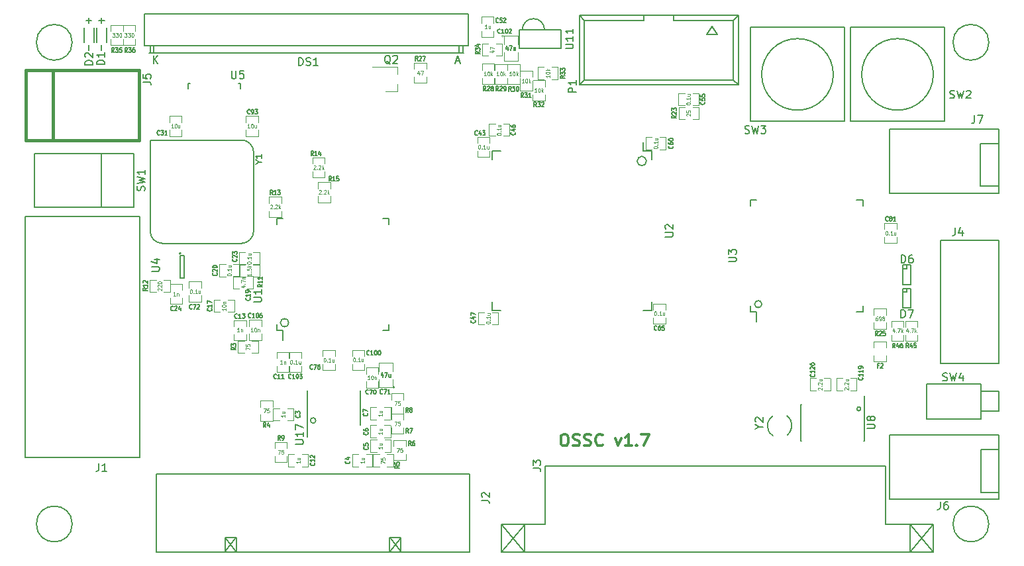
<source format=gbr>
G04 #@! TF.GenerationSoftware,KiCad,Pcbnew,5.1.9+dfsg1-1*
G04 #@! TF.CreationDate,2021-07-22T10:59:42+03:00*
G04 #@! TF.ProjectId,ossc_board,6f737363-5f62-46f6-9172-642e6b696361,rev?*
G04 #@! TF.SameCoordinates,Original*
G04 #@! TF.FileFunction,Legend,Top*
G04 #@! TF.FilePolarity,Positive*
%FSLAX46Y46*%
G04 Gerber Fmt 4.6, Leading zero omitted, Abs format (unit mm)*
G04 Created by KiCad (PCBNEW 5.1.9+dfsg1-1) date 2021-07-22 10:59:42*
%MOMM*%
%LPD*%
G01*
G04 APERTURE LIST*
%ADD10C,0.300000*%
%ADD11C,0.150000*%
%ADD12C,0.120000*%
%ADD13C,0.381000*%
%ADD14C,0.099060*%
%ADD15C,0.119380*%
%ADD16C,0.203200*%
%ADD17C,0.127000*%
%ADD18C,0.114300*%
G04 APERTURE END LIST*
D10*
X76223000Y-70704571D02*
X76508714Y-70704571D01*
X76651571Y-70776000D01*
X76794428Y-70918857D01*
X76865857Y-71204571D01*
X76865857Y-71704571D01*
X76794428Y-71990285D01*
X76651571Y-72133142D01*
X76508714Y-72204571D01*
X76223000Y-72204571D01*
X76080142Y-72133142D01*
X75937285Y-71990285D01*
X75865857Y-71704571D01*
X75865857Y-71204571D01*
X75937285Y-70918857D01*
X76080142Y-70776000D01*
X76223000Y-70704571D01*
X77437285Y-72133142D02*
X77651571Y-72204571D01*
X78008714Y-72204571D01*
X78151571Y-72133142D01*
X78223000Y-72061714D01*
X78294428Y-71918857D01*
X78294428Y-71776000D01*
X78223000Y-71633142D01*
X78151571Y-71561714D01*
X78008714Y-71490285D01*
X77723000Y-71418857D01*
X77580142Y-71347428D01*
X77508714Y-71276000D01*
X77437285Y-71133142D01*
X77437285Y-70990285D01*
X77508714Y-70847428D01*
X77580142Y-70776000D01*
X77723000Y-70704571D01*
X78080142Y-70704571D01*
X78294428Y-70776000D01*
X78865857Y-72133142D02*
X79080142Y-72204571D01*
X79437285Y-72204571D01*
X79580142Y-72133142D01*
X79651571Y-72061714D01*
X79723000Y-71918857D01*
X79723000Y-71776000D01*
X79651571Y-71633142D01*
X79580142Y-71561714D01*
X79437285Y-71490285D01*
X79151571Y-71418857D01*
X79008714Y-71347428D01*
X78937285Y-71276000D01*
X78865857Y-71133142D01*
X78865857Y-70990285D01*
X78937285Y-70847428D01*
X79008714Y-70776000D01*
X79151571Y-70704571D01*
X79508714Y-70704571D01*
X79723000Y-70776000D01*
X81223000Y-72061714D02*
X81151571Y-72133142D01*
X80937285Y-72204571D01*
X80794428Y-72204571D01*
X80580142Y-72133142D01*
X80437285Y-71990285D01*
X80365857Y-71847428D01*
X80294428Y-71561714D01*
X80294428Y-71347428D01*
X80365857Y-71061714D01*
X80437285Y-70918857D01*
X80580142Y-70776000D01*
X80794428Y-70704571D01*
X80937285Y-70704571D01*
X81151571Y-70776000D01*
X81223000Y-70847428D01*
X82865857Y-71204571D02*
X83223000Y-72204571D01*
X83580142Y-71204571D01*
X84937285Y-72204571D02*
X84080142Y-72204571D01*
X84508714Y-72204571D02*
X84508714Y-70704571D01*
X84365857Y-70918857D01*
X84223000Y-71061714D01*
X84080142Y-71133142D01*
X85580142Y-72061714D02*
X85651571Y-72133142D01*
X85580142Y-72204571D01*
X85508714Y-72133142D01*
X85580142Y-72061714D01*
X85580142Y-72204571D01*
X86151571Y-70704571D02*
X87151571Y-70704571D01*
X86508714Y-72204571D01*
D11*
X35074500Y-46303300D02*
X24914500Y-46303300D01*
X36598500Y-44779300D02*
X36598500Y-34619300D01*
X23390500Y-33095300D02*
X23390500Y-44779300D01*
X35074500Y-33095300D02*
X23390500Y-33095300D01*
X35074500Y-46303300D02*
G75*
G03*
X36598500Y-44779300I0J1524000D01*
G01*
X23390500Y-44779300D02*
G75*
G03*
X24914500Y-46303300I1524000J0D01*
G01*
X36598500Y-34619300D02*
G75*
G03*
X35074500Y-33095300I-1524000J0D01*
G01*
X122640000Y-68770000D02*
X129600000Y-68770000D01*
X129600000Y-64270000D02*
X129600000Y-68770000D01*
X122640000Y-64270000D02*
X129600000Y-64270000D01*
X122640000Y-68770000D02*
X122640000Y-64270000D01*
X129600000Y-67790000D02*
X131900000Y-67790000D01*
X131900000Y-67790000D02*
X131900000Y-65250000D01*
X131900000Y-65250000D02*
X129600000Y-65250000D01*
D12*
X54953000Y-26909000D02*
X53493000Y-26909000D01*
X54953000Y-23749000D02*
X51793000Y-23749000D01*
X54953000Y-23749000D02*
X54953000Y-24679000D01*
X54953000Y-26909000D02*
X54953000Y-25979000D01*
D11*
X16552800Y-20645000D02*
X16552800Y-18745000D01*
X17805200Y-20645000D02*
X17805200Y-18745000D01*
X17171380Y-21640500D02*
X17171380Y-20908980D01*
X17171380Y-18186100D02*
X17171380Y-17454580D01*
X17542220Y-17822880D02*
X16810700Y-17822880D01*
X14922800Y-20645000D02*
X14922800Y-18745000D01*
X16175200Y-20645000D02*
X16175200Y-18745000D01*
X15541380Y-21640500D02*
X15541380Y-20908980D01*
X15541380Y-18186100D02*
X15541380Y-17454580D01*
X15912220Y-17822880D02*
X15180700Y-17822880D01*
X106597000Y-66905000D02*
X106597000Y-71555000D01*
X114697000Y-65830000D02*
X114697000Y-71555000D01*
X106597000Y-66905000D02*
X106622000Y-66905000D01*
X106597000Y-71555000D02*
X106622000Y-71555000D01*
X114647000Y-71555000D02*
X114622000Y-71555000D01*
X114222000Y-67480000D02*
G75*
G03*
X114222000Y-67480000I-250000J0D01*
G01*
X70614100Y-18960500D02*
X75914100Y-18960500D01*
X70614100Y-21360500D02*
X70614100Y-18960500D01*
X75914100Y-21360500D02*
X70614100Y-21360500D01*
X75914100Y-18960500D02*
X75914100Y-21360500D01*
X70967940Y-18952580D02*
G75*
G02*
X72354780Y-17580980I1379220J-7620D01*
G01*
X73787340Y-18952580D02*
G75*
G03*
X72400500Y-17580980I-1379220J-7620D01*
G01*
X94498540Y-19621500D02*
X95898080Y-19621500D01*
X95199580Y-18552160D02*
X94498540Y-19621500D01*
X95898080Y-19621500D02*
X95199580Y-18552160D01*
X78240000Y-26035000D02*
X78240000Y-17145000D01*
X98560000Y-26035000D02*
X98560000Y-17145000D01*
X78240000Y-26035000D02*
X98560000Y-26035000D01*
X98560000Y-17145000D02*
X78240000Y-17145000D01*
X90305000Y-17780000D02*
X90305000Y-17145000D01*
X97925000Y-17780000D02*
X90305000Y-17780000D01*
X97925000Y-25400000D02*
X97925000Y-17780000D01*
X78875000Y-25400000D02*
X97925000Y-25400000D01*
X78875000Y-17780000D02*
X78875000Y-25400000D01*
X86495000Y-17780000D02*
X78875000Y-17780000D01*
X86495000Y-17145000D02*
X86495000Y-17780000D01*
X78875000Y-25400000D02*
X78240000Y-26035000D01*
X78875000Y-17780000D02*
X78240000Y-17145000D01*
X97925000Y-17780000D02*
X98560000Y-17145000D01*
X97925000Y-25400000D02*
X98560000Y-26035000D01*
X13416000Y-20600000D02*
G75*
G03*
X13416000Y-20600000I-2286000J0D01*
G01*
X13416000Y-82200000D02*
G75*
G03*
X13416000Y-82200000I-2286000J0D01*
G01*
X130586000Y-82200000D02*
G75*
G03*
X130586000Y-82200000I-2286000J0D01*
G01*
X130586000Y-20600000D02*
G75*
G03*
X130586000Y-20600000I-2286000J0D01*
G01*
X27243300Y-47837800D02*
X27243300Y-50737800D01*
X27243300Y-50737800D02*
X27743300Y-50737800D01*
X27743300Y-50737800D02*
X27743300Y-47837800D01*
X27743300Y-47837800D02*
X27243300Y-47837800D01*
X27293300Y-47587800D02*
G75*
G03*
X27293300Y-47587800I-100000J0D01*
G01*
X7445500Y-42895400D02*
X22025500Y-42895400D01*
X7445500Y-73695400D02*
X7445500Y-42895400D01*
X22025500Y-73695400D02*
X7445500Y-73695400D01*
X22025500Y-73695400D02*
X22025500Y-42895400D01*
X34892920Y-25834820D02*
X34892920Y-26535860D01*
X34692260Y-25834820D02*
X34892920Y-25834820D01*
X28256000Y-25824660D02*
X28504920Y-25824660D01*
X28256000Y-26525700D02*
X28256000Y-25824660D01*
X34692260Y-25834820D02*
X34644000Y-25834820D01*
X43513000Y-71074000D02*
X43513000Y-65099000D01*
X50263000Y-69549000D02*
X50263000Y-65099000D01*
X44555758Y-68962300D02*
G75*
G03*
X44555758Y-68962300I-339838J0D01*
G01*
X100925000Y-55075000D02*
X100925000Y-56350000D01*
X100125000Y-40725000D02*
X100125000Y-41525000D01*
X114475000Y-40725000D02*
X114475000Y-41525000D01*
X114475000Y-55075000D02*
X114475000Y-54275000D01*
X100125000Y-55075000D02*
X100125000Y-54275000D01*
X114475000Y-55075000D02*
X113675000Y-55075000D01*
X114475000Y-40725000D02*
X113675000Y-40725000D01*
X100125000Y-40725000D02*
X100925000Y-40725000D01*
X100125000Y-55075000D02*
X100925000Y-55075000D01*
X101563308Y-54084900D02*
G75*
G03*
X101563308Y-54084900I-450748J0D01*
G01*
X120514600Y-82271200D02*
X120514600Y-85771200D01*
X117359600Y-82271200D02*
X123514600Y-82271200D01*
X117359600Y-74821200D02*
X117359600Y-82271200D01*
X73859600Y-74821200D02*
X117359600Y-74821200D01*
X73859600Y-82271200D02*
X73859600Y-74821200D01*
X73859600Y-82271200D02*
X68244600Y-82271200D01*
X71244600Y-85771200D02*
X71244600Y-82271200D01*
X123514600Y-85771200D02*
X68244600Y-85771200D01*
X123514600Y-82271200D02*
X123514600Y-85771200D01*
X68244600Y-85771200D02*
X68244600Y-82271200D01*
X120514300Y-82273320D02*
X123501340Y-85765820D01*
X120521920Y-85778520D02*
X123511500Y-82275860D01*
X68255320Y-82280940D02*
X71227120Y-85760740D01*
X68262940Y-85763280D02*
X71229660Y-82296180D01*
X110710050Y-24700000D02*
G75*
G03*
X110710050Y-24700000I-4579050J0D01*
G01*
X100131000Y-30700000D02*
X100131000Y-18700000D01*
X100131000Y-18700000D02*
X112131000Y-18700000D01*
X112131000Y-18700000D02*
X112131000Y-30700000D01*
X112131000Y-30700000D02*
X100131000Y-30700000D01*
X123497050Y-24700000D02*
G75*
G03*
X123497050Y-24700000I-4579050J0D01*
G01*
X112918000Y-30700000D02*
X112918000Y-18700000D01*
X112918000Y-18700000D02*
X124918000Y-18700000D01*
X124918000Y-18700000D02*
X124918000Y-30700000D01*
X124918000Y-30700000D02*
X112918000Y-30700000D01*
X53997860Y-85758920D02*
X55410100Y-83998700D01*
X54020720Y-83975840D02*
X55410100Y-85713200D01*
X32941260Y-85746220D02*
X34361120Y-83978380D01*
X32946340Y-83952980D02*
X34368740Y-85723360D01*
X34368740Y-85723360D02*
X34373820Y-85736060D01*
X55446000Y-83947900D02*
X55446000Y-85753840D01*
X53996000Y-83947900D02*
X55446000Y-83947900D01*
X53996000Y-85769080D02*
X53996000Y-83947900D01*
X32946000Y-85769080D02*
X32946000Y-83947900D01*
X32946000Y-83947900D02*
X34396000Y-83947900D01*
X34396000Y-83947900D02*
X34396000Y-85753840D01*
X24196000Y-85776200D02*
X24196000Y-75776200D01*
X24196000Y-75776200D02*
X64196000Y-75776200D01*
X64196000Y-75776200D02*
X64196000Y-85776200D01*
X24196000Y-85776200D02*
X64196000Y-85776200D01*
D13*
X22002240Y-24148120D02*
X7501380Y-24148120D01*
X22002240Y-33149880D02*
X22002240Y-24148120D01*
X7501380Y-33149880D02*
X22002240Y-33149880D01*
X7501380Y-24148120D02*
X7501380Y-33149880D01*
X11001500Y-24148120D02*
X11001500Y-33149880D01*
D14*
X68594840Y-22948500D02*
X68594840Y-21869000D01*
X70383000Y-22958660D02*
X68605000Y-22958660D01*
X70393160Y-21869000D02*
X70393160Y-22948500D01*
X70393160Y-19773500D02*
X70393160Y-20853000D01*
X68605000Y-19763340D02*
X70383000Y-19763340D01*
X68594840Y-20853000D02*
X68594840Y-19773500D01*
X68597380Y-19796360D02*
G75*
G03*
X68597380Y-19796360I-127000J0D01*
G01*
X54437160Y-61567500D02*
X54437160Y-62647000D01*
X52649000Y-61557340D02*
X54427000Y-61557340D01*
X52638840Y-62647000D02*
X52638840Y-61567500D01*
X52638840Y-64742500D02*
X52638840Y-63663000D01*
X54427000Y-64752660D02*
X52649000Y-64752660D01*
X54437160Y-63663000D02*
X54437160Y-64742500D01*
X54688620Y-64719640D02*
G75*
G03*
X54688620Y-64719640I-127000J0D01*
G01*
D15*
X39024900Y-69005820D02*
X37500900Y-69005820D01*
X37500900Y-66425180D02*
X39024900Y-66425180D01*
X37478040Y-68998200D02*
X37478040Y-68215880D01*
X37478040Y-67215120D02*
X37478040Y-66432800D01*
X39047760Y-68215880D02*
X39047760Y-68998200D01*
X39047760Y-67215120D02*
X39047760Y-66432800D01*
X51882380Y-74840200D02*
X51882380Y-73316200D01*
X54463020Y-73316200D02*
X54463020Y-74840200D01*
X51890000Y-73293340D02*
X52672320Y-73293340D01*
X53673080Y-73293340D02*
X54455400Y-73293340D01*
X52672320Y-74863060D02*
X51890000Y-74863060D01*
X53673080Y-74863060D02*
X54455400Y-74863060D01*
X54518900Y-71479780D02*
X56042900Y-71479780D01*
X56042900Y-74060420D02*
X54518900Y-74060420D01*
X56065760Y-71487400D02*
X56065760Y-72269720D01*
X56065760Y-73270480D02*
X56065760Y-74052800D01*
X54496040Y-72269720D02*
X54496040Y-71487400D01*
X54496040Y-73270480D02*
X54496040Y-74052800D01*
X55763500Y-70656820D02*
X54239500Y-70656820D01*
X54239500Y-68076180D02*
X55763500Y-68076180D01*
X54216640Y-70649200D02*
X54216640Y-69866880D01*
X54216640Y-68866120D02*
X54216640Y-68083800D01*
X55786360Y-69866880D02*
X55786360Y-70649200D01*
X55786360Y-68866120D02*
X55786360Y-68083800D01*
X55759000Y-68075320D02*
X54235000Y-68075320D01*
X54235000Y-65494680D02*
X55759000Y-65494680D01*
X54212140Y-68067700D02*
X54212140Y-67285380D01*
X54212140Y-66284620D02*
X54212140Y-65502300D01*
X55781860Y-67285380D02*
X55781860Y-68067700D01*
X55781860Y-66284620D02*
X55781860Y-65502300D01*
X40866000Y-74305320D02*
X39342000Y-74305320D01*
X39342000Y-71724680D02*
X40866000Y-71724680D01*
X39319140Y-74297700D02*
X39319140Y-73515380D01*
X39319140Y-72514620D02*
X39319140Y-71732300D01*
X40888860Y-73515380D02*
X40888860Y-74297700D01*
X40888860Y-72514620D02*
X40888860Y-71732300D01*
X34772680Y-50541000D02*
X34772680Y-49017000D01*
X37353320Y-49017000D02*
X37353320Y-50541000D01*
X34780300Y-48994140D02*
X35562620Y-48994140D01*
X36563380Y-48994140D02*
X37345700Y-48994140D01*
X35562620Y-50563860D02*
X34780300Y-50563860D01*
X36563380Y-50563860D02*
X37345700Y-50563860D01*
X25926120Y-51002300D02*
X25926120Y-52526300D01*
X23345480Y-52526300D02*
X23345480Y-51002300D01*
X25918500Y-52549160D02*
X25136180Y-52549160D01*
X24135420Y-52549160D02*
X23353100Y-52549160D01*
X25136180Y-50979440D02*
X25918500Y-50979440D01*
X24135420Y-50979440D02*
X23353100Y-50979440D01*
X38608000Y-40365680D02*
X40132000Y-40365680D01*
X40132000Y-42946320D02*
X38608000Y-42946320D01*
X40154860Y-40373300D02*
X40154860Y-41155620D01*
X40154860Y-42156380D02*
X40154860Y-42938700D01*
X38585140Y-41155620D02*
X38585140Y-40373300D01*
X38585140Y-42156380D02*
X38585140Y-42938700D01*
X45693000Y-37896320D02*
X44169000Y-37896320D01*
X44169000Y-35315680D02*
X45693000Y-35315680D01*
X44146140Y-37888700D02*
X44146140Y-37106380D01*
X44146140Y-36105620D02*
X44146140Y-35323300D01*
X45715860Y-37106380D02*
X45715860Y-37888700D01*
X45715860Y-36105620D02*
X45715860Y-35323300D01*
X44854200Y-38485180D02*
X46378200Y-38485180D01*
X46378200Y-41065820D02*
X44854200Y-41065820D01*
X46401060Y-38492800D02*
X46401060Y-39275120D01*
X46401060Y-40275880D02*
X46401060Y-41058200D01*
X44831340Y-39275120D02*
X44831340Y-38492800D01*
X44831340Y-40275880D02*
X44831340Y-41058200D01*
X90934880Y-30428300D02*
X90934880Y-28904300D01*
X93515520Y-28904300D02*
X93515520Y-30428300D01*
X90942500Y-28881440D02*
X91724820Y-28881440D01*
X92725580Y-28881440D02*
X93507900Y-28881440D01*
X91724820Y-30451160D02*
X90942500Y-30451160D01*
X92725580Y-30451160D02*
X93507900Y-30451160D01*
X115931000Y-54670680D02*
X117455000Y-54670680D01*
X117455000Y-57251320D02*
X115931000Y-57251320D01*
X117477860Y-54678300D02*
X117477860Y-55460620D01*
X117477860Y-56461380D02*
X117477860Y-57243700D01*
X115908140Y-55460620D02*
X115908140Y-54678300D01*
X115908140Y-56461380D02*
X115908140Y-57243700D01*
X67371300Y-25927420D02*
X65847300Y-25927420D01*
X65847300Y-23346780D02*
X67371300Y-23346780D01*
X65824440Y-25919800D02*
X65824440Y-25137480D01*
X65824440Y-24136720D02*
X65824440Y-23354400D01*
X67394160Y-25137480D02*
X67394160Y-25919800D01*
X67394160Y-24136720D02*
X67394160Y-23354400D01*
X68984200Y-25940120D02*
X67460200Y-25940120D01*
X67460200Y-23359480D02*
X68984200Y-23359480D01*
X67437340Y-25932500D02*
X67437340Y-25150180D01*
X67437340Y-24149420D02*
X67437340Y-23367100D01*
X69007060Y-25150180D02*
X69007060Y-25932500D01*
X69007060Y-24149420D02*
X69007060Y-23367100D01*
X70597100Y-25940120D02*
X69073100Y-25940120D01*
X69073100Y-23359480D02*
X70597100Y-23359480D01*
X69050240Y-25932500D02*
X69050240Y-25150180D01*
X69050240Y-24149420D02*
X69050240Y-23367100D01*
X70619960Y-25150180D02*
X70619960Y-25932500D01*
X70619960Y-24149420D02*
X70619960Y-23367100D01*
X72210000Y-26816420D02*
X70686000Y-26816420D01*
X70686000Y-24235780D02*
X72210000Y-24235780D01*
X70663140Y-26808800D02*
X70663140Y-26026480D01*
X70663140Y-25025720D02*
X70663140Y-24243400D01*
X72232860Y-26026480D02*
X72232860Y-26808800D01*
X72232860Y-25025720D02*
X72232860Y-24243400D01*
X73848300Y-28048320D02*
X72324300Y-28048320D01*
X72324300Y-25467680D02*
X73848300Y-25467680D01*
X72301440Y-28040700D02*
X72301440Y-27258380D01*
X72301440Y-26257620D02*
X72301440Y-25475300D01*
X73871160Y-27258380D02*
X73871160Y-28040700D01*
X73871160Y-26257620D02*
X73871160Y-25475300D01*
X72938980Y-25310200D02*
X72938980Y-23786200D01*
X75519620Y-23786200D02*
X75519620Y-25310200D01*
X72946600Y-23763340D02*
X73728920Y-23763340D01*
X74729680Y-23763340D02*
X75512000Y-23763340D01*
X73728920Y-25333060D02*
X72946600Y-25333060D01*
X74729680Y-25333060D02*
X75512000Y-25333060D01*
X68394920Y-20789000D02*
X68394920Y-22313000D01*
X65814280Y-22313000D02*
X65814280Y-20789000D01*
X68387300Y-22335860D02*
X67604980Y-22335860D01*
X66604220Y-22335860D02*
X65821900Y-22335860D01*
X67604980Y-20766140D02*
X68387300Y-20766140D01*
X66604220Y-20766140D02*
X65821900Y-20766140D01*
X18397000Y-18400680D02*
X19921000Y-18400680D01*
X19921000Y-20981320D02*
X18397000Y-20981320D01*
X19943860Y-18408300D02*
X19943860Y-19190620D01*
X19943860Y-20191380D02*
X19943860Y-20973700D01*
X18374140Y-19190620D02*
X18374140Y-18408300D01*
X18374140Y-20191380D02*
X18374140Y-20973700D01*
X19947000Y-18396680D02*
X21471000Y-18396680D01*
X21471000Y-20977320D02*
X19947000Y-20977320D01*
X21493860Y-18404300D02*
X21493860Y-19186620D01*
X21493860Y-20187380D02*
X21493860Y-20969700D01*
X19924140Y-19186620D02*
X19924140Y-18404300D01*
X19924140Y-20187380D02*
X19924140Y-20969700D01*
X57150000Y-23225680D02*
X58674000Y-23225680D01*
X58674000Y-25806320D02*
X57150000Y-25806320D01*
X58696860Y-23233300D02*
X58696860Y-24015620D01*
X58696860Y-25016380D02*
X58696860Y-25798700D01*
X57127140Y-24015620D02*
X57127140Y-23233300D01*
X57127140Y-25016380D02*
X57127140Y-25798700D01*
X34610380Y-60298700D02*
X34610380Y-58774700D01*
X37191020Y-58774700D02*
X37191020Y-60298700D01*
X34618000Y-58751840D02*
X35400320Y-58751840D01*
X36401080Y-58751840D02*
X37183400Y-58751840D01*
X35400320Y-60321560D02*
X34618000Y-60321560D01*
X36401080Y-60321560D02*
X37183400Y-60321560D01*
X117452000Y-61430320D02*
X115928000Y-61430320D01*
X115928000Y-58849680D02*
X117452000Y-58849680D01*
X115905140Y-61422700D02*
X115905140Y-60640380D01*
X115905140Y-59639620D02*
X115905140Y-58857300D01*
X117474860Y-60640380D02*
X117474860Y-61422700D01*
X117474860Y-59639620D02*
X117474860Y-58857300D01*
X121452000Y-58790320D02*
X119928000Y-58790320D01*
X119928000Y-56209680D02*
X121452000Y-56209680D01*
X119905140Y-58782700D02*
X119905140Y-58000380D01*
X119905140Y-56999620D02*
X119905140Y-56217300D01*
X121474860Y-58000380D02*
X121474860Y-58782700D01*
X121474860Y-56999620D02*
X121474860Y-56217300D01*
X119692000Y-58790320D02*
X118168000Y-58790320D01*
X118168000Y-56209680D02*
X119692000Y-56209680D01*
X118145140Y-58782700D02*
X118145140Y-58000380D01*
X118145140Y-56999620D02*
X118145140Y-56217300D01*
X119714860Y-58000380D02*
X119714860Y-58782700D01*
X119714860Y-56999620D02*
X119714860Y-56217300D01*
X39106180Y-68934700D02*
X39106180Y-67410700D01*
X41686820Y-67410700D02*
X41686820Y-68934700D01*
X39113800Y-67387840D02*
X39896120Y-67387840D01*
X40896880Y-67387840D02*
X41679200Y-67387840D01*
X39896120Y-68957560D02*
X39113800Y-68957560D01*
X40896880Y-68957560D02*
X41679200Y-68957560D01*
X51808720Y-73304000D02*
X51808720Y-74828000D01*
X49228080Y-74828000D02*
X49228080Y-73304000D01*
X51801100Y-74850860D02*
X51018780Y-74850860D01*
X50018020Y-74850860D02*
X49235700Y-74850860D01*
X51018780Y-73281140D02*
X51801100Y-73281140D01*
X50018020Y-73281140D02*
X49235700Y-73281140D01*
X54132820Y-71462000D02*
X54132820Y-72986000D01*
X51552180Y-72986000D02*
X51552180Y-71462000D01*
X54125200Y-73008860D02*
X53342880Y-73008860D01*
X52342120Y-73008860D02*
X51559800Y-73008860D01*
X53342880Y-71439140D02*
X54125200Y-71439140D01*
X52342120Y-71439140D02*
X51559800Y-71439140D01*
X54107420Y-69595100D02*
X54107420Y-71119100D01*
X51526780Y-71119100D02*
X51526780Y-69595100D01*
X54099800Y-71141960D02*
X53317480Y-71141960D01*
X52316720Y-71141960D02*
X51534400Y-71141960D01*
X53317480Y-69572240D02*
X54099800Y-69572240D01*
X52316720Y-69572240D02*
X51534400Y-69572240D01*
X54107420Y-67296400D02*
X54107420Y-68820400D01*
X51526780Y-68820400D02*
X51526780Y-67296400D01*
X54099800Y-68843260D02*
X53317480Y-68843260D01*
X52316720Y-68843260D02*
X51534400Y-68843260D01*
X53317480Y-67273540D02*
X54099800Y-67273540D01*
X52316720Y-67273540D02*
X51534400Y-67273540D01*
X41120400Y-62795520D02*
X39596400Y-62795520D01*
X39596400Y-60214880D02*
X41120400Y-60214880D01*
X39573540Y-62787900D02*
X39573540Y-62005580D01*
X39573540Y-61004820D02*
X39573540Y-60222500D01*
X41143260Y-62005580D02*
X41143260Y-62787900D01*
X41143260Y-61004820D02*
X41143260Y-60222500D01*
X41010680Y-74828000D02*
X41010680Y-73304000D01*
X43591320Y-73304000D02*
X43591320Y-74828000D01*
X41018300Y-73281140D02*
X41800620Y-73281140D01*
X42801380Y-73281140D02*
X43583700Y-73281140D01*
X41800620Y-74850860D02*
X41018300Y-74850860D01*
X42801380Y-74850860D02*
X43583700Y-74850860D01*
X35634000Y-58706120D02*
X34110000Y-58706120D01*
X34110000Y-56125480D02*
X35634000Y-56125480D01*
X34087140Y-58698500D02*
X34087140Y-57916180D01*
X34087140Y-56915420D02*
X34087140Y-56133100D01*
X35656860Y-57916180D02*
X35656860Y-58698500D01*
X35656860Y-56915420D02*
X35656860Y-56133100D01*
X31549680Y-55079000D02*
X31549680Y-53555000D01*
X34130320Y-53555000D02*
X34130320Y-55079000D01*
X31557300Y-53532140D02*
X32339620Y-53532140D01*
X33340380Y-53532140D02*
X34122700Y-53532140D01*
X32339620Y-55101860D02*
X31557300Y-55101860D01*
X33340380Y-55101860D02*
X34122700Y-55101860D01*
X36567320Y-50521000D02*
X36567320Y-52045000D01*
X33986680Y-52045000D02*
X33986680Y-50521000D01*
X36559700Y-52067860D02*
X35777380Y-52067860D01*
X34776620Y-52067860D02*
X33994300Y-52067860D01*
X35777380Y-50498140D02*
X36559700Y-50498140D01*
X34776620Y-50498140D02*
X33994300Y-50498140D01*
X32237680Y-50541000D02*
X32237680Y-49017000D01*
X34818320Y-49017000D02*
X34818320Y-50541000D01*
X32245300Y-48994140D02*
X33027620Y-48994140D01*
X34028380Y-48994140D02*
X34810700Y-48994140D01*
X33027620Y-50563860D02*
X32245300Y-50563860D01*
X34028380Y-50563860D02*
X34810700Y-50563860D01*
X37352320Y-47503000D02*
X37352320Y-49027000D01*
X34771680Y-49027000D02*
X34771680Y-47503000D01*
X37344700Y-49049860D02*
X36562380Y-49049860D01*
X35561620Y-49049860D02*
X34779300Y-49049860D01*
X36562380Y-47480140D02*
X37344700Y-47480140D01*
X35561620Y-47480140D02*
X34779300Y-47480140D01*
X25943900Y-51489980D02*
X27467900Y-51489980D01*
X27467900Y-54070620D02*
X25943900Y-54070620D01*
X27490760Y-51497600D02*
X27490760Y-52279920D01*
X27490760Y-53280680D02*
X27490760Y-54063000D01*
X25921040Y-52279920D02*
X25921040Y-51497600D01*
X25921040Y-53280680D02*
X25921040Y-54063000D01*
X27407000Y-32603320D02*
X25883000Y-32603320D01*
X25883000Y-30022680D02*
X27407000Y-30022680D01*
X25860140Y-32595700D02*
X25860140Y-31813380D01*
X25860140Y-30812620D02*
X25860140Y-30030300D01*
X27429860Y-31813380D02*
X27429860Y-32595700D01*
X27429860Y-30812620D02*
X27429860Y-30030300D01*
X66762000Y-35290320D02*
X65238000Y-35290320D01*
X65238000Y-32709680D02*
X66762000Y-32709680D01*
X65215140Y-35282700D02*
X65215140Y-34500380D01*
X65215140Y-33499620D02*
X65215140Y-32717300D01*
X66784860Y-34500380D02*
X66784860Y-35282700D01*
X66784860Y-33499620D02*
X66784860Y-32717300D01*
X69290320Y-31038000D02*
X69290320Y-32562000D01*
X66709680Y-32562000D02*
X66709680Y-31038000D01*
X69282700Y-32584860D02*
X68500380Y-32584860D01*
X67499620Y-32584860D02*
X66717300Y-32584860D01*
X68500380Y-31015140D02*
X69282700Y-31015140D01*
X67499620Y-31015140D02*
X66717300Y-31015140D01*
X67890320Y-55138000D02*
X67890320Y-56662000D01*
X65309680Y-56662000D02*
X65309680Y-55138000D01*
X67882700Y-56684860D02*
X67100380Y-56684860D01*
X66099620Y-56684860D02*
X65317300Y-56684860D01*
X67100380Y-55115140D02*
X67882700Y-55115140D01*
X66099620Y-55115140D02*
X65317300Y-55115140D01*
X65758400Y-17339680D02*
X67282400Y-17339680D01*
X67282400Y-19920320D02*
X65758400Y-19920320D01*
X67305260Y-17347300D02*
X67305260Y-18129620D01*
X67305260Y-19130380D02*
X67305260Y-19912700D01*
X65735540Y-18129620D02*
X65735540Y-17347300D01*
X65735540Y-19130380D02*
X65735540Y-19912700D01*
X93502820Y-27126300D02*
X93502820Y-28650300D01*
X90922180Y-28650300D02*
X90922180Y-27126300D01*
X93495200Y-28673160D02*
X92712880Y-28673160D01*
X91712120Y-28673160D02*
X90929800Y-28673160D01*
X92712880Y-27103440D02*
X93495200Y-27103440D01*
X91712120Y-27103440D02*
X90929800Y-27103440D01*
X86730680Y-34260000D02*
X86730680Y-32736000D01*
X89311320Y-32736000D02*
X89311320Y-34260000D01*
X86738300Y-32713140D02*
X87520620Y-32713140D01*
X88521380Y-32713140D02*
X89303700Y-32713140D01*
X87520620Y-34282860D02*
X86738300Y-34282860D01*
X88521380Y-34282860D02*
X89303700Y-34282860D01*
X87738000Y-54009680D02*
X89262000Y-54009680D01*
X89262000Y-56590320D02*
X87738000Y-56590320D01*
X89284860Y-54017300D02*
X89284860Y-54799620D01*
X89284860Y-55800380D02*
X89284860Y-56582700D01*
X87715140Y-54799620D02*
X87715140Y-54017300D01*
X87715140Y-55800380D02*
X87715140Y-56582700D01*
X117278000Y-43719680D02*
X118802000Y-43719680D01*
X118802000Y-46300320D02*
X117278000Y-46300320D01*
X118824860Y-43727300D02*
X118824860Y-44509620D01*
X118824860Y-45510380D02*
X118824860Y-46292700D01*
X117255140Y-44509620D02*
X117255140Y-43727300D01*
X117255140Y-45510380D02*
X117255140Y-46292700D01*
X37167000Y-32608320D02*
X35643000Y-32608320D01*
X35643000Y-30027680D02*
X37167000Y-30027680D01*
X35620140Y-32600700D02*
X35620140Y-31818380D01*
X35620140Y-30817620D02*
X35620140Y-30035300D01*
X37189860Y-31818380D02*
X37189860Y-32600700D01*
X37189860Y-30817620D02*
X37189860Y-30035300D01*
X52525000Y-64780320D02*
X51001000Y-64780320D01*
X51001000Y-62199680D02*
X52525000Y-62199680D01*
X50978140Y-64772700D02*
X50978140Y-63990380D01*
X50978140Y-62989620D02*
X50978140Y-62207300D01*
X52547860Y-63990380D02*
X52547860Y-64772700D01*
X52547860Y-62989620D02*
X52547860Y-62207300D01*
X28382300Y-51185180D02*
X29906300Y-51185180D01*
X29906300Y-53765820D02*
X28382300Y-53765820D01*
X29929160Y-51192800D02*
X29929160Y-51975120D01*
X29929160Y-52975880D02*
X29929160Y-53758200D01*
X28359440Y-51975120D02*
X28359440Y-51192800D01*
X28359440Y-52975880D02*
X28359440Y-53758200D01*
X46987800Y-62541520D02*
X45463800Y-62541520D01*
X45463800Y-59960880D02*
X46987800Y-59960880D01*
X45440940Y-62533900D02*
X45440940Y-61751580D01*
X45440940Y-60750820D02*
X45440940Y-59968500D01*
X47010660Y-61751580D02*
X47010660Y-62533900D01*
X47010660Y-60750820D02*
X47010660Y-59968500D01*
X50747000Y-62516120D02*
X49223000Y-62516120D01*
X49223000Y-59935480D02*
X50747000Y-59935480D01*
X49200140Y-62508500D02*
X49200140Y-61726180D01*
X49200140Y-60725420D02*
X49200140Y-59943100D01*
X50769860Y-61726180D02*
X50769860Y-62508500D01*
X50769860Y-60725420D02*
X50769860Y-59943100D01*
X42720600Y-62795520D02*
X41196600Y-62795520D01*
X41196600Y-60214880D02*
X42720600Y-60214880D01*
X41173740Y-62787900D02*
X41173740Y-62005580D01*
X41173740Y-61004820D02*
X41173740Y-60222500D01*
X42743460Y-62005580D02*
X42743460Y-62787900D01*
X42743460Y-61004820D02*
X42743460Y-60222500D01*
X36065800Y-56100080D02*
X37589800Y-56100080D01*
X37589800Y-58680720D02*
X36065800Y-58680720D01*
X37612660Y-56107700D02*
X37612660Y-56890020D01*
X37612660Y-57890780D02*
X37612660Y-58673100D01*
X36042940Y-56890020D02*
X36042940Y-56107700D01*
X36042940Y-57890780D02*
X36042940Y-58673100D01*
D11*
X117906000Y-79030000D02*
X131906000Y-79030000D01*
X117906000Y-70830000D02*
X117906000Y-79030000D01*
X131906000Y-70830000D02*
X117906000Y-70830000D01*
X131906000Y-79030000D02*
X131906000Y-70830000D01*
X129547760Y-78173480D02*
X131902340Y-78173480D01*
X129550300Y-72707400D02*
X129547760Y-78173480D01*
X131874400Y-72707400D02*
X129550300Y-72707400D01*
X21316000Y-34868000D02*
X21316000Y-41728000D01*
X21316000Y-41728000D02*
X8616000Y-41728000D01*
X8616000Y-41728000D02*
X8616000Y-34868000D01*
X8616000Y-34868000D02*
X21316000Y-34868000D01*
X17180880Y-41728000D02*
X17180880Y-34868000D01*
X63476200Y-21950600D02*
X23276200Y-21950600D01*
X62883400Y-21048080D02*
X62883400Y-21939620D01*
X63376160Y-21939620D02*
X63376160Y-21048080D01*
X23866460Y-21939620D02*
X23866460Y-21048080D01*
X23373700Y-21048080D02*
X23373700Y-21939620D01*
X64076200Y-17006600D02*
X22676200Y-17006600D01*
X64076200Y-21050280D02*
X22676200Y-21050280D01*
X64082280Y-21050620D02*
X64082280Y-17006940D01*
X22675200Y-21050620D02*
X22675200Y-17006940D01*
D15*
X111119680Y-65112000D02*
X111119680Y-63588000D01*
X113700320Y-63588000D02*
X113700320Y-65112000D01*
X111127300Y-63565140D02*
X111909620Y-63565140D01*
X112910380Y-63565140D02*
X113692700Y-63565140D01*
X111909620Y-65134860D02*
X111127300Y-65134860D01*
X112910380Y-65134860D02*
X113692700Y-65134860D01*
X110325320Y-63597000D02*
X110325320Y-65121000D01*
X107744680Y-65121000D02*
X107744680Y-63597000D01*
X110317700Y-65143860D02*
X109535380Y-65143860D01*
X108534620Y-65143860D02*
X107752300Y-65143860D01*
X109535380Y-63574140D02*
X110317700Y-63574140D01*
X108534620Y-63574140D02*
X107752300Y-63574140D01*
D11*
X117898000Y-39876000D02*
X131898000Y-39876000D01*
X117898000Y-31676000D02*
X117898000Y-39876000D01*
X131898000Y-31676000D02*
X117898000Y-31676000D01*
X131898000Y-39876000D02*
X131898000Y-31676000D01*
X129539760Y-39019480D02*
X131894340Y-39019480D01*
X129542300Y-33553400D02*
X129539760Y-39019480D01*
X131866400Y-33553400D02*
X129542300Y-33553400D01*
X86400000Y-34525000D02*
X86400000Y-33425000D01*
X87475000Y-54875000D02*
X87475000Y-53800000D01*
X67125000Y-54875000D02*
X67125000Y-53800000D01*
X67125000Y-34525000D02*
X67125000Y-35600000D01*
X87475000Y-34525000D02*
X87475000Y-35600000D01*
X67125000Y-34525000D02*
X68200000Y-34525000D01*
X67125000Y-54875000D02*
X68200000Y-54875000D01*
X87475000Y-54875000D02*
X86400000Y-54875000D01*
X87475000Y-34525000D02*
X86400000Y-34525000D01*
X86820932Y-35782060D02*
G75*
G03*
X86820932Y-35782060I-590292J0D01*
G01*
X40361000Y-57467000D02*
X40361000Y-58742000D01*
X39561000Y-43117000D02*
X39561000Y-43917000D01*
X53911000Y-43117000D02*
X53911000Y-43917000D01*
X53911000Y-57467000D02*
X53911000Y-56667000D01*
X39561000Y-57467000D02*
X39561000Y-56667000D01*
X53911000Y-57467000D02*
X53111000Y-57467000D01*
X53911000Y-43117000D02*
X53111000Y-43117000D01*
X39561000Y-43117000D02*
X40361000Y-43117000D01*
X39561000Y-57467000D02*
X40361000Y-57467000D01*
X41094202Y-56456580D02*
G75*
G03*
X41094202Y-56456580I-527862J0D01*
G01*
X124400000Y-45950000D02*
X131900000Y-45950000D01*
X124400000Y-61650000D02*
X124400000Y-45950000D01*
X131900000Y-61650000D02*
X124400000Y-61650000D01*
X131900000Y-45950000D02*
X131900000Y-61650000D01*
X119620000Y-52060000D02*
X120620000Y-52060000D01*
X119620000Y-54560000D02*
X119620000Y-52060000D01*
X120620000Y-54560000D02*
X119620000Y-54560000D01*
X120620000Y-52060000D02*
X120620000Y-54560000D01*
X120120000Y-52560000D02*
X119662800Y-52560000D01*
X120120000Y-52118740D02*
X120120000Y-52560000D01*
X119620000Y-49060000D02*
X120620000Y-49060000D01*
X119620000Y-51560000D02*
X119620000Y-49060000D01*
X120620000Y-51560000D02*
X119620000Y-51560000D01*
X120620000Y-49060000D02*
X120620000Y-51560000D01*
X120120000Y-49560000D02*
X119662800Y-49560000D01*
X120120000Y-49118740D02*
X120120000Y-49560000D01*
X102611320Y-70546160D02*
X102961840Y-70896680D01*
X102410660Y-70198180D02*
X102611320Y-70546160D01*
X102311600Y-69697800D02*
X102410660Y-70198180D01*
X102359860Y-69248220D02*
X102311600Y-69697800D01*
X102560520Y-68796100D02*
X102359860Y-69248220D01*
X102811980Y-68496380D02*
X102560520Y-68796100D01*
X103010100Y-68346520D02*
X102811980Y-68496380D01*
X105209740Y-70396300D02*
X104861760Y-70797620D01*
X105410400Y-69895920D02*
X105209740Y-70396300D01*
X105410400Y-69497140D02*
X105410400Y-69895920D01*
X105260540Y-68945960D02*
X105410400Y-69497140D01*
X105011620Y-68597980D02*
X105260540Y-68945960D01*
X104760160Y-68346520D02*
X105011620Y-68597980D01*
X37265252Y-35889252D02*
X37646204Y-35889252D01*
X36846204Y-36155919D02*
X37265252Y-35889252D01*
X36846204Y-35622585D01*
X37646204Y-34936871D02*
X37646204Y-35394014D01*
X37646204Y-35165442D02*
X36846204Y-35165442D01*
X36960490Y-35241633D01*
X37036680Y-35317823D01*
X37074776Y-35394014D01*
X124706666Y-63834761D02*
X124849523Y-63882380D01*
X125087619Y-63882380D01*
X125182857Y-63834761D01*
X125230476Y-63787142D01*
X125278095Y-63691904D01*
X125278095Y-63596666D01*
X125230476Y-63501428D01*
X125182857Y-63453809D01*
X125087619Y-63406190D01*
X124897142Y-63358571D01*
X124801904Y-63310952D01*
X124754285Y-63263333D01*
X124706666Y-63168095D01*
X124706666Y-63072857D01*
X124754285Y-62977619D01*
X124801904Y-62930000D01*
X124897142Y-62882380D01*
X125135238Y-62882380D01*
X125278095Y-62930000D01*
X125611428Y-62882380D02*
X125849523Y-63882380D01*
X126040000Y-63168095D01*
X126230476Y-63882380D01*
X126468571Y-62882380D01*
X127278095Y-63215714D02*
X127278095Y-63882380D01*
X127040000Y-62834761D02*
X126801904Y-63549047D01*
X127420952Y-63549047D01*
X54097761Y-23376619D02*
X54002523Y-23329000D01*
X53907285Y-23233761D01*
X53764428Y-23090904D01*
X53669190Y-23043285D01*
X53573952Y-23043285D01*
X53621571Y-23281380D02*
X53526333Y-23233761D01*
X53431095Y-23138523D01*
X53383476Y-22948047D01*
X53383476Y-22614714D01*
X53431095Y-22424238D01*
X53526333Y-22329000D01*
X53621571Y-22281380D01*
X53812047Y-22281380D01*
X53907285Y-22329000D01*
X54002523Y-22424238D01*
X54050142Y-22614714D01*
X54050142Y-22948047D01*
X54002523Y-23138523D01*
X53907285Y-23233761D01*
X53812047Y-23281380D01*
X53621571Y-23281380D01*
X54431095Y-22376619D02*
X54478714Y-22329000D01*
X54573952Y-22281380D01*
X54812047Y-22281380D01*
X54907285Y-22329000D01*
X54954904Y-22376619D01*
X55002523Y-22471857D01*
X55002523Y-22567095D01*
X54954904Y-22709952D01*
X54383476Y-23281380D01*
X55002523Y-23281380D01*
X17555380Y-23423095D02*
X16555380Y-23423095D01*
X16555380Y-23185000D01*
X16603000Y-23042142D01*
X16698238Y-22946904D01*
X16793476Y-22899285D01*
X16983952Y-22851666D01*
X17126809Y-22851666D01*
X17317285Y-22899285D01*
X17412523Y-22946904D01*
X17507761Y-23042142D01*
X17555380Y-23185000D01*
X17555380Y-23423095D01*
X17555380Y-21899285D02*
X17555380Y-22470714D01*
X17555380Y-22185000D02*
X16555380Y-22185000D01*
X16698238Y-22280238D01*
X16793476Y-22375476D01*
X16841095Y-22470714D01*
X16031380Y-23461095D02*
X15031380Y-23461095D01*
X15031380Y-23223000D01*
X15079000Y-23080142D01*
X15174238Y-22984904D01*
X15269476Y-22937285D01*
X15459952Y-22889666D01*
X15602809Y-22889666D01*
X15793285Y-22937285D01*
X15888523Y-22984904D01*
X15983761Y-23080142D01*
X16031380Y-23223000D01*
X16031380Y-23461095D01*
X15126619Y-22508714D02*
X15079000Y-22461095D01*
X15031380Y-22365857D01*
X15031380Y-22127761D01*
X15079000Y-22032523D01*
X15126619Y-21984904D01*
X15221857Y-21937285D01*
X15317095Y-21937285D01*
X15459952Y-21984904D01*
X16031380Y-22556333D01*
X16031380Y-21937285D01*
X115024380Y-69991904D02*
X115833904Y-69991904D01*
X115929142Y-69944285D01*
X115976761Y-69896666D01*
X116024380Y-69801428D01*
X116024380Y-69610952D01*
X115976761Y-69515714D01*
X115929142Y-69468095D01*
X115833904Y-69420476D01*
X115024380Y-69420476D01*
X115452952Y-68801428D02*
X115405333Y-68896666D01*
X115357714Y-68944285D01*
X115262476Y-68991904D01*
X115214857Y-68991904D01*
X115119619Y-68944285D01*
X115072000Y-68896666D01*
X115024380Y-68801428D01*
X115024380Y-68610952D01*
X115072000Y-68515714D01*
X115119619Y-68468095D01*
X115214857Y-68420476D01*
X115262476Y-68420476D01*
X115357714Y-68468095D01*
X115405333Y-68515714D01*
X115452952Y-68610952D01*
X115452952Y-68801428D01*
X115500571Y-68896666D01*
X115548190Y-68944285D01*
X115643428Y-68991904D01*
X115833904Y-68991904D01*
X115929142Y-68944285D01*
X115976761Y-68896666D01*
X116024380Y-68801428D01*
X116024380Y-68610952D01*
X115976761Y-68515714D01*
X115929142Y-68468095D01*
X115833904Y-68420476D01*
X115643428Y-68420476D01*
X115548190Y-68468095D01*
X115500571Y-68515714D01*
X115452952Y-68610952D01*
X76462980Y-21402255D02*
X77272504Y-21402255D01*
X77367742Y-21354636D01*
X77415361Y-21307017D01*
X77462980Y-21211779D01*
X77462980Y-21021302D01*
X77415361Y-20926064D01*
X77367742Y-20878445D01*
X77272504Y-20830826D01*
X76462980Y-20830826D01*
X77462980Y-19830826D02*
X77462980Y-20402255D01*
X77462980Y-20116540D02*
X76462980Y-20116540D01*
X76605838Y-20211779D01*
X76701076Y-20307017D01*
X76748695Y-20402255D01*
X77462980Y-18878445D02*
X77462980Y-19449874D01*
X77462980Y-19164160D02*
X76462980Y-19164160D01*
X76605838Y-19259398D01*
X76701076Y-19354636D01*
X76748695Y-19449874D01*
X77856380Y-26989095D02*
X76856380Y-26989095D01*
X76856380Y-26608142D01*
X76904000Y-26512904D01*
X76951619Y-26465285D01*
X77046857Y-26417666D01*
X77189714Y-26417666D01*
X77284952Y-26465285D01*
X77332571Y-26512904D01*
X77380190Y-26608142D01*
X77380190Y-26989095D01*
X77856380Y-25465285D02*
X77856380Y-26036714D01*
X77856380Y-25751000D02*
X76856380Y-25751000D01*
X76999238Y-25846238D01*
X77094476Y-25941476D01*
X77142095Y-26036714D01*
X23577380Y-49864904D02*
X24386904Y-49864904D01*
X24482142Y-49817285D01*
X24529761Y-49769666D01*
X24577380Y-49674428D01*
X24577380Y-49483952D01*
X24529761Y-49388714D01*
X24482142Y-49341095D01*
X24386904Y-49293476D01*
X23577380Y-49293476D01*
X23910714Y-48388714D02*
X24577380Y-48388714D01*
X23529761Y-48626809D02*
X24244047Y-48864904D01*
X24244047Y-48245857D01*
X16827246Y-74450060D02*
X16827246Y-75164346D01*
X16779627Y-75307203D01*
X16684389Y-75402441D01*
X16541532Y-75450060D01*
X16446294Y-75450060D01*
X17827246Y-75450060D02*
X17255818Y-75450060D01*
X17541532Y-75450060D02*
X17541532Y-74450060D01*
X17446294Y-74592918D01*
X17351056Y-74688156D01*
X17255818Y-74735775D01*
X33802095Y-24232380D02*
X33802095Y-25041904D01*
X33849714Y-25137142D01*
X33897333Y-25184761D01*
X33992571Y-25232380D01*
X34183047Y-25232380D01*
X34278285Y-25184761D01*
X34325904Y-25137142D01*
X34373523Y-25041904D01*
X34373523Y-24232380D01*
X35325904Y-24232380D02*
X34849714Y-24232380D01*
X34802095Y-24708571D01*
X34849714Y-24660952D01*
X34944952Y-24613333D01*
X35183047Y-24613333D01*
X35278285Y-24660952D01*
X35325904Y-24708571D01*
X35373523Y-24803809D01*
X35373523Y-25041904D01*
X35325904Y-25137142D01*
X35278285Y-25184761D01*
X35183047Y-25232380D01*
X34944952Y-25232380D01*
X34849714Y-25184761D01*
X34802095Y-25137142D01*
X41956380Y-72013095D02*
X42765904Y-72013095D01*
X42861142Y-71965476D01*
X42908761Y-71917857D01*
X42956380Y-71822619D01*
X42956380Y-71632142D01*
X42908761Y-71536904D01*
X42861142Y-71489285D01*
X42765904Y-71441666D01*
X41956380Y-71441666D01*
X42956380Y-70441666D02*
X42956380Y-71013095D01*
X42956380Y-70727380D02*
X41956380Y-70727380D01*
X42099238Y-70822619D01*
X42194476Y-70917857D01*
X42242095Y-71013095D01*
X41956380Y-70108333D02*
X41956380Y-69441666D01*
X42956380Y-69870238D01*
X97302380Y-48661904D02*
X98111904Y-48661904D01*
X98207142Y-48614285D01*
X98254761Y-48566666D01*
X98302380Y-48471428D01*
X98302380Y-48280952D01*
X98254761Y-48185714D01*
X98207142Y-48138095D01*
X98111904Y-48090476D01*
X97302380Y-48090476D01*
X97302380Y-47709523D02*
X97302380Y-47090476D01*
X97683333Y-47423809D01*
X97683333Y-47280952D01*
X97730952Y-47185714D01*
X97778571Y-47138095D01*
X97873809Y-47090476D01*
X98111904Y-47090476D01*
X98207142Y-47138095D01*
X98254761Y-47185714D01*
X98302380Y-47280952D01*
X98302380Y-47566666D01*
X98254761Y-47661904D01*
X98207142Y-47709523D01*
X72318380Y-75062333D02*
X73032666Y-75062333D01*
X73175523Y-75109952D01*
X73270761Y-75205190D01*
X73318380Y-75348047D01*
X73318380Y-75443285D01*
X72318380Y-74681380D02*
X72318380Y-74062333D01*
X72699333Y-74395666D01*
X72699333Y-74252809D01*
X72746952Y-74157571D01*
X72794571Y-74109952D01*
X72889809Y-74062333D01*
X73127904Y-74062333D01*
X73223142Y-74109952D01*
X73270761Y-74157571D01*
X73318380Y-74252809D01*
X73318380Y-74538523D01*
X73270761Y-74633761D01*
X73223142Y-74681380D01*
X99402666Y-32210761D02*
X99545523Y-32258380D01*
X99783619Y-32258380D01*
X99878857Y-32210761D01*
X99926476Y-32163142D01*
X99974095Y-32067904D01*
X99974095Y-31972666D01*
X99926476Y-31877428D01*
X99878857Y-31829809D01*
X99783619Y-31782190D01*
X99593142Y-31734571D01*
X99497904Y-31686952D01*
X99450285Y-31639333D01*
X99402666Y-31544095D01*
X99402666Y-31448857D01*
X99450285Y-31353619D01*
X99497904Y-31306000D01*
X99593142Y-31258380D01*
X99831238Y-31258380D01*
X99974095Y-31306000D01*
X100307428Y-31258380D02*
X100545523Y-32258380D01*
X100736000Y-31544095D01*
X100926476Y-32258380D01*
X101164571Y-31258380D01*
X101450285Y-31258380D02*
X102069333Y-31258380D01*
X101736000Y-31639333D01*
X101878857Y-31639333D01*
X101974095Y-31686952D01*
X102021714Y-31734571D01*
X102069333Y-31829809D01*
X102069333Y-32067904D01*
X102021714Y-32163142D01*
X101974095Y-32210761D01*
X101878857Y-32258380D01*
X101593142Y-32258380D01*
X101497904Y-32210761D01*
X101450285Y-32163142D01*
X125625666Y-27701761D02*
X125768523Y-27749380D01*
X126006619Y-27749380D01*
X126101857Y-27701761D01*
X126149476Y-27654142D01*
X126197095Y-27558904D01*
X126197095Y-27463666D01*
X126149476Y-27368428D01*
X126101857Y-27320809D01*
X126006619Y-27273190D01*
X125816142Y-27225571D01*
X125720904Y-27177952D01*
X125673285Y-27130333D01*
X125625666Y-27035095D01*
X125625666Y-26939857D01*
X125673285Y-26844619D01*
X125720904Y-26797000D01*
X125816142Y-26749380D01*
X126054238Y-26749380D01*
X126197095Y-26797000D01*
X126530428Y-26749380D02*
X126768523Y-27749380D01*
X126959000Y-27035095D01*
X127149476Y-27749380D01*
X127387571Y-26749380D01*
X127720904Y-26844619D02*
X127768523Y-26797000D01*
X127863761Y-26749380D01*
X128101857Y-26749380D01*
X128197095Y-26797000D01*
X128244714Y-26844619D01*
X128292333Y-26939857D01*
X128292333Y-27035095D01*
X128244714Y-27177952D01*
X127673285Y-27749380D01*
X128292333Y-27749380D01*
X65761380Y-79185333D02*
X66475666Y-79185333D01*
X66618523Y-79232952D01*
X66713761Y-79328190D01*
X66761380Y-79471047D01*
X66761380Y-79566285D01*
X65856619Y-78756761D02*
X65809000Y-78709142D01*
X65761380Y-78613904D01*
X65761380Y-78375809D01*
X65809000Y-78280571D01*
X65856619Y-78232952D01*
X65951857Y-78185333D01*
X66047095Y-78185333D01*
X66189952Y-78232952D01*
X66761380Y-78804380D01*
X66761380Y-78185333D01*
D16*
X22474619Y-25655666D02*
X23200333Y-25655666D01*
X23345476Y-25704047D01*
X23442238Y-25800809D01*
X23490619Y-25945952D01*
X23490619Y-26042714D01*
X22474619Y-24688047D02*
X22474619Y-25171857D01*
X22958428Y-25220238D01*
X22910047Y-25171857D01*
X22861666Y-25075095D01*
X22861666Y-24833190D01*
X22910047Y-24736428D01*
X22958428Y-24688047D01*
X23055190Y-24639666D01*
X23297095Y-24639666D01*
X23393857Y-24688047D01*
X23442238Y-24736428D01*
X23490619Y-24833190D01*
X23490619Y-25075095D01*
X23442238Y-25171857D01*
X23393857Y-25220238D01*
D17*
X68123523Y-19400642D02*
X68099333Y-19428461D01*
X68026761Y-19456280D01*
X67978380Y-19456280D01*
X67905809Y-19428461D01*
X67857428Y-19372823D01*
X67833238Y-19317185D01*
X67809047Y-19205909D01*
X67809047Y-19122452D01*
X67833238Y-19011176D01*
X67857428Y-18955538D01*
X67905809Y-18899900D01*
X67978380Y-18872080D01*
X68026761Y-18872080D01*
X68099333Y-18899900D01*
X68123523Y-18927719D01*
X68607333Y-19456280D02*
X68317047Y-19456280D01*
X68462190Y-19456280D02*
X68462190Y-18872080D01*
X68413809Y-18955538D01*
X68365428Y-19011176D01*
X68317047Y-19038995D01*
X68921809Y-18872080D02*
X68970190Y-18872080D01*
X69018571Y-18899900D01*
X69042761Y-18927719D01*
X69066952Y-18983357D01*
X69091142Y-19094633D01*
X69091142Y-19233728D01*
X69066952Y-19345004D01*
X69042761Y-19400642D01*
X69018571Y-19428461D01*
X68970190Y-19456280D01*
X68921809Y-19456280D01*
X68873428Y-19428461D01*
X68849238Y-19400642D01*
X68825047Y-19345004D01*
X68800857Y-19233728D01*
X68800857Y-19094633D01*
X68825047Y-18983357D01*
X68849238Y-18927719D01*
X68873428Y-18899900D01*
X68921809Y-18872080D01*
X69284666Y-18927719D02*
X69308857Y-18899900D01*
X69357238Y-18872080D01*
X69478190Y-18872080D01*
X69526571Y-18899900D01*
X69550761Y-18927719D01*
X69574952Y-18983357D01*
X69574952Y-19038995D01*
X69550761Y-19122452D01*
X69260476Y-19456280D01*
X69574952Y-19456280D01*
X69119047Y-21235814D02*
X69119047Y-21625280D01*
X68998095Y-21013261D02*
X68877142Y-21430547D01*
X69191619Y-21430547D01*
X69336761Y-21041080D02*
X69675428Y-21041080D01*
X69457714Y-21625280D01*
X70086666Y-21235814D02*
X70086666Y-21625280D01*
X69868952Y-21235814D02*
X69868952Y-21541823D01*
X69893142Y-21597461D01*
X69941523Y-21625280D01*
X70014095Y-21625280D01*
X70062476Y-21597461D01*
X70086666Y-21569642D01*
X53093428Y-65504642D02*
X53069238Y-65532461D01*
X52996666Y-65560280D01*
X52948285Y-65560280D01*
X52875714Y-65532461D01*
X52827333Y-65476823D01*
X52803142Y-65421185D01*
X52778952Y-65309909D01*
X52778952Y-65226452D01*
X52803142Y-65115176D01*
X52827333Y-65059538D01*
X52875714Y-65003900D01*
X52948285Y-64976080D01*
X52996666Y-64976080D01*
X53069238Y-65003900D01*
X53093428Y-65031719D01*
X53262761Y-64976080D02*
X53601428Y-64976080D01*
X53383714Y-65560280D01*
X54061047Y-65560280D02*
X53770761Y-65560280D01*
X53915904Y-65560280D02*
X53915904Y-64976080D01*
X53867523Y-65059538D01*
X53819142Y-65115176D01*
X53770761Y-65142995D01*
X53163047Y-63029814D02*
X53163047Y-63419280D01*
X53042095Y-62807261D02*
X52921142Y-63224547D01*
X53235619Y-63224547D01*
X53380761Y-62835080D02*
X53719428Y-62835080D01*
X53501714Y-63419280D01*
X54130666Y-63029814D02*
X54130666Y-63419280D01*
X53912952Y-63029814D02*
X53912952Y-63335823D01*
X53937142Y-63391461D01*
X53985523Y-63419280D01*
X54058095Y-63419280D01*
X54106476Y-63391461D01*
X54130666Y-63363642D01*
X38178233Y-69808580D02*
X38008900Y-69530390D01*
X37887947Y-69808580D02*
X37887947Y-69224380D01*
X38081471Y-69224380D01*
X38129852Y-69252200D01*
X38154042Y-69280019D01*
X38178233Y-69335657D01*
X38178233Y-69419114D01*
X38154042Y-69474752D01*
X38129852Y-69502571D01*
X38081471Y-69530390D01*
X37887947Y-69530390D01*
X38613661Y-69419114D02*
X38613661Y-69808580D01*
X38492709Y-69196561D02*
X38371757Y-69613847D01*
X38686233Y-69613847D01*
D18*
X37892785Y-67437309D02*
X38197585Y-67437309D01*
X38001642Y-67945309D01*
X38589471Y-67437309D02*
X38371757Y-67437309D01*
X38349985Y-67679214D01*
X38371757Y-67655023D01*
X38415300Y-67630833D01*
X38524157Y-67630833D01*
X38567700Y-67655023D01*
X38589471Y-67679214D01*
X38611242Y-67727595D01*
X38611242Y-67848547D01*
X38589471Y-67896928D01*
X38567700Y-67921119D01*
X38524157Y-67945309D01*
X38415300Y-67945309D01*
X38371757Y-67921119D01*
X38349985Y-67896928D01*
D17*
X55250280Y-74726666D02*
X54972090Y-74896000D01*
X55250280Y-75016952D02*
X54666080Y-75016952D01*
X54666080Y-74823428D01*
X54693900Y-74775047D01*
X54721719Y-74750857D01*
X54777357Y-74726666D01*
X54860814Y-74726666D01*
X54916452Y-74750857D01*
X54944271Y-74775047D01*
X54972090Y-74823428D01*
X54972090Y-75016952D01*
X54666080Y-74267047D02*
X54666080Y-74508952D01*
X54944271Y-74533142D01*
X54916452Y-74508952D01*
X54888633Y-74460571D01*
X54888633Y-74339619D01*
X54916452Y-74291238D01*
X54944271Y-74267047D01*
X54999909Y-74242857D01*
X55139004Y-74242857D01*
X55194642Y-74267047D01*
X55222461Y-74291238D01*
X55250280Y-74339619D01*
X55250280Y-74460571D01*
X55222461Y-74508952D01*
X55194642Y-74533142D01*
D18*
X52894509Y-74448314D02*
X52894509Y-74143514D01*
X53402509Y-74339457D01*
X52894509Y-73751628D02*
X52894509Y-73969342D01*
X53136414Y-73991114D01*
X53112223Y-73969342D01*
X53088033Y-73925800D01*
X53088033Y-73816942D01*
X53112223Y-73773400D01*
X53136414Y-73751628D01*
X53184795Y-73729857D01*
X53305747Y-73729857D01*
X53354128Y-73751628D01*
X53378319Y-73773400D01*
X53402509Y-73816942D01*
X53402509Y-73925800D01*
X53378319Y-73969342D01*
X53354128Y-73991114D01*
D17*
X56735333Y-72156280D02*
X56566000Y-71878090D01*
X56445047Y-72156280D02*
X56445047Y-71572080D01*
X56638571Y-71572080D01*
X56686952Y-71599900D01*
X56711142Y-71627719D01*
X56735333Y-71683357D01*
X56735333Y-71766814D01*
X56711142Y-71822452D01*
X56686952Y-71850271D01*
X56638571Y-71878090D01*
X56445047Y-71878090D01*
X57170761Y-71572080D02*
X57074000Y-71572080D01*
X57025619Y-71599900D01*
X57001428Y-71627719D01*
X56953047Y-71711176D01*
X56928857Y-71822452D01*
X56928857Y-72045004D01*
X56953047Y-72100642D01*
X56977238Y-72128461D01*
X57025619Y-72156280D01*
X57122380Y-72156280D01*
X57170761Y-72128461D01*
X57194952Y-72100642D01*
X57219142Y-72045004D01*
X57219142Y-71905909D01*
X57194952Y-71850271D01*
X57170761Y-71822452D01*
X57122380Y-71794633D01*
X57025619Y-71794633D01*
X56977238Y-71822452D01*
X56953047Y-71850271D01*
X56928857Y-71905909D01*
D18*
X54910785Y-72491909D02*
X55215585Y-72491909D01*
X55019642Y-72999909D01*
X55607471Y-72491909D02*
X55389757Y-72491909D01*
X55367985Y-72733814D01*
X55389757Y-72709623D01*
X55433300Y-72685433D01*
X55542157Y-72685433D01*
X55585700Y-72709623D01*
X55607471Y-72733814D01*
X55629242Y-72782195D01*
X55629242Y-72903147D01*
X55607471Y-72951528D01*
X55585700Y-72975719D01*
X55542157Y-72999909D01*
X55433300Y-72999909D01*
X55389757Y-72975719D01*
X55367985Y-72951528D01*
D17*
X56394333Y-70551280D02*
X56225000Y-70273090D01*
X56104047Y-70551280D02*
X56104047Y-69967080D01*
X56297571Y-69967080D01*
X56345952Y-69994900D01*
X56370142Y-70022719D01*
X56394333Y-70078357D01*
X56394333Y-70161814D01*
X56370142Y-70217452D01*
X56345952Y-70245271D01*
X56297571Y-70273090D01*
X56104047Y-70273090D01*
X56563666Y-69967080D02*
X56902333Y-69967080D01*
X56684619Y-70551280D01*
D18*
X54631385Y-69088309D02*
X54936185Y-69088309D01*
X54740242Y-69596309D01*
X55328071Y-69088309D02*
X55110357Y-69088309D01*
X55088585Y-69330214D01*
X55110357Y-69306023D01*
X55153900Y-69281833D01*
X55262757Y-69281833D01*
X55306300Y-69306023D01*
X55328071Y-69330214D01*
X55349842Y-69378595D01*
X55349842Y-69499547D01*
X55328071Y-69547928D01*
X55306300Y-69572119D01*
X55262757Y-69596309D01*
X55153900Y-69596309D01*
X55110357Y-69572119D01*
X55088585Y-69547928D01*
D17*
X56359333Y-67894280D02*
X56190000Y-67616090D01*
X56069047Y-67894280D02*
X56069047Y-67310080D01*
X56262571Y-67310080D01*
X56310952Y-67337900D01*
X56335142Y-67365719D01*
X56359333Y-67421357D01*
X56359333Y-67504814D01*
X56335142Y-67560452D01*
X56310952Y-67588271D01*
X56262571Y-67616090D01*
X56069047Y-67616090D01*
X56649619Y-67560452D02*
X56601238Y-67532633D01*
X56577047Y-67504814D01*
X56552857Y-67449176D01*
X56552857Y-67421357D01*
X56577047Y-67365719D01*
X56601238Y-67337900D01*
X56649619Y-67310080D01*
X56746380Y-67310080D01*
X56794761Y-67337900D01*
X56818952Y-67365719D01*
X56843142Y-67421357D01*
X56843142Y-67449176D01*
X56818952Y-67504814D01*
X56794761Y-67532633D01*
X56746380Y-67560452D01*
X56649619Y-67560452D01*
X56601238Y-67588271D01*
X56577047Y-67616090D01*
X56552857Y-67671728D01*
X56552857Y-67783004D01*
X56577047Y-67838642D01*
X56601238Y-67866461D01*
X56649619Y-67894280D01*
X56746380Y-67894280D01*
X56794761Y-67866461D01*
X56818952Y-67838642D01*
X56843142Y-67783004D01*
X56843142Y-67671728D01*
X56818952Y-67616090D01*
X56794761Y-67588271D01*
X56746380Y-67560452D01*
D18*
X54626885Y-66506809D02*
X54931685Y-66506809D01*
X54735742Y-67014809D01*
X55323571Y-66506809D02*
X55105857Y-66506809D01*
X55084085Y-66748714D01*
X55105857Y-66724523D01*
X55149400Y-66700333D01*
X55258257Y-66700333D01*
X55301800Y-66724523D01*
X55323571Y-66748714D01*
X55345342Y-66797095D01*
X55345342Y-66918047D01*
X55323571Y-66966428D01*
X55301800Y-66990619D01*
X55258257Y-67014809D01*
X55149400Y-67014809D01*
X55105857Y-66990619D01*
X55084085Y-66966428D01*
D17*
X40011333Y-71465280D02*
X39842000Y-71187090D01*
X39721047Y-71465280D02*
X39721047Y-70881080D01*
X39914571Y-70881080D01*
X39962952Y-70908900D01*
X39987142Y-70936719D01*
X40011333Y-70992357D01*
X40011333Y-71075814D01*
X39987142Y-71131452D01*
X39962952Y-71159271D01*
X39914571Y-71187090D01*
X39721047Y-71187090D01*
X40253238Y-71465280D02*
X40350000Y-71465280D01*
X40398380Y-71437461D01*
X40422571Y-71409642D01*
X40470952Y-71326185D01*
X40495142Y-71214909D01*
X40495142Y-70992357D01*
X40470952Y-70936719D01*
X40446761Y-70908900D01*
X40398380Y-70881080D01*
X40301619Y-70881080D01*
X40253238Y-70908900D01*
X40229047Y-70936719D01*
X40204857Y-70992357D01*
X40204857Y-71131452D01*
X40229047Y-71187090D01*
X40253238Y-71214909D01*
X40301619Y-71242728D01*
X40398380Y-71242728D01*
X40446761Y-71214909D01*
X40470952Y-71187090D01*
X40495142Y-71131452D01*
D18*
X39733885Y-72736809D02*
X40038685Y-72736809D01*
X39842742Y-73244809D01*
X40430571Y-72736809D02*
X40212857Y-72736809D01*
X40191085Y-72978714D01*
X40212857Y-72954523D01*
X40256400Y-72930333D01*
X40365257Y-72930333D01*
X40408800Y-72954523D01*
X40430571Y-72978714D01*
X40452342Y-73027095D01*
X40452342Y-73148047D01*
X40430571Y-73196428D01*
X40408800Y-73220619D01*
X40365257Y-73244809D01*
X40256400Y-73244809D01*
X40212857Y-73220619D01*
X40191085Y-73196428D01*
D17*
X37744280Y-51573571D02*
X37466090Y-51742904D01*
X37744280Y-51863857D02*
X37160080Y-51863857D01*
X37160080Y-51670333D01*
X37187900Y-51621952D01*
X37215719Y-51597761D01*
X37271357Y-51573571D01*
X37354814Y-51573571D01*
X37410452Y-51597761D01*
X37438271Y-51621952D01*
X37466090Y-51670333D01*
X37466090Y-51863857D01*
X37744280Y-51089761D02*
X37744280Y-51380047D01*
X37744280Y-51234904D02*
X37160080Y-51234904D01*
X37243538Y-51283285D01*
X37299176Y-51331666D01*
X37326995Y-51380047D01*
X37744280Y-50605952D02*
X37744280Y-50896238D01*
X37744280Y-50751095D02*
X37160080Y-50751095D01*
X37243538Y-50799476D01*
X37299176Y-50847857D01*
X37326995Y-50896238D01*
D18*
X36292809Y-50160000D02*
X36292809Y-50421257D01*
X36292809Y-50290628D02*
X35784809Y-50290628D01*
X35857380Y-50334171D01*
X35905761Y-50377714D01*
X35929952Y-50421257D01*
X36244428Y-49964057D02*
X36268619Y-49942285D01*
X36292809Y-49964057D01*
X36268619Y-49985828D01*
X36244428Y-49964057D01*
X36292809Y-49964057D01*
X35784809Y-49528628D02*
X35784809Y-49746342D01*
X36026714Y-49768114D01*
X36002523Y-49746342D01*
X35978333Y-49702800D01*
X35978333Y-49593942D01*
X36002523Y-49550400D01*
X36026714Y-49528628D01*
X36075095Y-49506857D01*
X36196047Y-49506857D01*
X36244428Y-49528628D01*
X36268619Y-49550400D01*
X36292809Y-49593942D01*
X36292809Y-49702800D01*
X36268619Y-49746342D01*
X36244428Y-49768114D01*
X36292809Y-49310914D02*
X35784809Y-49310914D01*
X36099285Y-49267371D02*
X36292809Y-49136742D01*
X35954142Y-49136742D02*
X36147666Y-49310914D01*
D17*
X23033280Y-52058571D02*
X22755090Y-52227904D01*
X23033280Y-52348857D02*
X22449080Y-52348857D01*
X22449080Y-52155333D01*
X22476900Y-52106952D01*
X22504719Y-52082761D01*
X22560357Y-52058571D01*
X22643814Y-52058571D01*
X22699452Y-52082761D01*
X22727271Y-52106952D01*
X22755090Y-52155333D01*
X22755090Y-52348857D01*
X23033280Y-51574761D02*
X23033280Y-51865047D01*
X23033280Y-51719904D02*
X22449080Y-51719904D01*
X22532538Y-51768285D01*
X22588176Y-51816666D01*
X22615995Y-51865047D01*
X22504719Y-51381238D02*
X22476900Y-51357047D01*
X22449080Y-51308666D01*
X22449080Y-51187714D01*
X22476900Y-51139333D01*
X22504719Y-51115142D01*
X22560357Y-51090952D01*
X22615995Y-51090952D01*
X22699452Y-51115142D01*
X23033280Y-51405428D01*
X23033280Y-51090952D01*
D18*
X24405990Y-52330357D02*
X24381800Y-52308585D01*
X24357609Y-52265042D01*
X24357609Y-52156185D01*
X24381800Y-52112642D01*
X24405990Y-52090871D01*
X24454371Y-52069100D01*
X24502752Y-52069100D01*
X24575323Y-52090871D01*
X24865609Y-52352128D01*
X24865609Y-52069100D01*
X24405990Y-51894928D02*
X24381800Y-51873157D01*
X24357609Y-51829614D01*
X24357609Y-51720757D01*
X24381800Y-51677214D01*
X24405990Y-51655442D01*
X24454371Y-51633671D01*
X24502752Y-51633671D01*
X24575323Y-51655442D01*
X24865609Y-51916700D01*
X24865609Y-51633671D01*
X24357609Y-51350642D02*
X24357609Y-51307100D01*
X24381800Y-51263557D01*
X24405990Y-51241785D01*
X24454371Y-51220014D01*
X24551133Y-51198242D01*
X24672085Y-51198242D01*
X24768847Y-51220014D01*
X24817228Y-51241785D01*
X24841419Y-51263557D01*
X24865609Y-51307100D01*
X24865609Y-51350642D01*
X24841419Y-51394185D01*
X24817228Y-51415957D01*
X24768847Y-51437728D01*
X24672085Y-51459500D01*
X24551133Y-51459500D01*
X24454371Y-51437728D01*
X24405990Y-51415957D01*
X24381800Y-51394185D01*
X24357609Y-51350642D01*
D17*
X39043428Y-40091480D02*
X38874095Y-39813290D01*
X38753142Y-40091480D02*
X38753142Y-39507280D01*
X38946666Y-39507280D01*
X38995047Y-39535100D01*
X39019238Y-39562919D01*
X39043428Y-39618557D01*
X39043428Y-39702014D01*
X39019238Y-39757652D01*
X38995047Y-39785471D01*
X38946666Y-39813290D01*
X38753142Y-39813290D01*
X39527238Y-40091480D02*
X39236952Y-40091480D01*
X39382095Y-40091480D02*
X39382095Y-39507280D01*
X39333714Y-39590738D01*
X39285333Y-39646376D01*
X39236952Y-39674195D01*
X39696571Y-39507280D02*
X40011047Y-39507280D01*
X39841714Y-39729833D01*
X39914285Y-39729833D01*
X39962666Y-39757652D01*
X39986857Y-39785471D01*
X40011047Y-39841109D01*
X40011047Y-39980204D01*
X39986857Y-40035842D01*
X39962666Y-40063661D01*
X39914285Y-40091480D01*
X39769142Y-40091480D01*
X39720761Y-40063661D01*
X39696571Y-40035842D01*
D18*
X38727742Y-41426190D02*
X38749514Y-41402000D01*
X38793057Y-41377809D01*
X38901914Y-41377809D01*
X38945457Y-41402000D01*
X38967228Y-41426190D01*
X38989000Y-41474571D01*
X38989000Y-41522952D01*
X38967228Y-41595523D01*
X38705971Y-41885809D01*
X38989000Y-41885809D01*
X39184942Y-41837428D02*
X39206714Y-41861619D01*
X39184942Y-41885809D01*
X39163171Y-41861619D01*
X39184942Y-41837428D01*
X39184942Y-41885809D01*
X39380885Y-41426190D02*
X39402657Y-41402000D01*
X39446200Y-41377809D01*
X39555057Y-41377809D01*
X39598600Y-41402000D01*
X39620371Y-41426190D01*
X39642142Y-41474571D01*
X39642142Y-41522952D01*
X39620371Y-41595523D01*
X39359114Y-41885809D01*
X39642142Y-41885809D01*
X39838085Y-41885809D02*
X39838085Y-41377809D01*
X39881628Y-41692285D02*
X40012257Y-41885809D01*
X40012257Y-41547142D02*
X39838085Y-41740666D01*
D17*
X44245428Y-35087280D02*
X44076095Y-34809090D01*
X43955142Y-35087280D02*
X43955142Y-34503080D01*
X44148666Y-34503080D01*
X44197047Y-34530900D01*
X44221238Y-34558719D01*
X44245428Y-34614357D01*
X44245428Y-34697814D01*
X44221238Y-34753452D01*
X44197047Y-34781271D01*
X44148666Y-34809090D01*
X43955142Y-34809090D01*
X44729238Y-35087280D02*
X44438952Y-35087280D01*
X44584095Y-35087280D02*
X44584095Y-34503080D01*
X44535714Y-34586538D01*
X44487333Y-34642176D01*
X44438952Y-34669995D01*
X45164666Y-34697814D02*
X45164666Y-35087280D01*
X45043714Y-34475261D02*
X44922761Y-34892547D01*
X45237238Y-34892547D01*
D18*
X44288742Y-36376190D02*
X44310514Y-36352000D01*
X44354057Y-36327809D01*
X44462914Y-36327809D01*
X44506457Y-36352000D01*
X44528228Y-36376190D01*
X44550000Y-36424571D01*
X44550000Y-36472952D01*
X44528228Y-36545523D01*
X44266971Y-36835809D01*
X44550000Y-36835809D01*
X44745942Y-36787428D02*
X44767714Y-36811619D01*
X44745942Y-36835809D01*
X44724171Y-36811619D01*
X44745942Y-36787428D01*
X44745942Y-36835809D01*
X44941885Y-36376190D02*
X44963657Y-36352000D01*
X45007200Y-36327809D01*
X45116057Y-36327809D01*
X45159600Y-36352000D01*
X45181371Y-36376190D01*
X45203142Y-36424571D01*
X45203142Y-36472952D01*
X45181371Y-36545523D01*
X44920114Y-36835809D01*
X45203142Y-36835809D01*
X45399085Y-36835809D02*
X45399085Y-36327809D01*
X45442628Y-36642285D02*
X45573257Y-36835809D01*
X45573257Y-36497142D02*
X45399085Y-36690666D01*
D17*
X46536428Y-38323280D02*
X46367095Y-38045090D01*
X46246142Y-38323280D02*
X46246142Y-37739080D01*
X46439666Y-37739080D01*
X46488047Y-37766900D01*
X46512238Y-37794719D01*
X46536428Y-37850357D01*
X46536428Y-37933814D01*
X46512238Y-37989452D01*
X46488047Y-38017271D01*
X46439666Y-38045090D01*
X46246142Y-38045090D01*
X47020238Y-38323280D02*
X46729952Y-38323280D01*
X46875095Y-38323280D02*
X46875095Y-37739080D01*
X46826714Y-37822538D01*
X46778333Y-37878176D01*
X46729952Y-37905995D01*
X47479857Y-37739080D02*
X47237952Y-37739080D01*
X47213761Y-38017271D01*
X47237952Y-37989452D01*
X47286333Y-37961633D01*
X47407285Y-37961633D01*
X47455666Y-37989452D01*
X47479857Y-38017271D01*
X47504047Y-38072909D01*
X47504047Y-38212004D01*
X47479857Y-38267642D01*
X47455666Y-38295461D01*
X47407285Y-38323280D01*
X47286333Y-38323280D01*
X47237952Y-38295461D01*
X47213761Y-38267642D01*
D18*
X44973942Y-39545690D02*
X44995714Y-39521500D01*
X45039257Y-39497309D01*
X45148114Y-39497309D01*
X45191657Y-39521500D01*
X45213428Y-39545690D01*
X45235200Y-39594071D01*
X45235200Y-39642452D01*
X45213428Y-39715023D01*
X44952171Y-40005309D01*
X45235200Y-40005309D01*
X45431142Y-39956928D02*
X45452914Y-39981119D01*
X45431142Y-40005309D01*
X45409371Y-39981119D01*
X45431142Y-39956928D01*
X45431142Y-40005309D01*
X45627085Y-39545690D02*
X45648857Y-39521500D01*
X45692400Y-39497309D01*
X45801257Y-39497309D01*
X45844800Y-39521500D01*
X45866571Y-39545690D01*
X45888342Y-39594071D01*
X45888342Y-39642452D01*
X45866571Y-39715023D01*
X45605314Y-40005309D01*
X45888342Y-40005309D01*
X46084285Y-40005309D02*
X46084285Y-39497309D01*
X46127828Y-39811785D02*
X46258457Y-40005309D01*
X46258457Y-39666642D02*
X46084285Y-39860166D01*
D17*
X90660680Y-29992871D02*
X90382490Y-30162204D01*
X90660680Y-30283157D02*
X90076480Y-30283157D01*
X90076480Y-30089633D01*
X90104300Y-30041252D01*
X90132119Y-30017061D01*
X90187757Y-29992871D01*
X90271214Y-29992871D01*
X90326852Y-30017061D01*
X90354671Y-30041252D01*
X90382490Y-30089633D01*
X90382490Y-30283157D01*
X90132119Y-29799347D02*
X90104300Y-29775157D01*
X90076480Y-29726776D01*
X90076480Y-29605823D01*
X90104300Y-29557442D01*
X90132119Y-29533252D01*
X90187757Y-29509061D01*
X90243395Y-29509061D01*
X90326852Y-29533252D01*
X90660680Y-29823538D01*
X90660680Y-29509061D01*
X90076480Y-29339728D02*
X90076480Y-29025252D01*
X90299033Y-29194585D01*
X90299033Y-29122014D01*
X90326852Y-29073633D01*
X90354671Y-29049442D01*
X90410309Y-29025252D01*
X90549404Y-29025252D01*
X90605042Y-29049442D01*
X90632861Y-29073633D01*
X90660680Y-29122014D01*
X90660680Y-29267157D01*
X90632861Y-29315538D01*
X90605042Y-29339728D01*
D18*
X91995390Y-30014642D02*
X91971200Y-29992871D01*
X91947009Y-29949328D01*
X91947009Y-29840471D01*
X91971200Y-29796928D01*
X91995390Y-29775157D01*
X92043771Y-29753385D01*
X92092152Y-29753385D01*
X92164723Y-29775157D01*
X92455009Y-30036414D01*
X92455009Y-29753385D01*
X91947009Y-29339728D02*
X91947009Y-29557442D01*
X92188914Y-29579214D01*
X92164723Y-29557442D01*
X92140533Y-29513900D01*
X92140533Y-29405042D01*
X92164723Y-29361500D01*
X92188914Y-29339728D01*
X92237295Y-29317957D01*
X92358247Y-29317957D01*
X92406628Y-29339728D01*
X92430819Y-29361500D01*
X92455009Y-29405042D01*
X92455009Y-29513900D01*
X92430819Y-29557442D01*
X92406628Y-29579214D01*
D17*
X116385428Y-58111280D02*
X116216095Y-57833090D01*
X116095142Y-58111280D02*
X116095142Y-57527080D01*
X116288666Y-57527080D01*
X116337047Y-57554900D01*
X116361238Y-57582719D01*
X116385428Y-57638357D01*
X116385428Y-57721814D01*
X116361238Y-57777452D01*
X116337047Y-57805271D01*
X116288666Y-57833090D01*
X116095142Y-57833090D01*
X116578952Y-57582719D02*
X116603142Y-57554900D01*
X116651523Y-57527080D01*
X116772476Y-57527080D01*
X116820857Y-57554900D01*
X116845047Y-57582719D01*
X116869238Y-57638357D01*
X116869238Y-57693995D01*
X116845047Y-57777452D01*
X116554761Y-58111280D01*
X116869238Y-58111280D01*
X117328857Y-57527080D02*
X117086952Y-57527080D01*
X117062761Y-57805271D01*
X117086952Y-57777452D01*
X117135333Y-57749633D01*
X117256285Y-57749633D01*
X117304666Y-57777452D01*
X117328857Y-57805271D01*
X117353047Y-57860909D01*
X117353047Y-58000004D01*
X117328857Y-58055642D01*
X117304666Y-58083461D01*
X117256285Y-58111280D01*
X117135333Y-58111280D01*
X117086952Y-58083461D01*
X117062761Y-58055642D01*
D18*
X116344657Y-55682809D02*
X116257571Y-55682809D01*
X116214028Y-55707000D01*
X116192257Y-55731190D01*
X116148714Y-55803761D01*
X116126942Y-55900523D01*
X116126942Y-56094047D01*
X116148714Y-56142428D01*
X116170485Y-56166619D01*
X116214028Y-56190809D01*
X116301114Y-56190809D01*
X116344657Y-56166619D01*
X116366428Y-56142428D01*
X116388200Y-56094047D01*
X116388200Y-55973095D01*
X116366428Y-55924714D01*
X116344657Y-55900523D01*
X116301114Y-55876333D01*
X116214028Y-55876333D01*
X116170485Y-55900523D01*
X116148714Y-55924714D01*
X116126942Y-55973095D01*
X116605914Y-56190809D02*
X116693000Y-56190809D01*
X116736542Y-56166619D01*
X116758314Y-56142428D01*
X116801857Y-56069857D01*
X116823628Y-55973095D01*
X116823628Y-55779571D01*
X116801857Y-55731190D01*
X116780085Y-55707000D01*
X116736542Y-55682809D01*
X116649457Y-55682809D01*
X116605914Y-55707000D01*
X116584142Y-55731190D01*
X116562371Y-55779571D01*
X116562371Y-55900523D01*
X116584142Y-55948904D01*
X116605914Y-55973095D01*
X116649457Y-55997285D01*
X116736542Y-55997285D01*
X116780085Y-55973095D01*
X116801857Y-55948904D01*
X116823628Y-55900523D01*
X117084885Y-55900523D02*
X117041342Y-55876333D01*
X117019571Y-55852142D01*
X116997800Y-55803761D01*
X116997800Y-55779571D01*
X117019571Y-55731190D01*
X117041342Y-55707000D01*
X117084885Y-55682809D01*
X117171971Y-55682809D01*
X117215514Y-55707000D01*
X117237285Y-55731190D01*
X117259057Y-55779571D01*
X117259057Y-55803761D01*
X117237285Y-55852142D01*
X117215514Y-55876333D01*
X117171971Y-55900523D01*
X117084885Y-55900523D01*
X117041342Y-55924714D01*
X117019571Y-55948904D01*
X116997800Y-55997285D01*
X116997800Y-56094047D01*
X117019571Y-56142428D01*
X117041342Y-56166619D01*
X117084885Y-56190809D01*
X117171971Y-56190809D01*
X117215514Y-56166619D01*
X117237285Y-56142428D01*
X117259057Y-56094047D01*
X117259057Y-55997285D01*
X117237285Y-55948904D01*
X117215514Y-55924714D01*
X117171971Y-55900523D01*
D17*
X66291428Y-26812280D02*
X66122095Y-26534090D01*
X66001142Y-26812280D02*
X66001142Y-26228080D01*
X66194666Y-26228080D01*
X66243047Y-26255900D01*
X66267238Y-26283719D01*
X66291428Y-26339357D01*
X66291428Y-26422814D01*
X66267238Y-26478452D01*
X66243047Y-26506271D01*
X66194666Y-26534090D01*
X66001142Y-26534090D01*
X66484952Y-26283719D02*
X66509142Y-26255900D01*
X66557523Y-26228080D01*
X66678476Y-26228080D01*
X66726857Y-26255900D01*
X66751047Y-26283719D01*
X66775238Y-26339357D01*
X66775238Y-26394995D01*
X66751047Y-26478452D01*
X66460761Y-26812280D01*
X66775238Y-26812280D01*
X67065523Y-26478452D02*
X67017142Y-26450633D01*
X66992952Y-26422814D01*
X66968761Y-26367176D01*
X66968761Y-26339357D01*
X66992952Y-26283719D01*
X67017142Y-26255900D01*
X67065523Y-26228080D01*
X67162285Y-26228080D01*
X67210666Y-26255900D01*
X67234857Y-26283719D01*
X67259047Y-26339357D01*
X67259047Y-26367176D01*
X67234857Y-26422814D01*
X67210666Y-26450633D01*
X67162285Y-26478452D01*
X67065523Y-26478452D01*
X67017142Y-26506271D01*
X66992952Y-26534090D01*
X66968761Y-26589728D01*
X66968761Y-26701004D01*
X66992952Y-26756642D01*
X67017142Y-26784461D01*
X67065523Y-26812280D01*
X67162285Y-26812280D01*
X67210666Y-26784461D01*
X67234857Y-26756642D01*
X67259047Y-26701004D01*
X67259047Y-26589728D01*
X67234857Y-26534090D01*
X67210666Y-26506271D01*
X67162285Y-26478452D01*
D18*
X66337157Y-24866909D02*
X66075900Y-24866909D01*
X66206528Y-24866909D02*
X66206528Y-24358909D01*
X66162985Y-24431480D01*
X66119442Y-24479861D01*
X66075900Y-24504052D01*
X66620185Y-24358909D02*
X66663728Y-24358909D01*
X66707271Y-24383100D01*
X66729042Y-24407290D01*
X66750814Y-24455671D01*
X66772585Y-24552433D01*
X66772585Y-24673385D01*
X66750814Y-24770147D01*
X66729042Y-24818528D01*
X66707271Y-24842719D01*
X66663728Y-24866909D01*
X66620185Y-24866909D01*
X66576642Y-24842719D01*
X66554871Y-24818528D01*
X66533100Y-24770147D01*
X66511328Y-24673385D01*
X66511328Y-24552433D01*
X66533100Y-24455671D01*
X66554871Y-24407290D01*
X66576642Y-24383100D01*
X66620185Y-24358909D01*
X66968528Y-24866909D02*
X66968528Y-24358909D01*
X67012071Y-24673385D02*
X67142700Y-24866909D01*
X67142700Y-24528242D02*
X66968528Y-24721766D01*
D17*
X67899428Y-26801280D02*
X67730095Y-26523090D01*
X67609142Y-26801280D02*
X67609142Y-26217080D01*
X67802666Y-26217080D01*
X67851047Y-26244900D01*
X67875238Y-26272719D01*
X67899428Y-26328357D01*
X67899428Y-26411814D01*
X67875238Y-26467452D01*
X67851047Y-26495271D01*
X67802666Y-26523090D01*
X67609142Y-26523090D01*
X68092952Y-26272719D02*
X68117142Y-26244900D01*
X68165523Y-26217080D01*
X68286476Y-26217080D01*
X68334857Y-26244900D01*
X68359047Y-26272719D01*
X68383238Y-26328357D01*
X68383238Y-26383995D01*
X68359047Y-26467452D01*
X68068761Y-26801280D01*
X68383238Y-26801280D01*
X68625142Y-26801280D02*
X68721904Y-26801280D01*
X68770285Y-26773461D01*
X68794476Y-26745642D01*
X68842857Y-26662185D01*
X68867047Y-26550909D01*
X68867047Y-26328357D01*
X68842857Y-26272719D01*
X68818666Y-26244900D01*
X68770285Y-26217080D01*
X68673523Y-26217080D01*
X68625142Y-26244900D01*
X68600952Y-26272719D01*
X68576761Y-26328357D01*
X68576761Y-26467452D01*
X68600952Y-26523090D01*
X68625142Y-26550909D01*
X68673523Y-26578728D01*
X68770285Y-26578728D01*
X68818666Y-26550909D01*
X68842857Y-26523090D01*
X68867047Y-26467452D01*
D18*
X67950057Y-24879609D02*
X67688800Y-24879609D01*
X67819428Y-24879609D02*
X67819428Y-24371609D01*
X67775885Y-24444180D01*
X67732342Y-24492561D01*
X67688800Y-24516752D01*
X68233085Y-24371609D02*
X68276628Y-24371609D01*
X68320171Y-24395800D01*
X68341942Y-24419990D01*
X68363714Y-24468371D01*
X68385485Y-24565133D01*
X68385485Y-24686085D01*
X68363714Y-24782847D01*
X68341942Y-24831228D01*
X68320171Y-24855419D01*
X68276628Y-24879609D01*
X68233085Y-24879609D01*
X68189542Y-24855419D01*
X68167771Y-24831228D01*
X68146000Y-24782847D01*
X68124228Y-24686085D01*
X68124228Y-24565133D01*
X68146000Y-24468371D01*
X68167771Y-24419990D01*
X68189542Y-24395800D01*
X68233085Y-24371609D01*
X68581428Y-24879609D02*
X68581428Y-24371609D01*
X68624971Y-24686085D02*
X68755600Y-24879609D01*
X68755600Y-24540942D02*
X68581428Y-24734466D01*
D17*
X69522428Y-26839280D02*
X69353095Y-26561090D01*
X69232142Y-26839280D02*
X69232142Y-26255080D01*
X69425666Y-26255080D01*
X69474047Y-26282900D01*
X69498238Y-26310719D01*
X69522428Y-26366357D01*
X69522428Y-26449814D01*
X69498238Y-26505452D01*
X69474047Y-26533271D01*
X69425666Y-26561090D01*
X69232142Y-26561090D01*
X69691761Y-26255080D02*
X70006238Y-26255080D01*
X69836904Y-26477633D01*
X69909476Y-26477633D01*
X69957857Y-26505452D01*
X69982047Y-26533271D01*
X70006238Y-26588909D01*
X70006238Y-26728004D01*
X69982047Y-26783642D01*
X69957857Y-26811461D01*
X69909476Y-26839280D01*
X69764333Y-26839280D01*
X69715952Y-26811461D01*
X69691761Y-26783642D01*
X70320714Y-26255080D02*
X70369095Y-26255080D01*
X70417476Y-26282900D01*
X70441666Y-26310719D01*
X70465857Y-26366357D01*
X70490047Y-26477633D01*
X70490047Y-26616728D01*
X70465857Y-26728004D01*
X70441666Y-26783642D01*
X70417476Y-26811461D01*
X70369095Y-26839280D01*
X70320714Y-26839280D01*
X70272333Y-26811461D01*
X70248142Y-26783642D01*
X70223952Y-26728004D01*
X70199761Y-26616728D01*
X70199761Y-26477633D01*
X70223952Y-26366357D01*
X70248142Y-26310719D01*
X70272333Y-26282900D01*
X70320714Y-26255080D01*
D18*
X69562957Y-24879609D02*
X69301700Y-24879609D01*
X69432328Y-24879609D02*
X69432328Y-24371609D01*
X69388785Y-24444180D01*
X69345242Y-24492561D01*
X69301700Y-24516752D01*
X69845985Y-24371609D02*
X69889528Y-24371609D01*
X69933071Y-24395800D01*
X69954842Y-24419990D01*
X69976614Y-24468371D01*
X69998385Y-24565133D01*
X69998385Y-24686085D01*
X69976614Y-24782847D01*
X69954842Y-24831228D01*
X69933071Y-24855419D01*
X69889528Y-24879609D01*
X69845985Y-24879609D01*
X69802442Y-24855419D01*
X69780671Y-24831228D01*
X69758900Y-24782847D01*
X69737128Y-24686085D01*
X69737128Y-24565133D01*
X69758900Y-24468371D01*
X69780671Y-24419990D01*
X69802442Y-24395800D01*
X69845985Y-24371609D01*
X70194328Y-24879609D02*
X70194328Y-24371609D01*
X70237871Y-24686085D02*
X70368500Y-24879609D01*
X70368500Y-24540942D02*
X70194328Y-24734466D01*
D17*
X71121428Y-27619180D02*
X70952095Y-27340990D01*
X70831142Y-27619180D02*
X70831142Y-27034980D01*
X71024666Y-27034980D01*
X71073047Y-27062800D01*
X71097238Y-27090619D01*
X71121428Y-27146257D01*
X71121428Y-27229714D01*
X71097238Y-27285352D01*
X71073047Y-27313171D01*
X71024666Y-27340990D01*
X70831142Y-27340990D01*
X71290761Y-27034980D02*
X71605238Y-27034980D01*
X71435904Y-27257533D01*
X71508476Y-27257533D01*
X71556857Y-27285352D01*
X71581047Y-27313171D01*
X71605238Y-27368809D01*
X71605238Y-27507904D01*
X71581047Y-27563542D01*
X71556857Y-27591361D01*
X71508476Y-27619180D01*
X71363333Y-27619180D01*
X71314952Y-27591361D01*
X71290761Y-27563542D01*
X72089047Y-27619180D02*
X71798761Y-27619180D01*
X71943904Y-27619180D02*
X71943904Y-27034980D01*
X71895523Y-27118438D01*
X71847142Y-27174076D01*
X71798761Y-27201895D01*
D18*
X71175857Y-25755909D02*
X70914600Y-25755909D01*
X71045228Y-25755909D02*
X71045228Y-25247909D01*
X71001685Y-25320480D01*
X70958142Y-25368861D01*
X70914600Y-25393052D01*
X71458885Y-25247909D02*
X71502428Y-25247909D01*
X71545971Y-25272100D01*
X71567742Y-25296290D01*
X71589514Y-25344671D01*
X71611285Y-25441433D01*
X71611285Y-25562385D01*
X71589514Y-25659147D01*
X71567742Y-25707528D01*
X71545971Y-25731719D01*
X71502428Y-25755909D01*
X71458885Y-25755909D01*
X71415342Y-25731719D01*
X71393571Y-25707528D01*
X71371800Y-25659147D01*
X71350028Y-25562385D01*
X71350028Y-25441433D01*
X71371800Y-25344671D01*
X71393571Y-25296290D01*
X71415342Y-25272100D01*
X71458885Y-25247909D01*
X71807228Y-25755909D02*
X71807228Y-25247909D01*
X71850771Y-25562385D02*
X71981400Y-25755909D01*
X71981400Y-25417242D02*
X71807228Y-25610766D01*
D17*
X72759728Y-28851080D02*
X72590395Y-28572890D01*
X72469442Y-28851080D02*
X72469442Y-28266880D01*
X72662966Y-28266880D01*
X72711347Y-28294700D01*
X72735538Y-28322519D01*
X72759728Y-28378157D01*
X72759728Y-28461614D01*
X72735538Y-28517252D01*
X72711347Y-28545071D01*
X72662966Y-28572890D01*
X72469442Y-28572890D01*
X72929061Y-28266880D02*
X73243538Y-28266880D01*
X73074204Y-28489433D01*
X73146776Y-28489433D01*
X73195157Y-28517252D01*
X73219347Y-28545071D01*
X73243538Y-28600709D01*
X73243538Y-28739804D01*
X73219347Y-28795442D01*
X73195157Y-28823261D01*
X73146776Y-28851080D01*
X73001633Y-28851080D01*
X72953252Y-28823261D01*
X72929061Y-28795442D01*
X73437061Y-28322519D02*
X73461252Y-28294700D01*
X73509633Y-28266880D01*
X73630585Y-28266880D01*
X73678966Y-28294700D01*
X73703157Y-28322519D01*
X73727347Y-28378157D01*
X73727347Y-28433795D01*
X73703157Y-28517252D01*
X73412871Y-28851080D01*
X73727347Y-28851080D01*
D18*
X72814157Y-26987809D02*
X72552900Y-26987809D01*
X72683528Y-26987809D02*
X72683528Y-26479809D01*
X72639985Y-26552380D01*
X72596442Y-26600761D01*
X72552900Y-26624952D01*
X73097185Y-26479809D02*
X73140728Y-26479809D01*
X73184271Y-26504000D01*
X73206042Y-26528190D01*
X73227814Y-26576571D01*
X73249585Y-26673333D01*
X73249585Y-26794285D01*
X73227814Y-26891047D01*
X73206042Y-26939428D01*
X73184271Y-26963619D01*
X73140728Y-26987809D01*
X73097185Y-26987809D01*
X73053642Y-26963619D01*
X73031871Y-26939428D01*
X73010100Y-26891047D01*
X72988328Y-26794285D01*
X72988328Y-26673333D01*
X73010100Y-26576571D01*
X73031871Y-26528190D01*
X73053642Y-26504000D01*
X73097185Y-26479809D01*
X73445528Y-26987809D02*
X73445528Y-26479809D01*
X73489071Y-26794285D02*
X73619700Y-26987809D01*
X73619700Y-26649142D02*
X73445528Y-26842666D01*
D17*
X76395280Y-24862571D02*
X76117090Y-25031904D01*
X76395280Y-25152857D02*
X75811080Y-25152857D01*
X75811080Y-24959333D01*
X75838900Y-24910952D01*
X75866719Y-24886761D01*
X75922357Y-24862571D01*
X76005814Y-24862571D01*
X76061452Y-24886761D01*
X76089271Y-24910952D01*
X76117090Y-24959333D01*
X76117090Y-25152857D01*
X75811080Y-24693238D02*
X75811080Y-24378761D01*
X76033633Y-24548095D01*
X76033633Y-24475523D01*
X76061452Y-24427142D01*
X76089271Y-24402952D01*
X76144909Y-24378761D01*
X76284004Y-24378761D01*
X76339642Y-24402952D01*
X76367461Y-24427142D01*
X76395280Y-24475523D01*
X76395280Y-24620666D01*
X76367461Y-24669047D01*
X76339642Y-24693238D01*
X75811080Y-24209428D02*
X75811080Y-23894952D01*
X76033633Y-24064285D01*
X76033633Y-23991714D01*
X76061452Y-23943333D01*
X76089271Y-23919142D01*
X76144909Y-23894952D01*
X76284004Y-23894952D01*
X76339642Y-23919142D01*
X76367461Y-23943333D01*
X76395280Y-23991714D01*
X76395280Y-24136857D01*
X76367461Y-24185238D01*
X76339642Y-24209428D01*
D18*
X74459109Y-24820342D02*
X74459109Y-25081600D01*
X74459109Y-24950971D02*
X73951109Y-24950971D01*
X74023680Y-24994514D01*
X74072061Y-25038057D01*
X74096252Y-25081600D01*
X73951109Y-24537314D02*
X73951109Y-24493771D01*
X73975300Y-24450228D01*
X73999490Y-24428457D01*
X74047871Y-24406685D01*
X74144633Y-24384914D01*
X74265585Y-24384914D01*
X74362347Y-24406685D01*
X74410728Y-24428457D01*
X74434919Y-24450228D01*
X74459109Y-24493771D01*
X74459109Y-24537314D01*
X74434919Y-24580857D01*
X74410728Y-24602628D01*
X74362347Y-24624400D01*
X74265585Y-24646171D01*
X74144633Y-24646171D01*
X74047871Y-24624400D01*
X73999490Y-24602628D01*
X73975300Y-24580857D01*
X73951109Y-24537314D01*
X74459109Y-24188971D02*
X73951109Y-24188971D01*
X74265585Y-24145428D02*
X74459109Y-24014800D01*
X74120442Y-24014800D02*
X74313966Y-24188971D01*
D17*
X65545280Y-21792571D02*
X65267090Y-21961904D01*
X65545280Y-22082857D02*
X64961080Y-22082857D01*
X64961080Y-21889333D01*
X64988900Y-21840952D01*
X65016719Y-21816761D01*
X65072357Y-21792571D01*
X65155814Y-21792571D01*
X65211452Y-21816761D01*
X65239271Y-21840952D01*
X65267090Y-21889333D01*
X65267090Y-22082857D01*
X64961080Y-21623238D02*
X64961080Y-21308761D01*
X65183633Y-21478095D01*
X65183633Y-21405523D01*
X65211452Y-21357142D01*
X65239271Y-21332952D01*
X65294909Y-21308761D01*
X65434004Y-21308761D01*
X65489642Y-21332952D01*
X65517461Y-21357142D01*
X65545280Y-21405523D01*
X65545280Y-21550666D01*
X65517461Y-21599047D01*
X65489642Y-21623238D01*
X65155814Y-20873333D02*
X65545280Y-20873333D01*
X64933261Y-20994285D02*
X65350547Y-21115238D01*
X65350547Y-20800761D01*
D18*
X66995742Y-21681628D02*
X67334409Y-21681628D01*
X66802219Y-21790485D02*
X67165076Y-21899342D01*
X67165076Y-21616314D01*
X66826409Y-21485685D02*
X66826409Y-21180885D01*
X67334409Y-21376828D01*
D17*
X18788428Y-21869280D02*
X18619095Y-21591090D01*
X18498142Y-21869280D02*
X18498142Y-21285080D01*
X18691666Y-21285080D01*
X18740047Y-21312900D01*
X18764238Y-21340719D01*
X18788428Y-21396357D01*
X18788428Y-21479814D01*
X18764238Y-21535452D01*
X18740047Y-21563271D01*
X18691666Y-21591090D01*
X18498142Y-21591090D01*
X18957761Y-21285080D02*
X19272238Y-21285080D01*
X19102904Y-21507633D01*
X19175476Y-21507633D01*
X19223857Y-21535452D01*
X19248047Y-21563271D01*
X19272238Y-21618909D01*
X19272238Y-21758004D01*
X19248047Y-21813642D01*
X19223857Y-21841461D01*
X19175476Y-21869280D01*
X19030333Y-21869280D01*
X18981952Y-21841461D01*
X18957761Y-21813642D01*
X19731857Y-21285080D02*
X19489952Y-21285080D01*
X19465761Y-21563271D01*
X19489952Y-21535452D01*
X19538333Y-21507633D01*
X19659285Y-21507633D01*
X19707666Y-21535452D01*
X19731857Y-21563271D01*
X19756047Y-21618909D01*
X19756047Y-21758004D01*
X19731857Y-21813642D01*
X19707666Y-21841461D01*
X19659285Y-21869280D01*
X19538333Y-21869280D01*
X19489952Y-21841461D01*
X19465761Y-21813642D01*
D18*
X18571171Y-19412809D02*
X18854200Y-19412809D01*
X18701800Y-19606333D01*
X18767114Y-19606333D01*
X18810657Y-19630523D01*
X18832428Y-19654714D01*
X18854200Y-19703095D01*
X18854200Y-19824047D01*
X18832428Y-19872428D01*
X18810657Y-19896619D01*
X18767114Y-19920809D01*
X18636485Y-19920809D01*
X18592942Y-19896619D01*
X18571171Y-19872428D01*
X19006600Y-19412809D02*
X19289628Y-19412809D01*
X19137228Y-19606333D01*
X19202542Y-19606333D01*
X19246085Y-19630523D01*
X19267857Y-19654714D01*
X19289628Y-19703095D01*
X19289628Y-19824047D01*
X19267857Y-19872428D01*
X19246085Y-19896619D01*
X19202542Y-19920809D01*
X19071914Y-19920809D01*
X19028371Y-19896619D01*
X19006600Y-19872428D01*
X19572657Y-19412809D02*
X19616200Y-19412809D01*
X19659742Y-19437000D01*
X19681514Y-19461190D01*
X19703285Y-19509571D01*
X19725057Y-19606333D01*
X19725057Y-19727285D01*
X19703285Y-19824047D01*
X19681514Y-19872428D01*
X19659742Y-19896619D01*
X19616200Y-19920809D01*
X19572657Y-19920809D01*
X19529114Y-19896619D01*
X19507342Y-19872428D01*
X19485571Y-19824047D01*
X19463800Y-19727285D01*
X19463800Y-19606333D01*
X19485571Y-19509571D01*
X19507342Y-19461190D01*
X19529114Y-19437000D01*
X19572657Y-19412809D01*
D17*
X20479428Y-21869280D02*
X20310095Y-21591090D01*
X20189142Y-21869280D02*
X20189142Y-21285080D01*
X20382666Y-21285080D01*
X20431047Y-21312900D01*
X20455238Y-21340719D01*
X20479428Y-21396357D01*
X20479428Y-21479814D01*
X20455238Y-21535452D01*
X20431047Y-21563271D01*
X20382666Y-21591090D01*
X20189142Y-21591090D01*
X20648761Y-21285080D02*
X20963238Y-21285080D01*
X20793904Y-21507633D01*
X20866476Y-21507633D01*
X20914857Y-21535452D01*
X20939047Y-21563271D01*
X20963238Y-21618909D01*
X20963238Y-21758004D01*
X20939047Y-21813642D01*
X20914857Y-21841461D01*
X20866476Y-21869280D01*
X20721333Y-21869280D01*
X20672952Y-21841461D01*
X20648761Y-21813642D01*
X21398666Y-21285080D02*
X21301904Y-21285080D01*
X21253523Y-21312900D01*
X21229333Y-21340719D01*
X21180952Y-21424176D01*
X21156761Y-21535452D01*
X21156761Y-21758004D01*
X21180952Y-21813642D01*
X21205142Y-21841461D01*
X21253523Y-21869280D01*
X21350285Y-21869280D01*
X21398666Y-21841461D01*
X21422857Y-21813642D01*
X21447047Y-21758004D01*
X21447047Y-21618909D01*
X21422857Y-21563271D01*
X21398666Y-21535452D01*
X21350285Y-21507633D01*
X21253523Y-21507633D01*
X21205142Y-21535452D01*
X21180952Y-21563271D01*
X21156761Y-21618909D01*
D18*
X20121171Y-19408809D02*
X20404200Y-19408809D01*
X20251800Y-19602333D01*
X20317114Y-19602333D01*
X20360657Y-19626523D01*
X20382428Y-19650714D01*
X20404200Y-19699095D01*
X20404200Y-19820047D01*
X20382428Y-19868428D01*
X20360657Y-19892619D01*
X20317114Y-19916809D01*
X20186485Y-19916809D01*
X20142942Y-19892619D01*
X20121171Y-19868428D01*
X20556600Y-19408809D02*
X20839628Y-19408809D01*
X20687228Y-19602333D01*
X20752542Y-19602333D01*
X20796085Y-19626523D01*
X20817857Y-19650714D01*
X20839628Y-19699095D01*
X20839628Y-19820047D01*
X20817857Y-19868428D01*
X20796085Y-19892619D01*
X20752542Y-19916809D01*
X20621914Y-19916809D01*
X20578371Y-19892619D01*
X20556600Y-19868428D01*
X21122657Y-19408809D02*
X21166200Y-19408809D01*
X21209742Y-19433000D01*
X21231514Y-19457190D01*
X21253285Y-19505571D01*
X21275057Y-19602333D01*
X21275057Y-19723285D01*
X21253285Y-19820047D01*
X21231514Y-19868428D01*
X21209742Y-19892619D01*
X21166200Y-19916809D01*
X21122657Y-19916809D01*
X21079114Y-19892619D01*
X21057342Y-19868428D01*
X21035571Y-19820047D01*
X21013800Y-19723285D01*
X21013800Y-19602333D01*
X21035571Y-19505571D01*
X21057342Y-19457190D01*
X21079114Y-19433000D01*
X21122657Y-19408809D01*
D17*
X57585428Y-22951480D02*
X57416095Y-22673290D01*
X57295142Y-22951480D02*
X57295142Y-22367280D01*
X57488666Y-22367280D01*
X57537047Y-22395100D01*
X57561238Y-22422919D01*
X57585428Y-22478557D01*
X57585428Y-22562014D01*
X57561238Y-22617652D01*
X57537047Y-22645471D01*
X57488666Y-22673290D01*
X57295142Y-22673290D01*
X57778952Y-22422919D02*
X57803142Y-22395100D01*
X57851523Y-22367280D01*
X57972476Y-22367280D01*
X58020857Y-22395100D01*
X58045047Y-22422919D01*
X58069238Y-22478557D01*
X58069238Y-22534195D01*
X58045047Y-22617652D01*
X57754761Y-22951480D01*
X58069238Y-22951480D01*
X58238571Y-22367280D02*
X58577238Y-22367280D01*
X58359523Y-22951480D01*
D18*
X57781371Y-24407142D02*
X57781371Y-24745809D01*
X57672514Y-24213619D02*
X57563657Y-24576476D01*
X57846685Y-24576476D01*
X57977314Y-24237809D02*
X58282114Y-24237809D01*
X58086171Y-24745809D01*
D17*
X34336180Y-59621366D02*
X34057990Y-59790700D01*
X34336180Y-59911652D02*
X33751980Y-59911652D01*
X33751980Y-59718128D01*
X33779800Y-59669747D01*
X33807619Y-59645557D01*
X33863257Y-59621366D01*
X33946714Y-59621366D01*
X34002352Y-59645557D01*
X34030171Y-59669747D01*
X34057990Y-59718128D01*
X34057990Y-59911652D01*
X33751980Y-59452033D02*
X33751980Y-59137557D01*
X33974533Y-59306890D01*
X33974533Y-59234319D01*
X34002352Y-59185938D01*
X34030171Y-59161747D01*
X34085809Y-59137557D01*
X34224904Y-59137557D01*
X34280542Y-59161747D01*
X34308361Y-59185938D01*
X34336180Y-59234319D01*
X34336180Y-59379461D01*
X34308361Y-59427842D01*
X34280542Y-59452033D01*
D18*
X35622509Y-59906814D02*
X35622509Y-59602014D01*
X36130509Y-59797957D01*
X35622509Y-59210128D02*
X35622509Y-59427842D01*
X35864414Y-59449614D01*
X35840223Y-59427842D01*
X35816033Y-59384300D01*
X35816033Y-59275442D01*
X35840223Y-59231900D01*
X35864414Y-59210128D01*
X35912795Y-59188357D01*
X36033747Y-59188357D01*
X36082128Y-59210128D01*
X36106319Y-59231900D01*
X36130509Y-59275442D01*
X36130509Y-59384300D01*
X36106319Y-59427842D01*
X36082128Y-59449614D01*
D17*
X116520666Y-61927071D02*
X116351333Y-61927071D01*
X116351333Y-62233080D02*
X116351333Y-61648880D01*
X116593238Y-61648880D01*
X116762571Y-61704519D02*
X116786761Y-61676700D01*
X116835142Y-61648880D01*
X116956095Y-61648880D01*
X117004476Y-61676700D01*
X117028666Y-61704519D01*
X117052857Y-61760157D01*
X117052857Y-61815795D01*
X117028666Y-61899252D01*
X116738380Y-62233080D01*
X117052857Y-62233080D01*
X120343428Y-59664280D02*
X120174095Y-59386090D01*
X120053142Y-59664280D02*
X120053142Y-59080080D01*
X120246666Y-59080080D01*
X120295047Y-59107900D01*
X120319238Y-59135719D01*
X120343428Y-59191357D01*
X120343428Y-59274814D01*
X120319238Y-59330452D01*
X120295047Y-59358271D01*
X120246666Y-59386090D01*
X120053142Y-59386090D01*
X120778857Y-59274814D02*
X120778857Y-59664280D01*
X120657904Y-59052261D02*
X120536952Y-59469547D01*
X120851428Y-59469547D01*
X121286857Y-59080080D02*
X121044952Y-59080080D01*
X121020761Y-59358271D01*
X121044952Y-59330452D01*
X121093333Y-59302633D01*
X121214285Y-59302633D01*
X121262666Y-59330452D01*
X121286857Y-59358271D01*
X121311047Y-59413909D01*
X121311047Y-59553004D01*
X121286857Y-59608642D01*
X121262666Y-59636461D01*
X121214285Y-59664280D01*
X121093333Y-59664280D01*
X121044952Y-59636461D01*
X121020761Y-59608642D01*
D18*
X120265457Y-57391142D02*
X120265457Y-57729809D01*
X120156600Y-57197619D02*
X120047742Y-57560476D01*
X120330771Y-57560476D01*
X120504942Y-57681428D02*
X120526714Y-57705619D01*
X120504942Y-57729809D01*
X120483171Y-57705619D01*
X120504942Y-57681428D01*
X120504942Y-57729809D01*
X120679114Y-57221809D02*
X120983914Y-57221809D01*
X120787971Y-57729809D01*
X121158085Y-57729809D02*
X121158085Y-57221809D01*
X121201628Y-57536285D02*
X121332257Y-57729809D01*
X121332257Y-57391142D02*
X121158085Y-57584666D01*
D17*
X118613428Y-59674280D02*
X118444095Y-59396090D01*
X118323142Y-59674280D02*
X118323142Y-59090080D01*
X118516666Y-59090080D01*
X118565047Y-59117900D01*
X118589238Y-59145719D01*
X118613428Y-59201357D01*
X118613428Y-59284814D01*
X118589238Y-59340452D01*
X118565047Y-59368271D01*
X118516666Y-59396090D01*
X118323142Y-59396090D01*
X119048857Y-59284814D02*
X119048857Y-59674280D01*
X118927904Y-59062261D02*
X118806952Y-59479547D01*
X119121428Y-59479547D01*
X119532666Y-59090080D02*
X119435904Y-59090080D01*
X119387523Y-59117900D01*
X119363333Y-59145719D01*
X119314952Y-59229176D01*
X119290761Y-59340452D01*
X119290761Y-59563004D01*
X119314952Y-59618642D01*
X119339142Y-59646461D01*
X119387523Y-59674280D01*
X119484285Y-59674280D01*
X119532666Y-59646461D01*
X119556857Y-59618642D01*
X119581047Y-59563004D01*
X119581047Y-59423909D01*
X119556857Y-59368271D01*
X119532666Y-59340452D01*
X119484285Y-59312633D01*
X119387523Y-59312633D01*
X119339142Y-59340452D01*
X119314952Y-59368271D01*
X119290761Y-59423909D01*
D18*
X118505457Y-57391142D02*
X118505457Y-57729809D01*
X118396600Y-57197619D02*
X118287742Y-57560476D01*
X118570771Y-57560476D01*
X118744942Y-57681428D02*
X118766714Y-57705619D01*
X118744942Y-57729809D01*
X118723171Y-57705619D01*
X118744942Y-57681428D01*
X118744942Y-57729809D01*
X118919114Y-57221809D02*
X119223914Y-57221809D01*
X119027971Y-57729809D01*
X119398085Y-57729809D02*
X119398085Y-57221809D01*
X119441628Y-57536285D02*
X119572257Y-57729809D01*
X119572257Y-57391142D02*
X119398085Y-57584666D01*
D17*
X42499642Y-68273666D02*
X42527461Y-68297857D01*
X42555280Y-68370428D01*
X42555280Y-68418809D01*
X42527461Y-68491380D01*
X42471823Y-68539761D01*
X42416185Y-68563952D01*
X42304909Y-68588142D01*
X42221452Y-68588142D01*
X42110176Y-68563952D01*
X42054538Y-68539761D01*
X41998900Y-68491380D01*
X41971080Y-68418809D01*
X41971080Y-68370428D01*
X41998900Y-68297857D01*
X42026719Y-68273666D01*
X41971080Y-68104333D02*
X41971080Y-67789857D01*
X42193633Y-67959190D01*
X42193633Y-67886619D01*
X42221452Y-67838238D01*
X42249271Y-67814047D01*
X42304909Y-67789857D01*
X42444004Y-67789857D01*
X42499642Y-67814047D01*
X42527461Y-67838238D01*
X42555280Y-67886619D01*
X42555280Y-68031761D01*
X42527461Y-68080142D01*
X42499642Y-68104333D01*
D18*
X40626309Y-68248900D02*
X40626309Y-68510157D01*
X40626309Y-68379528D02*
X40118309Y-68379528D01*
X40190880Y-68423071D01*
X40239261Y-68466614D01*
X40263452Y-68510157D01*
X40287642Y-67857014D02*
X40626309Y-67857014D01*
X40287642Y-68052957D02*
X40553738Y-68052957D01*
X40602119Y-68031185D01*
X40626309Y-67987642D01*
X40626309Y-67922328D01*
X40602119Y-67878785D01*
X40577928Y-67857014D01*
D17*
X48869642Y-74158666D02*
X48897461Y-74182857D01*
X48925280Y-74255428D01*
X48925280Y-74303809D01*
X48897461Y-74376380D01*
X48841823Y-74424761D01*
X48786185Y-74448952D01*
X48674909Y-74473142D01*
X48591452Y-74473142D01*
X48480176Y-74448952D01*
X48424538Y-74424761D01*
X48368900Y-74376380D01*
X48341080Y-74303809D01*
X48341080Y-74255428D01*
X48368900Y-74182857D01*
X48396719Y-74158666D01*
X48535814Y-73723238D02*
X48925280Y-73723238D01*
X48313261Y-73844190D02*
X48730547Y-73965142D01*
X48730547Y-73650666D01*
D18*
X50748209Y-74142200D02*
X50748209Y-74403457D01*
X50748209Y-74272828D02*
X50240209Y-74272828D01*
X50312780Y-74316371D01*
X50361161Y-74359914D01*
X50385352Y-74403457D01*
X50409542Y-73750314D02*
X50748209Y-73750314D01*
X50409542Y-73946257D02*
X50675638Y-73946257D01*
X50724019Y-73924485D01*
X50748209Y-73880942D01*
X50748209Y-73815628D01*
X50724019Y-73772085D01*
X50699828Y-73750314D01*
D17*
X51206642Y-72347666D02*
X51234461Y-72371857D01*
X51262280Y-72444428D01*
X51262280Y-72492809D01*
X51234461Y-72565380D01*
X51178823Y-72613761D01*
X51123185Y-72637952D01*
X51011909Y-72662142D01*
X50928452Y-72662142D01*
X50817176Y-72637952D01*
X50761538Y-72613761D01*
X50705900Y-72565380D01*
X50678080Y-72492809D01*
X50678080Y-72444428D01*
X50705900Y-72371857D01*
X50733719Y-72347666D01*
X50678080Y-71888047D02*
X50678080Y-72129952D01*
X50956271Y-72154142D01*
X50928452Y-72129952D01*
X50900633Y-72081571D01*
X50900633Y-71960619D01*
X50928452Y-71912238D01*
X50956271Y-71888047D01*
X51011909Y-71863857D01*
X51151004Y-71863857D01*
X51206642Y-71888047D01*
X51234461Y-71912238D01*
X51262280Y-71960619D01*
X51262280Y-72081571D01*
X51234461Y-72129952D01*
X51206642Y-72154142D01*
D18*
X53072309Y-72300200D02*
X53072309Y-72561457D01*
X53072309Y-72430828D02*
X52564309Y-72430828D01*
X52636880Y-72474371D01*
X52685261Y-72517914D01*
X52709452Y-72561457D01*
X52733642Y-71908314D02*
X53072309Y-71908314D01*
X52733642Y-72104257D02*
X52999738Y-72104257D01*
X53048119Y-72082485D01*
X53072309Y-72038942D01*
X53072309Y-71973628D01*
X53048119Y-71930085D01*
X53023928Y-71908314D01*
D17*
X51193642Y-70478666D02*
X51221461Y-70502857D01*
X51249280Y-70575428D01*
X51249280Y-70623809D01*
X51221461Y-70696380D01*
X51165823Y-70744761D01*
X51110185Y-70768952D01*
X50998909Y-70793142D01*
X50915452Y-70793142D01*
X50804176Y-70768952D01*
X50748538Y-70744761D01*
X50692900Y-70696380D01*
X50665080Y-70623809D01*
X50665080Y-70575428D01*
X50692900Y-70502857D01*
X50720719Y-70478666D01*
X50665080Y-70043238D02*
X50665080Y-70140000D01*
X50692900Y-70188380D01*
X50720719Y-70212571D01*
X50804176Y-70260952D01*
X50915452Y-70285142D01*
X51138004Y-70285142D01*
X51193642Y-70260952D01*
X51221461Y-70236761D01*
X51249280Y-70188380D01*
X51249280Y-70091619D01*
X51221461Y-70043238D01*
X51193642Y-70019047D01*
X51138004Y-69994857D01*
X50998909Y-69994857D01*
X50943271Y-70019047D01*
X50915452Y-70043238D01*
X50887633Y-70091619D01*
X50887633Y-70188380D01*
X50915452Y-70236761D01*
X50943271Y-70260952D01*
X50998909Y-70285142D01*
D18*
X53046909Y-70433300D02*
X53046909Y-70694557D01*
X53046909Y-70563928D02*
X52538909Y-70563928D01*
X52611480Y-70607471D01*
X52659861Y-70651014D01*
X52684052Y-70694557D01*
X52708242Y-70041414D02*
X53046909Y-70041414D01*
X52708242Y-70237357D02*
X52974338Y-70237357D01*
X53022719Y-70215585D01*
X53046909Y-70172042D01*
X53046909Y-70106728D01*
X53022719Y-70063185D01*
X52998528Y-70041414D01*
D17*
X51155642Y-68054666D02*
X51183461Y-68078857D01*
X51211280Y-68151428D01*
X51211280Y-68199809D01*
X51183461Y-68272380D01*
X51127823Y-68320761D01*
X51072185Y-68344952D01*
X50960909Y-68369142D01*
X50877452Y-68369142D01*
X50766176Y-68344952D01*
X50710538Y-68320761D01*
X50654900Y-68272380D01*
X50627080Y-68199809D01*
X50627080Y-68151428D01*
X50654900Y-68078857D01*
X50682719Y-68054666D01*
X50627080Y-67885333D02*
X50627080Y-67546666D01*
X51211280Y-67764380D01*
D18*
X53046909Y-68134600D02*
X53046909Y-68395857D01*
X53046909Y-68265228D02*
X52538909Y-68265228D01*
X52611480Y-68308771D01*
X52659861Y-68352314D01*
X52684052Y-68395857D01*
X52708242Y-67742714D02*
X53046909Y-67742714D01*
X52708242Y-67938657D02*
X52974338Y-67938657D01*
X53022719Y-67916885D01*
X53046909Y-67873342D01*
X53046909Y-67808028D01*
X53022719Y-67764485D01*
X52998528Y-67742714D01*
D17*
X39510428Y-63540642D02*
X39486238Y-63568461D01*
X39413666Y-63596280D01*
X39365285Y-63596280D01*
X39292714Y-63568461D01*
X39244333Y-63512823D01*
X39220142Y-63457185D01*
X39195952Y-63345909D01*
X39195952Y-63262452D01*
X39220142Y-63151176D01*
X39244333Y-63095538D01*
X39292714Y-63039900D01*
X39365285Y-63012080D01*
X39413666Y-63012080D01*
X39486238Y-63039900D01*
X39510428Y-63067719D01*
X39994238Y-63596280D02*
X39703952Y-63596280D01*
X39849095Y-63596280D02*
X39849095Y-63012080D01*
X39800714Y-63095538D01*
X39752333Y-63151176D01*
X39703952Y-63178995D01*
X40478047Y-63596280D02*
X40187761Y-63596280D01*
X40332904Y-63596280D02*
X40332904Y-63012080D01*
X40284523Y-63095538D01*
X40236142Y-63151176D01*
X40187761Y-63178995D01*
D18*
X40282200Y-61735009D02*
X40020942Y-61735009D01*
X40151571Y-61735009D02*
X40151571Y-61227009D01*
X40108028Y-61299580D01*
X40064485Y-61347961D01*
X40020942Y-61372152D01*
X40478142Y-61396342D02*
X40478142Y-61735009D01*
X40478142Y-61444723D02*
X40499914Y-61420533D01*
X40543457Y-61396342D01*
X40608771Y-61396342D01*
X40652314Y-61420533D01*
X40674085Y-61468914D01*
X40674085Y-61735009D01*
D17*
X44379642Y-74387571D02*
X44407461Y-74411761D01*
X44435280Y-74484333D01*
X44435280Y-74532714D01*
X44407461Y-74605285D01*
X44351823Y-74653666D01*
X44296185Y-74677857D01*
X44184909Y-74702047D01*
X44101452Y-74702047D01*
X43990176Y-74677857D01*
X43934538Y-74653666D01*
X43878900Y-74605285D01*
X43851080Y-74532714D01*
X43851080Y-74484333D01*
X43878900Y-74411761D01*
X43906719Y-74387571D01*
X44435280Y-73903761D02*
X44435280Y-74194047D01*
X44435280Y-74048904D02*
X43851080Y-74048904D01*
X43934538Y-74097285D01*
X43990176Y-74145666D01*
X44017995Y-74194047D01*
X43906719Y-73710238D02*
X43878900Y-73686047D01*
X43851080Y-73637666D01*
X43851080Y-73516714D01*
X43878900Y-73468333D01*
X43906719Y-73444142D01*
X43962357Y-73419952D01*
X44017995Y-73419952D01*
X44101452Y-73444142D01*
X44435280Y-73734428D01*
X44435280Y-73419952D01*
D18*
X42530809Y-74142200D02*
X42530809Y-74403457D01*
X42530809Y-74272828D02*
X42022809Y-74272828D01*
X42095380Y-74316371D01*
X42143761Y-74359914D01*
X42167952Y-74403457D01*
X42192142Y-73750314D02*
X42530809Y-73750314D01*
X42192142Y-73946257D02*
X42458238Y-73946257D01*
X42506619Y-73924485D01*
X42530809Y-73880942D01*
X42530809Y-73815628D01*
X42506619Y-73772085D01*
X42482428Y-73750314D01*
D17*
X34519428Y-55819642D02*
X34495238Y-55847461D01*
X34422666Y-55875280D01*
X34374285Y-55875280D01*
X34301714Y-55847461D01*
X34253333Y-55791823D01*
X34229142Y-55736185D01*
X34204952Y-55624909D01*
X34204952Y-55541452D01*
X34229142Y-55430176D01*
X34253333Y-55374538D01*
X34301714Y-55318900D01*
X34374285Y-55291080D01*
X34422666Y-55291080D01*
X34495238Y-55318900D01*
X34519428Y-55346719D01*
X35003238Y-55875280D02*
X34712952Y-55875280D01*
X34858095Y-55875280D02*
X34858095Y-55291080D01*
X34809714Y-55374538D01*
X34761333Y-55430176D01*
X34712952Y-55457995D01*
X35172571Y-55291080D02*
X35487047Y-55291080D01*
X35317714Y-55513633D01*
X35390285Y-55513633D01*
X35438666Y-55541452D01*
X35462857Y-55569271D01*
X35487047Y-55624909D01*
X35487047Y-55764004D01*
X35462857Y-55819642D01*
X35438666Y-55847461D01*
X35390285Y-55875280D01*
X35245142Y-55875280D01*
X35196761Y-55847461D01*
X35172571Y-55819642D01*
D18*
X34795800Y-57645609D02*
X34534542Y-57645609D01*
X34665171Y-57645609D02*
X34665171Y-57137609D01*
X34621628Y-57210180D01*
X34578085Y-57258561D01*
X34534542Y-57282752D01*
X34991742Y-57306942D02*
X34991742Y-57645609D01*
X34991742Y-57355323D02*
X35013514Y-57331133D01*
X35057057Y-57306942D01*
X35122371Y-57306942D01*
X35165914Y-57331133D01*
X35187685Y-57379514D01*
X35187685Y-57645609D01*
D17*
X31219842Y-54643571D02*
X31247661Y-54667761D01*
X31275480Y-54740333D01*
X31275480Y-54788714D01*
X31247661Y-54861285D01*
X31192023Y-54909666D01*
X31136385Y-54933857D01*
X31025109Y-54958047D01*
X30941652Y-54958047D01*
X30830376Y-54933857D01*
X30774738Y-54909666D01*
X30719100Y-54861285D01*
X30691280Y-54788714D01*
X30691280Y-54740333D01*
X30719100Y-54667761D01*
X30746919Y-54643571D01*
X31275480Y-54159761D02*
X31275480Y-54450047D01*
X31275480Y-54304904D02*
X30691280Y-54304904D01*
X30774738Y-54353285D01*
X30830376Y-54401666D01*
X30858195Y-54450047D01*
X30691280Y-53990428D02*
X30691280Y-53651761D01*
X31275480Y-53869476D01*
D18*
X33069809Y-54610914D02*
X33069809Y-54872171D01*
X33069809Y-54741542D02*
X32561809Y-54741542D01*
X32634380Y-54785085D01*
X32682761Y-54828628D01*
X32706952Y-54872171D01*
X32561809Y-54327885D02*
X32561809Y-54284342D01*
X32586000Y-54240800D01*
X32610190Y-54219028D01*
X32658571Y-54197257D01*
X32755333Y-54175485D01*
X32876285Y-54175485D01*
X32973047Y-54197257D01*
X33021428Y-54219028D01*
X33045619Y-54240800D01*
X33069809Y-54284342D01*
X33069809Y-54327885D01*
X33045619Y-54371428D01*
X33021428Y-54393200D01*
X32973047Y-54414971D01*
X32876285Y-54436742D01*
X32755333Y-54436742D01*
X32658571Y-54414971D01*
X32610190Y-54393200D01*
X32586000Y-54371428D01*
X32561809Y-54327885D01*
X32731142Y-53979542D02*
X33069809Y-53979542D01*
X32779523Y-53979542D02*
X32755333Y-53957771D01*
X32731142Y-53914228D01*
X32731142Y-53848914D01*
X32755333Y-53805371D01*
X32803714Y-53783600D01*
X33069809Y-53783600D01*
D17*
X36113642Y-53277571D02*
X36141461Y-53301761D01*
X36169280Y-53374333D01*
X36169280Y-53422714D01*
X36141461Y-53495285D01*
X36085823Y-53543666D01*
X36030185Y-53567857D01*
X35918909Y-53592047D01*
X35835452Y-53592047D01*
X35724176Y-53567857D01*
X35668538Y-53543666D01*
X35612900Y-53495285D01*
X35585080Y-53422714D01*
X35585080Y-53374333D01*
X35612900Y-53301761D01*
X35640719Y-53277571D01*
X36169280Y-52793761D02*
X36169280Y-53084047D01*
X36169280Y-52938904D02*
X35585080Y-52938904D01*
X35668538Y-52987285D01*
X35724176Y-53035666D01*
X35751995Y-53084047D01*
X36169280Y-52551857D02*
X36169280Y-52455095D01*
X36141461Y-52406714D01*
X36113642Y-52382523D01*
X36030185Y-52334142D01*
X35918909Y-52309952D01*
X35696357Y-52309952D01*
X35640719Y-52334142D01*
X35612900Y-52358333D01*
X35585080Y-52406714D01*
X35585080Y-52503476D01*
X35612900Y-52551857D01*
X35640719Y-52576047D01*
X35696357Y-52600238D01*
X35835452Y-52600238D01*
X35891090Y-52576047D01*
X35918909Y-52551857D01*
X35946728Y-52503476D01*
X35946728Y-52406714D01*
X35918909Y-52358333D01*
X35891090Y-52334142D01*
X35835452Y-52309952D01*
D18*
X35168142Y-51729314D02*
X35506809Y-51729314D01*
X34974619Y-51838171D02*
X35337476Y-51947028D01*
X35337476Y-51664000D01*
X35458428Y-51489828D02*
X35482619Y-51468057D01*
X35506809Y-51489828D01*
X35482619Y-51511600D01*
X35458428Y-51489828D01*
X35506809Y-51489828D01*
X34998809Y-51315657D02*
X34998809Y-51010857D01*
X35506809Y-51206800D01*
X35168142Y-50836685D02*
X35506809Y-50836685D01*
X35216523Y-50836685D02*
X35192333Y-50814914D01*
X35168142Y-50771371D01*
X35168142Y-50706057D01*
X35192333Y-50662514D01*
X35240714Y-50640742D01*
X35506809Y-50640742D01*
D17*
X31907842Y-50105571D02*
X31935661Y-50129761D01*
X31963480Y-50202333D01*
X31963480Y-50250714D01*
X31935661Y-50323285D01*
X31880023Y-50371666D01*
X31824385Y-50395857D01*
X31713109Y-50420047D01*
X31629652Y-50420047D01*
X31518376Y-50395857D01*
X31462738Y-50371666D01*
X31407100Y-50323285D01*
X31379280Y-50250714D01*
X31379280Y-50202333D01*
X31407100Y-50129761D01*
X31434919Y-50105571D01*
X31434919Y-49912047D02*
X31407100Y-49887857D01*
X31379280Y-49839476D01*
X31379280Y-49718523D01*
X31407100Y-49670142D01*
X31434919Y-49645952D01*
X31490557Y-49621761D01*
X31546195Y-49621761D01*
X31629652Y-49645952D01*
X31963480Y-49936238D01*
X31963480Y-49621761D01*
X31379280Y-49307285D02*
X31379280Y-49258904D01*
X31407100Y-49210523D01*
X31434919Y-49186333D01*
X31490557Y-49162142D01*
X31601833Y-49137952D01*
X31740928Y-49137952D01*
X31852204Y-49162142D01*
X31907842Y-49186333D01*
X31935661Y-49210523D01*
X31963480Y-49258904D01*
X31963480Y-49307285D01*
X31935661Y-49355666D01*
X31907842Y-49379857D01*
X31852204Y-49404047D01*
X31740928Y-49428238D01*
X31601833Y-49428238D01*
X31490557Y-49404047D01*
X31434919Y-49379857D01*
X31407100Y-49355666D01*
X31379280Y-49307285D01*
D18*
X33249809Y-50334171D02*
X33249809Y-50290628D01*
X33274000Y-50247085D01*
X33298190Y-50225314D01*
X33346571Y-50203542D01*
X33443333Y-50181771D01*
X33564285Y-50181771D01*
X33661047Y-50203542D01*
X33709428Y-50225314D01*
X33733619Y-50247085D01*
X33757809Y-50290628D01*
X33757809Y-50334171D01*
X33733619Y-50377714D01*
X33709428Y-50399485D01*
X33661047Y-50421257D01*
X33564285Y-50443028D01*
X33443333Y-50443028D01*
X33346571Y-50421257D01*
X33298190Y-50399485D01*
X33274000Y-50377714D01*
X33249809Y-50334171D01*
X33709428Y-49985828D02*
X33733619Y-49964057D01*
X33757809Y-49985828D01*
X33733619Y-50007600D01*
X33709428Y-49985828D01*
X33757809Y-49985828D01*
X33757809Y-49528628D02*
X33757809Y-49789885D01*
X33757809Y-49659257D02*
X33249809Y-49659257D01*
X33322380Y-49702800D01*
X33370761Y-49746342D01*
X33394952Y-49789885D01*
X33419142Y-49136742D02*
X33757809Y-49136742D01*
X33419142Y-49332685D02*
X33685238Y-49332685D01*
X33733619Y-49310914D01*
X33757809Y-49267371D01*
X33757809Y-49202057D01*
X33733619Y-49158514D01*
X33709428Y-49136742D01*
D17*
X34429642Y-48317571D02*
X34457461Y-48341761D01*
X34485280Y-48414333D01*
X34485280Y-48462714D01*
X34457461Y-48535285D01*
X34401823Y-48583666D01*
X34346185Y-48607857D01*
X34234909Y-48632047D01*
X34151452Y-48632047D01*
X34040176Y-48607857D01*
X33984538Y-48583666D01*
X33928900Y-48535285D01*
X33901080Y-48462714D01*
X33901080Y-48414333D01*
X33928900Y-48341761D01*
X33956719Y-48317571D01*
X33956719Y-48124047D02*
X33928900Y-48099857D01*
X33901080Y-48051476D01*
X33901080Y-47930523D01*
X33928900Y-47882142D01*
X33956719Y-47857952D01*
X34012357Y-47833761D01*
X34067995Y-47833761D01*
X34151452Y-47857952D01*
X34485280Y-48148238D01*
X34485280Y-47833761D01*
X33901080Y-47664428D02*
X33901080Y-47349952D01*
X34123633Y-47519285D01*
X34123633Y-47446714D01*
X34151452Y-47398333D01*
X34179271Y-47374142D01*
X34234909Y-47349952D01*
X34374004Y-47349952D01*
X34429642Y-47374142D01*
X34457461Y-47398333D01*
X34485280Y-47446714D01*
X34485280Y-47591857D01*
X34457461Y-47640238D01*
X34429642Y-47664428D01*
D18*
X35783809Y-48820171D02*
X35783809Y-48776628D01*
X35808000Y-48733085D01*
X35832190Y-48711314D01*
X35880571Y-48689542D01*
X35977333Y-48667771D01*
X36098285Y-48667771D01*
X36195047Y-48689542D01*
X36243428Y-48711314D01*
X36267619Y-48733085D01*
X36291809Y-48776628D01*
X36291809Y-48820171D01*
X36267619Y-48863714D01*
X36243428Y-48885485D01*
X36195047Y-48907257D01*
X36098285Y-48929028D01*
X35977333Y-48929028D01*
X35880571Y-48907257D01*
X35832190Y-48885485D01*
X35808000Y-48863714D01*
X35783809Y-48820171D01*
X36243428Y-48471828D02*
X36267619Y-48450057D01*
X36291809Y-48471828D01*
X36267619Y-48493600D01*
X36243428Y-48471828D01*
X36291809Y-48471828D01*
X36291809Y-48014628D02*
X36291809Y-48275885D01*
X36291809Y-48145257D02*
X35783809Y-48145257D01*
X35856380Y-48188800D01*
X35904761Y-48232342D01*
X35928952Y-48275885D01*
X35953142Y-47622742D02*
X36291809Y-47622742D01*
X35953142Y-47818685D02*
X36219238Y-47818685D01*
X36267619Y-47796914D01*
X36291809Y-47753371D01*
X36291809Y-47688057D01*
X36267619Y-47644514D01*
X36243428Y-47622742D01*
D17*
X26351428Y-54866642D02*
X26327238Y-54894461D01*
X26254666Y-54922280D01*
X26206285Y-54922280D01*
X26133714Y-54894461D01*
X26085333Y-54838823D01*
X26061142Y-54783185D01*
X26036952Y-54671909D01*
X26036952Y-54588452D01*
X26061142Y-54477176D01*
X26085333Y-54421538D01*
X26133714Y-54365900D01*
X26206285Y-54338080D01*
X26254666Y-54338080D01*
X26327238Y-54365900D01*
X26351428Y-54393719D01*
X26544952Y-54393719D02*
X26569142Y-54365900D01*
X26617523Y-54338080D01*
X26738476Y-54338080D01*
X26786857Y-54365900D01*
X26811047Y-54393719D01*
X26835238Y-54449357D01*
X26835238Y-54504995D01*
X26811047Y-54588452D01*
X26520761Y-54922280D01*
X26835238Y-54922280D01*
X27270666Y-54532814D02*
X27270666Y-54922280D01*
X27149714Y-54310261D02*
X27028761Y-54727547D01*
X27343238Y-54727547D01*
D18*
X26629700Y-53010109D02*
X26368442Y-53010109D01*
X26499071Y-53010109D02*
X26499071Y-52502109D01*
X26455528Y-52574680D01*
X26411985Y-52623061D01*
X26368442Y-52647252D01*
X26825642Y-52671442D02*
X26825642Y-53010109D01*
X26825642Y-52719823D02*
X26847414Y-52695633D01*
X26890957Y-52671442D01*
X26956271Y-52671442D01*
X26999814Y-52695633D01*
X27021585Y-52744014D01*
X27021585Y-53010109D01*
D17*
X24598428Y-32387642D02*
X24574238Y-32415461D01*
X24501666Y-32443280D01*
X24453285Y-32443280D01*
X24380714Y-32415461D01*
X24332333Y-32359823D01*
X24308142Y-32304185D01*
X24283952Y-32192909D01*
X24283952Y-32109452D01*
X24308142Y-31998176D01*
X24332333Y-31942538D01*
X24380714Y-31886900D01*
X24453285Y-31859080D01*
X24501666Y-31859080D01*
X24574238Y-31886900D01*
X24598428Y-31914719D01*
X24767761Y-31859080D02*
X25082238Y-31859080D01*
X24912904Y-32081633D01*
X24985476Y-32081633D01*
X25033857Y-32109452D01*
X25058047Y-32137271D01*
X25082238Y-32192909D01*
X25082238Y-32332004D01*
X25058047Y-32387642D01*
X25033857Y-32415461D01*
X24985476Y-32443280D01*
X24840333Y-32443280D01*
X24791952Y-32415461D01*
X24767761Y-32387642D01*
X25566047Y-32443280D02*
X25275761Y-32443280D01*
X25420904Y-32443280D02*
X25420904Y-31859080D01*
X25372523Y-31942538D01*
X25324142Y-31998176D01*
X25275761Y-32025995D01*
D18*
X26351085Y-31542809D02*
X26089828Y-31542809D01*
X26220457Y-31542809D02*
X26220457Y-31034809D01*
X26176914Y-31107380D01*
X26133371Y-31155761D01*
X26089828Y-31179952D01*
X26634114Y-31034809D02*
X26677657Y-31034809D01*
X26721200Y-31059000D01*
X26742971Y-31083190D01*
X26764742Y-31131571D01*
X26786514Y-31228333D01*
X26786514Y-31349285D01*
X26764742Y-31446047D01*
X26742971Y-31494428D01*
X26721200Y-31518619D01*
X26677657Y-31542809D01*
X26634114Y-31542809D01*
X26590571Y-31518619D01*
X26568800Y-31494428D01*
X26547028Y-31446047D01*
X26525257Y-31349285D01*
X26525257Y-31228333D01*
X26547028Y-31131571D01*
X26568800Y-31083190D01*
X26590571Y-31059000D01*
X26634114Y-31034809D01*
X27178400Y-31204142D02*
X27178400Y-31542809D01*
X26982457Y-31204142D02*
X26982457Y-31470238D01*
X27004228Y-31518619D01*
X27047771Y-31542809D01*
X27113085Y-31542809D01*
X27156628Y-31518619D01*
X27178400Y-31494428D01*
D17*
X65220428Y-32420642D02*
X65196238Y-32448461D01*
X65123666Y-32476280D01*
X65075285Y-32476280D01*
X65002714Y-32448461D01*
X64954333Y-32392823D01*
X64930142Y-32337185D01*
X64905952Y-32225909D01*
X64905952Y-32142452D01*
X64930142Y-32031176D01*
X64954333Y-31975538D01*
X65002714Y-31919900D01*
X65075285Y-31892080D01*
X65123666Y-31892080D01*
X65196238Y-31919900D01*
X65220428Y-31947719D01*
X65655857Y-32086814D02*
X65655857Y-32476280D01*
X65534904Y-31864261D02*
X65413952Y-32281547D01*
X65728428Y-32281547D01*
X65873571Y-31892080D02*
X66188047Y-31892080D01*
X66018714Y-32114633D01*
X66091285Y-32114633D01*
X66139666Y-32142452D01*
X66163857Y-32170271D01*
X66188047Y-32225909D01*
X66188047Y-32365004D01*
X66163857Y-32420642D01*
X66139666Y-32448461D01*
X66091285Y-32476280D01*
X65946142Y-32476280D01*
X65897761Y-32448461D01*
X65873571Y-32420642D01*
D18*
X65444828Y-33721809D02*
X65488371Y-33721809D01*
X65531914Y-33746000D01*
X65553685Y-33770190D01*
X65575457Y-33818571D01*
X65597228Y-33915333D01*
X65597228Y-34036285D01*
X65575457Y-34133047D01*
X65553685Y-34181428D01*
X65531914Y-34205619D01*
X65488371Y-34229809D01*
X65444828Y-34229809D01*
X65401285Y-34205619D01*
X65379514Y-34181428D01*
X65357742Y-34133047D01*
X65335971Y-34036285D01*
X65335971Y-33915333D01*
X65357742Y-33818571D01*
X65379514Y-33770190D01*
X65401285Y-33746000D01*
X65444828Y-33721809D01*
X65793171Y-34181428D02*
X65814942Y-34205619D01*
X65793171Y-34229809D01*
X65771400Y-34205619D01*
X65793171Y-34181428D01*
X65793171Y-34229809D01*
X66250371Y-34229809D02*
X65989114Y-34229809D01*
X66119742Y-34229809D02*
X66119742Y-33721809D01*
X66076200Y-33794380D01*
X66032657Y-33842761D01*
X65989114Y-33866952D01*
X66642257Y-33891142D02*
X66642257Y-34229809D01*
X66446314Y-33891142D02*
X66446314Y-34157238D01*
X66468085Y-34205619D01*
X66511628Y-34229809D01*
X66576942Y-34229809D01*
X66620485Y-34205619D01*
X66642257Y-34181428D01*
D17*
X70037442Y-32126571D02*
X70065261Y-32150761D01*
X70093080Y-32223333D01*
X70093080Y-32271714D01*
X70065261Y-32344285D01*
X70009623Y-32392666D01*
X69953985Y-32416857D01*
X69842709Y-32441047D01*
X69759252Y-32441047D01*
X69647976Y-32416857D01*
X69592338Y-32392666D01*
X69536700Y-32344285D01*
X69508880Y-32271714D01*
X69508880Y-32223333D01*
X69536700Y-32150761D01*
X69564519Y-32126571D01*
X69703614Y-31691142D02*
X70093080Y-31691142D01*
X69481061Y-31812095D02*
X69898347Y-31933047D01*
X69898347Y-31618571D01*
X69508880Y-31207333D02*
X69508880Y-31304095D01*
X69536700Y-31352476D01*
X69564519Y-31376666D01*
X69647976Y-31425047D01*
X69759252Y-31449238D01*
X69981804Y-31449238D01*
X70037442Y-31425047D01*
X70065261Y-31400857D01*
X70093080Y-31352476D01*
X70093080Y-31255714D01*
X70065261Y-31207333D01*
X70037442Y-31183142D01*
X69981804Y-31158952D01*
X69842709Y-31158952D01*
X69787071Y-31183142D01*
X69759252Y-31207333D01*
X69731433Y-31255714D01*
X69731433Y-31352476D01*
X69759252Y-31400857D01*
X69787071Y-31425047D01*
X69842709Y-31449238D01*
D18*
X67721809Y-32355171D02*
X67721809Y-32311628D01*
X67746000Y-32268085D01*
X67770190Y-32246314D01*
X67818571Y-32224542D01*
X67915333Y-32202771D01*
X68036285Y-32202771D01*
X68133047Y-32224542D01*
X68181428Y-32246314D01*
X68205619Y-32268085D01*
X68229809Y-32311628D01*
X68229809Y-32355171D01*
X68205619Y-32398714D01*
X68181428Y-32420485D01*
X68133047Y-32442257D01*
X68036285Y-32464028D01*
X67915333Y-32464028D01*
X67818571Y-32442257D01*
X67770190Y-32420485D01*
X67746000Y-32398714D01*
X67721809Y-32355171D01*
X68181428Y-32006828D02*
X68205619Y-31985057D01*
X68229809Y-32006828D01*
X68205619Y-32028600D01*
X68181428Y-32006828D01*
X68229809Y-32006828D01*
X68229809Y-31549628D02*
X68229809Y-31810885D01*
X68229809Y-31680257D02*
X67721809Y-31680257D01*
X67794380Y-31723800D01*
X67842761Y-31767342D01*
X67866952Y-31810885D01*
X67891142Y-31157742D02*
X68229809Y-31157742D01*
X67891142Y-31353685D02*
X68157238Y-31353685D01*
X68205619Y-31331914D01*
X68229809Y-31288371D01*
X68229809Y-31223057D01*
X68205619Y-31179514D01*
X68181428Y-31157742D01*
D17*
X64902642Y-56165571D02*
X64930461Y-56189761D01*
X64958280Y-56262333D01*
X64958280Y-56310714D01*
X64930461Y-56383285D01*
X64874823Y-56431666D01*
X64819185Y-56455857D01*
X64707909Y-56480047D01*
X64624452Y-56480047D01*
X64513176Y-56455857D01*
X64457538Y-56431666D01*
X64401900Y-56383285D01*
X64374080Y-56310714D01*
X64374080Y-56262333D01*
X64401900Y-56189761D01*
X64429719Y-56165571D01*
X64568814Y-55730142D02*
X64958280Y-55730142D01*
X64346261Y-55851095D02*
X64763547Y-55972047D01*
X64763547Y-55657571D01*
X64374080Y-55512428D02*
X64374080Y-55173761D01*
X64958280Y-55391476D01*
D18*
X66321809Y-56455171D02*
X66321809Y-56411628D01*
X66346000Y-56368085D01*
X66370190Y-56346314D01*
X66418571Y-56324542D01*
X66515333Y-56302771D01*
X66636285Y-56302771D01*
X66733047Y-56324542D01*
X66781428Y-56346314D01*
X66805619Y-56368085D01*
X66829809Y-56411628D01*
X66829809Y-56455171D01*
X66805619Y-56498714D01*
X66781428Y-56520485D01*
X66733047Y-56542257D01*
X66636285Y-56564028D01*
X66515333Y-56564028D01*
X66418571Y-56542257D01*
X66370190Y-56520485D01*
X66346000Y-56498714D01*
X66321809Y-56455171D01*
X66781428Y-56106828D02*
X66805619Y-56085057D01*
X66829809Y-56106828D01*
X66805619Y-56128600D01*
X66781428Y-56106828D01*
X66829809Y-56106828D01*
X66829809Y-55649628D02*
X66829809Y-55910885D01*
X66829809Y-55780257D02*
X66321809Y-55780257D01*
X66394380Y-55823800D01*
X66442761Y-55867342D01*
X66466952Y-55910885D01*
X66491142Y-55257742D02*
X66829809Y-55257742D01*
X66491142Y-55453685D02*
X66757238Y-55453685D01*
X66805619Y-55431914D01*
X66829809Y-55388371D01*
X66829809Y-55323057D01*
X66805619Y-55279514D01*
X66781428Y-55257742D01*
D17*
X67892428Y-18008642D02*
X67868238Y-18036461D01*
X67795666Y-18064280D01*
X67747285Y-18064280D01*
X67674714Y-18036461D01*
X67626333Y-17980823D01*
X67602142Y-17925185D01*
X67577952Y-17813909D01*
X67577952Y-17730452D01*
X67602142Y-17619176D01*
X67626333Y-17563538D01*
X67674714Y-17507900D01*
X67747285Y-17480080D01*
X67795666Y-17480080D01*
X67868238Y-17507900D01*
X67892428Y-17535719D01*
X68352047Y-17480080D02*
X68110142Y-17480080D01*
X68085952Y-17758271D01*
X68110142Y-17730452D01*
X68158523Y-17702633D01*
X68279476Y-17702633D01*
X68327857Y-17730452D01*
X68352047Y-17758271D01*
X68376238Y-17813909D01*
X68376238Y-17953004D01*
X68352047Y-18008642D01*
X68327857Y-18036461D01*
X68279476Y-18064280D01*
X68158523Y-18064280D01*
X68110142Y-18036461D01*
X68085952Y-18008642D01*
X68569761Y-17535719D02*
X68593952Y-17507900D01*
X68642333Y-17480080D01*
X68763285Y-17480080D01*
X68811666Y-17507900D01*
X68835857Y-17535719D01*
X68860047Y-17591357D01*
X68860047Y-17646995D01*
X68835857Y-17730452D01*
X68545571Y-18064280D01*
X68860047Y-18064280D01*
D18*
X66444200Y-18859809D02*
X66182942Y-18859809D01*
X66313571Y-18859809D02*
X66313571Y-18351809D01*
X66270028Y-18424380D01*
X66226485Y-18472761D01*
X66182942Y-18496952D01*
X66836085Y-18521142D02*
X66836085Y-18859809D01*
X66640142Y-18521142D02*
X66640142Y-18787238D01*
X66661914Y-18835619D01*
X66705457Y-18859809D01*
X66770771Y-18859809D01*
X66814314Y-18835619D01*
X66836085Y-18811428D01*
D17*
X94249942Y-28214871D02*
X94277761Y-28239061D01*
X94305580Y-28311633D01*
X94305580Y-28360014D01*
X94277761Y-28432585D01*
X94222123Y-28480966D01*
X94166485Y-28505157D01*
X94055209Y-28529347D01*
X93971752Y-28529347D01*
X93860476Y-28505157D01*
X93804838Y-28480966D01*
X93749200Y-28432585D01*
X93721380Y-28360014D01*
X93721380Y-28311633D01*
X93749200Y-28239061D01*
X93777019Y-28214871D01*
X93721380Y-27755252D02*
X93721380Y-27997157D01*
X93999571Y-28021347D01*
X93971752Y-27997157D01*
X93943933Y-27948776D01*
X93943933Y-27827823D01*
X93971752Y-27779442D01*
X93999571Y-27755252D01*
X94055209Y-27731061D01*
X94194304Y-27731061D01*
X94249942Y-27755252D01*
X94277761Y-27779442D01*
X94305580Y-27827823D01*
X94305580Y-27948776D01*
X94277761Y-27997157D01*
X94249942Y-28021347D01*
X93721380Y-27271442D02*
X93721380Y-27513347D01*
X93999571Y-27537538D01*
X93971752Y-27513347D01*
X93943933Y-27464966D01*
X93943933Y-27344014D01*
X93971752Y-27295633D01*
X93999571Y-27271442D01*
X94055209Y-27247252D01*
X94194304Y-27247252D01*
X94249942Y-27271442D01*
X94277761Y-27295633D01*
X94305580Y-27344014D01*
X94305580Y-27464966D01*
X94277761Y-27513347D01*
X94249942Y-27537538D01*
D18*
X91934309Y-28443471D02*
X91934309Y-28399928D01*
X91958500Y-28356385D01*
X91982690Y-28334614D01*
X92031071Y-28312842D01*
X92127833Y-28291071D01*
X92248785Y-28291071D01*
X92345547Y-28312842D01*
X92393928Y-28334614D01*
X92418119Y-28356385D01*
X92442309Y-28399928D01*
X92442309Y-28443471D01*
X92418119Y-28487014D01*
X92393928Y-28508785D01*
X92345547Y-28530557D01*
X92248785Y-28552328D01*
X92127833Y-28552328D01*
X92031071Y-28530557D01*
X91982690Y-28508785D01*
X91958500Y-28487014D01*
X91934309Y-28443471D01*
X92393928Y-28095128D02*
X92418119Y-28073357D01*
X92442309Y-28095128D01*
X92418119Y-28116900D01*
X92393928Y-28095128D01*
X92442309Y-28095128D01*
X92442309Y-27637928D02*
X92442309Y-27899185D01*
X92442309Y-27768557D02*
X91934309Y-27768557D01*
X92006880Y-27812100D01*
X92055261Y-27855642D01*
X92079452Y-27899185D01*
X92103642Y-27246042D02*
X92442309Y-27246042D01*
X92103642Y-27441985D02*
X92369738Y-27441985D01*
X92418119Y-27420214D01*
X92442309Y-27376671D01*
X92442309Y-27311357D01*
X92418119Y-27267814D01*
X92393928Y-27246042D01*
D17*
X90177642Y-33862571D02*
X90205461Y-33886761D01*
X90233280Y-33959333D01*
X90233280Y-34007714D01*
X90205461Y-34080285D01*
X90149823Y-34128666D01*
X90094185Y-34152857D01*
X89982909Y-34177047D01*
X89899452Y-34177047D01*
X89788176Y-34152857D01*
X89732538Y-34128666D01*
X89676900Y-34080285D01*
X89649080Y-34007714D01*
X89649080Y-33959333D01*
X89676900Y-33886761D01*
X89704719Y-33862571D01*
X89649080Y-33427142D02*
X89649080Y-33523904D01*
X89676900Y-33572285D01*
X89704719Y-33596476D01*
X89788176Y-33644857D01*
X89899452Y-33669047D01*
X90122004Y-33669047D01*
X90177642Y-33644857D01*
X90205461Y-33620666D01*
X90233280Y-33572285D01*
X90233280Y-33475523D01*
X90205461Y-33427142D01*
X90177642Y-33402952D01*
X90122004Y-33378761D01*
X89982909Y-33378761D01*
X89927271Y-33402952D01*
X89899452Y-33427142D01*
X89871633Y-33475523D01*
X89871633Y-33572285D01*
X89899452Y-33620666D01*
X89927271Y-33644857D01*
X89982909Y-33669047D01*
X89649080Y-33064285D02*
X89649080Y-33015904D01*
X89676900Y-32967523D01*
X89704719Y-32943333D01*
X89760357Y-32919142D01*
X89871633Y-32894952D01*
X90010728Y-32894952D01*
X90122004Y-32919142D01*
X90177642Y-32943333D01*
X90205461Y-32967523D01*
X90233280Y-33015904D01*
X90233280Y-33064285D01*
X90205461Y-33112666D01*
X90177642Y-33136857D01*
X90122004Y-33161047D01*
X90010728Y-33185238D01*
X89871633Y-33185238D01*
X89760357Y-33161047D01*
X89704719Y-33136857D01*
X89676900Y-33112666D01*
X89649080Y-33064285D01*
D18*
X87742809Y-34053171D02*
X87742809Y-34009628D01*
X87767000Y-33966085D01*
X87791190Y-33944314D01*
X87839571Y-33922542D01*
X87936333Y-33900771D01*
X88057285Y-33900771D01*
X88154047Y-33922542D01*
X88202428Y-33944314D01*
X88226619Y-33966085D01*
X88250809Y-34009628D01*
X88250809Y-34053171D01*
X88226619Y-34096714D01*
X88202428Y-34118485D01*
X88154047Y-34140257D01*
X88057285Y-34162028D01*
X87936333Y-34162028D01*
X87839571Y-34140257D01*
X87791190Y-34118485D01*
X87767000Y-34096714D01*
X87742809Y-34053171D01*
X88202428Y-33704828D02*
X88226619Y-33683057D01*
X88250809Y-33704828D01*
X88226619Y-33726600D01*
X88202428Y-33704828D01*
X88250809Y-33704828D01*
X88250809Y-33247628D02*
X88250809Y-33508885D01*
X88250809Y-33378257D02*
X87742809Y-33378257D01*
X87815380Y-33421800D01*
X87863761Y-33465342D01*
X87887952Y-33508885D01*
X87912142Y-32855742D02*
X88250809Y-32855742D01*
X87912142Y-33051685D02*
X88178238Y-33051685D01*
X88226619Y-33029914D01*
X88250809Y-32986371D01*
X88250809Y-32921057D01*
X88226619Y-32877514D01*
X88202428Y-32855742D01*
D17*
X88134428Y-57358642D02*
X88110238Y-57386461D01*
X88037666Y-57414280D01*
X87989285Y-57414280D01*
X87916714Y-57386461D01*
X87868333Y-57330823D01*
X87844142Y-57275185D01*
X87819952Y-57163909D01*
X87819952Y-57080452D01*
X87844142Y-56969176D01*
X87868333Y-56913538D01*
X87916714Y-56857900D01*
X87989285Y-56830080D01*
X88037666Y-56830080D01*
X88110238Y-56857900D01*
X88134428Y-56885719D01*
X88569857Y-56830080D02*
X88473095Y-56830080D01*
X88424714Y-56857900D01*
X88400523Y-56885719D01*
X88352142Y-56969176D01*
X88327952Y-57080452D01*
X88327952Y-57303004D01*
X88352142Y-57358642D01*
X88376333Y-57386461D01*
X88424714Y-57414280D01*
X88521476Y-57414280D01*
X88569857Y-57386461D01*
X88594047Y-57358642D01*
X88618238Y-57303004D01*
X88618238Y-57163909D01*
X88594047Y-57108271D01*
X88569857Y-57080452D01*
X88521476Y-57052633D01*
X88424714Y-57052633D01*
X88376333Y-57080452D01*
X88352142Y-57108271D01*
X88327952Y-57163909D01*
X89077857Y-56830080D02*
X88835952Y-56830080D01*
X88811761Y-57108271D01*
X88835952Y-57080452D01*
X88884333Y-57052633D01*
X89005285Y-57052633D01*
X89053666Y-57080452D01*
X89077857Y-57108271D01*
X89102047Y-57163909D01*
X89102047Y-57303004D01*
X89077857Y-57358642D01*
X89053666Y-57386461D01*
X89005285Y-57414280D01*
X88884333Y-57414280D01*
X88835952Y-57386461D01*
X88811761Y-57358642D01*
D18*
X87944828Y-55021809D02*
X87988371Y-55021809D01*
X88031914Y-55046000D01*
X88053685Y-55070190D01*
X88075457Y-55118571D01*
X88097228Y-55215333D01*
X88097228Y-55336285D01*
X88075457Y-55433047D01*
X88053685Y-55481428D01*
X88031914Y-55505619D01*
X87988371Y-55529809D01*
X87944828Y-55529809D01*
X87901285Y-55505619D01*
X87879514Y-55481428D01*
X87857742Y-55433047D01*
X87835971Y-55336285D01*
X87835971Y-55215333D01*
X87857742Y-55118571D01*
X87879514Y-55070190D01*
X87901285Y-55046000D01*
X87944828Y-55021809D01*
X88293171Y-55481428D02*
X88314942Y-55505619D01*
X88293171Y-55529809D01*
X88271400Y-55505619D01*
X88293171Y-55481428D01*
X88293171Y-55529809D01*
X88750371Y-55529809D02*
X88489114Y-55529809D01*
X88619742Y-55529809D02*
X88619742Y-55021809D01*
X88576200Y-55094380D01*
X88532657Y-55142761D01*
X88489114Y-55166952D01*
X89142257Y-55191142D02*
X89142257Y-55529809D01*
X88946314Y-55191142D02*
X88946314Y-55457238D01*
X88968085Y-55505619D01*
X89011628Y-55529809D01*
X89076942Y-55529809D01*
X89120485Y-55505619D01*
X89142257Y-55481428D01*
D17*
X117713428Y-43389842D02*
X117689238Y-43417661D01*
X117616666Y-43445480D01*
X117568285Y-43445480D01*
X117495714Y-43417661D01*
X117447333Y-43362023D01*
X117423142Y-43306385D01*
X117398952Y-43195109D01*
X117398952Y-43111652D01*
X117423142Y-43000376D01*
X117447333Y-42944738D01*
X117495714Y-42889100D01*
X117568285Y-42861280D01*
X117616666Y-42861280D01*
X117689238Y-42889100D01*
X117713428Y-42916919D01*
X118003714Y-43111652D02*
X117955333Y-43083833D01*
X117931142Y-43056014D01*
X117906952Y-43000376D01*
X117906952Y-42972557D01*
X117931142Y-42916919D01*
X117955333Y-42889100D01*
X118003714Y-42861280D01*
X118100476Y-42861280D01*
X118148857Y-42889100D01*
X118173047Y-42916919D01*
X118197238Y-42972557D01*
X118197238Y-43000376D01*
X118173047Y-43056014D01*
X118148857Y-43083833D01*
X118100476Y-43111652D01*
X118003714Y-43111652D01*
X117955333Y-43139471D01*
X117931142Y-43167290D01*
X117906952Y-43222928D01*
X117906952Y-43334204D01*
X117931142Y-43389842D01*
X117955333Y-43417661D01*
X118003714Y-43445480D01*
X118100476Y-43445480D01*
X118148857Y-43417661D01*
X118173047Y-43389842D01*
X118197238Y-43334204D01*
X118197238Y-43222928D01*
X118173047Y-43167290D01*
X118148857Y-43139471D01*
X118100476Y-43111652D01*
X118681047Y-43445480D02*
X118390761Y-43445480D01*
X118535904Y-43445480D02*
X118535904Y-42861280D01*
X118487523Y-42944738D01*
X118439142Y-43000376D01*
X118390761Y-43028195D01*
D18*
X117484828Y-44731809D02*
X117528371Y-44731809D01*
X117571914Y-44756000D01*
X117593685Y-44780190D01*
X117615457Y-44828571D01*
X117637228Y-44925333D01*
X117637228Y-45046285D01*
X117615457Y-45143047D01*
X117593685Y-45191428D01*
X117571914Y-45215619D01*
X117528371Y-45239809D01*
X117484828Y-45239809D01*
X117441285Y-45215619D01*
X117419514Y-45191428D01*
X117397742Y-45143047D01*
X117375971Y-45046285D01*
X117375971Y-44925333D01*
X117397742Y-44828571D01*
X117419514Y-44780190D01*
X117441285Y-44756000D01*
X117484828Y-44731809D01*
X117833171Y-45191428D02*
X117854942Y-45215619D01*
X117833171Y-45239809D01*
X117811400Y-45215619D01*
X117833171Y-45191428D01*
X117833171Y-45239809D01*
X118290371Y-45239809D02*
X118029114Y-45239809D01*
X118159742Y-45239809D02*
X118159742Y-44731809D01*
X118116200Y-44804380D01*
X118072657Y-44852761D01*
X118029114Y-44876952D01*
X118682257Y-44901142D02*
X118682257Y-45239809D01*
X118486314Y-44901142D02*
X118486314Y-45167238D01*
X118508085Y-45215619D01*
X118551628Y-45239809D01*
X118616942Y-45239809D01*
X118660485Y-45215619D01*
X118682257Y-45191428D01*
D17*
X36127428Y-29705642D02*
X36103238Y-29733461D01*
X36030666Y-29761280D01*
X35982285Y-29761280D01*
X35909714Y-29733461D01*
X35861333Y-29677823D01*
X35837142Y-29622185D01*
X35812952Y-29510909D01*
X35812952Y-29427452D01*
X35837142Y-29316176D01*
X35861333Y-29260538D01*
X35909714Y-29204900D01*
X35982285Y-29177080D01*
X36030666Y-29177080D01*
X36103238Y-29204900D01*
X36127428Y-29232719D01*
X36369333Y-29761280D02*
X36466095Y-29761280D01*
X36514476Y-29733461D01*
X36538666Y-29705642D01*
X36587047Y-29622185D01*
X36611238Y-29510909D01*
X36611238Y-29288357D01*
X36587047Y-29232719D01*
X36562857Y-29204900D01*
X36514476Y-29177080D01*
X36417714Y-29177080D01*
X36369333Y-29204900D01*
X36345142Y-29232719D01*
X36320952Y-29288357D01*
X36320952Y-29427452D01*
X36345142Y-29483090D01*
X36369333Y-29510909D01*
X36417714Y-29538728D01*
X36514476Y-29538728D01*
X36562857Y-29510909D01*
X36587047Y-29483090D01*
X36611238Y-29427452D01*
X36780571Y-29177080D02*
X37095047Y-29177080D01*
X36925714Y-29399633D01*
X36998285Y-29399633D01*
X37046666Y-29427452D01*
X37070857Y-29455271D01*
X37095047Y-29510909D01*
X37095047Y-29650004D01*
X37070857Y-29705642D01*
X37046666Y-29733461D01*
X36998285Y-29761280D01*
X36853142Y-29761280D01*
X36804761Y-29733461D01*
X36780571Y-29705642D01*
D18*
X36111085Y-31547809D02*
X35849828Y-31547809D01*
X35980457Y-31547809D02*
X35980457Y-31039809D01*
X35936914Y-31112380D01*
X35893371Y-31160761D01*
X35849828Y-31184952D01*
X36394114Y-31039809D02*
X36437657Y-31039809D01*
X36481200Y-31064000D01*
X36502971Y-31088190D01*
X36524742Y-31136571D01*
X36546514Y-31233333D01*
X36546514Y-31354285D01*
X36524742Y-31451047D01*
X36502971Y-31499428D01*
X36481200Y-31523619D01*
X36437657Y-31547809D01*
X36394114Y-31547809D01*
X36350571Y-31523619D01*
X36328800Y-31499428D01*
X36307028Y-31451047D01*
X36285257Y-31354285D01*
X36285257Y-31233333D01*
X36307028Y-31136571D01*
X36328800Y-31088190D01*
X36350571Y-31064000D01*
X36394114Y-31039809D01*
X36938400Y-31209142D02*
X36938400Y-31547809D01*
X36742457Y-31209142D02*
X36742457Y-31475238D01*
X36764228Y-31523619D01*
X36807771Y-31547809D01*
X36873085Y-31547809D01*
X36916628Y-31523619D01*
X36938400Y-31499428D01*
D17*
X51283428Y-65542642D02*
X51259238Y-65570461D01*
X51186666Y-65598280D01*
X51138285Y-65598280D01*
X51065714Y-65570461D01*
X51017333Y-65514823D01*
X50993142Y-65459185D01*
X50968952Y-65347909D01*
X50968952Y-65264452D01*
X50993142Y-65153176D01*
X51017333Y-65097538D01*
X51065714Y-65041900D01*
X51138285Y-65014080D01*
X51186666Y-65014080D01*
X51259238Y-65041900D01*
X51283428Y-65069719D01*
X51452761Y-65014080D02*
X51791428Y-65014080D01*
X51573714Y-65598280D01*
X52081714Y-65014080D02*
X52130095Y-65014080D01*
X52178476Y-65041900D01*
X52202666Y-65069719D01*
X52226857Y-65125357D01*
X52251047Y-65236633D01*
X52251047Y-65375728D01*
X52226857Y-65487004D01*
X52202666Y-65542642D01*
X52178476Y-65570461D01*
X52130095Y-65598280D01*
X52081714Y-65598280D01*
X52033333Y-65570461D01*
X52009142Y-65542642D01*
X51984952Y-65487004D01*
X51960761Y-65375728D01*
X51960761Y-65236633D01*
X51984952Y-65125357D01*
X52009142Y-65069719D01*
X52033333Y-65041900D01*
X52081714Y-65014080D01*
D18*
X51469085Y-63719809D02*
X51207828Y-63719809D01*
X51338457Y-63719809D02*
X51338457Y-63211809D01*
X51294914Y-63284380D01*
X51251371Y-63332761D01*
X51207828Y-63356952D01*
X51752114Y-63211809D02*
X51795657Y-63211809D01*
X51839200Y-63236000D01*
X51860971Y-63260190D01*
X51882742Y-63308571D01*
X51904514Y-63405333D01*
X51904514Y-63526285D01*
X51882742Y-63623047D01*
X51860971Y-63671428D01*
X51839200Y-63695619D01*
X51795657Y-63719809D01*
X51752114Y-63719809D01*
X51708571Y-63695619D01*
X51686800Y-63671428D01*
X51665028Y-63623047D01*
X51643257Y-63526285D01*
X51643257Y-63405333D01*
X51665028Y-63308571D01*
X51686800Y-63260190D01*
X51708571Y-63236000D01*
X51752114Y-63211809D01*
X52100457Y-63381142D02*
X52100457Y-63719809D01*
X52100457Y-63429523D02*
X52122228Y-63405333D01*
X52165771Y-63381142D01*
X52231085Y-63381142D01*
X52274628Y-63405333D01*
X52296400Y-63453714D01*
X52296400Y-63719809D01*
D17*
X28728428Y-54630642D02*
X28704238Y-54658461D01*
X28631666Y-54686280D01*
X28583285Y-54686280D01*
X28510714Y-54658461D01*
X28462333Y-54602823D01*
X28438142Y-54547185D01*
X28413952Y-54435909D01*
X28413952Y-54352452D01*
X28438142Y-54241176D01*
X28462333Y-54185538D01*
X28510714Y-54129900D01*
X28583285Y-54102080D01*
X28631666Y-54102080D01*
X28704238Y-54129900D01*
X28728428Y-54157719D01*
X28897761Y-54102080D02*
X29236428Y-54102080D01*
X29018714Y-54686280D01*
X29405761Y-54157719D02*
X29429952Y-54129900D01*
X29478333Y-54102080D01*
X29599285Y-54102080D01*
X29647666Y-54129900D01*
X29671857Y-54157719D01*
X29696047Y-54213357D01*
X29696047Y-54268995D01*
X29671857Y-54352452D01*
X29381571Y-54686280D01*
X29696047Y-54686280D01*
D18*
X28589128Y-52197309D02*
X28632671Y-52197309D01*
X28676214Y-52221500D01*
X28697985Y-52245690D01*
X28719757Y-52294071D01*
X28741528Y-52390833D01*
X28741528Y-52511785D01*
X28719757Y-52608547D01*
X28697985Y-52656928D01*
X28676214Y-52681119D01*
X28632671Y-52705309D01*
X28589128Y-52705309D01*
X28545585Y-52681119D01*
X28523814Y-52656928D01*
X28502042Y-52608547D01*
X28480271Y-52511785D01*
X28480271Y-52390833D01*
X28502042Y-52294071D01*
X28523814Y-52245690D01*
X28545585Y-52221500D01*
X28589128Y-52197309D01*
X28937471Y-52656928D02*
X28959242Y-52681119D01*
X28937471Y-52705309D01*
X28915700Y-52681119D01*
X28937471Y-52656928D01*
X28937471Y-52705309D01*
X29394671Y-52705309D02*
X29133414Y-52705309D01*
X29264042Y-52705309D02*
X29264042Y-52197309D01*
X29220500Y-52269880D01*
X29176957Y-52318261D01*
X29133414Y-52342452D01*
X29786557Y-52366642D02*
X29786557Y-52705309D01*
X29590614Y-52366642D02*
X29590614Y-52632738D01*
X29612385Y-52681119D01*
X29655928Y-52705309D01*
X29721242Y-52705309D01*
X29764785Y-52681119D01*
X29786557Y-52656928D01*
D17*
X44128428Y-62341642D02*
X44104238Y-62369461D01*
X44031666Y-62397280D01*
X43983285Y-62397280D01*
X43910714Y-62369461D01*
X43862333Y-62313823D01*
X43838142Y-62258185D01*
X43813952Y-62146909D01*
X43813952Y-62063452D01*
X43838142Y-61952176D01*
X43862333Y-61896538D01*
X43910714Y-61840900D01*
X43983285Y-61813080D01*
X44031666Y-61813080D01*
X44104238Y-61840900D01*
X44128428Y-61868719D01*
X44297761Y-61813080D02*
X44636428Y-61813080D01*
X44418714Y-62397280D01*
X45047666Y-61813080D02*
X44950904Y-61813080D01*
X44902523Y-61840900D01*
X44878333Y-61868719D01*
X44829952Y-61952176D01*
X44805761Y-62063452D01*
X44805761Y-62286004D01*
X44829952Y-62341642D01*
X44854142Y-62369461D01*
X44902523Y-62397280D01*
X44999285Y-62397280D01*
X45047666Y-62369461D01*
X45071857Y-62341642D01*
X45096047Y-62286004D01*
X45096047Y-62146909D01*
X45071857Y-62091271D01*
X45047666Y-62063452D01*
X44999285Y-62035633D01*
X44902523Y-62035633D01*
X44854142Y-62063452D01*
X44829952Y-62091271D01*
X44805761Y-62146909D01*
D18*
X45670628Y-60973009D02*
X45714171Y-60973009D01*
X45757714Y-60997200D01*
X45779485Y-61021390D01*
X45801257Y-61069771D01*
X45823028Y-61166533D01*
X45823028Y-61287485D01*
X45801257Y-61384247D01*
X45779485Y-61432628D01*
X45757714Y-61456819D01*
X45714171Y-61481009D01*
X45670628Y-61481009D01*
X45627085Y-61456819D01*
X45605314Y-61432628D01*
X45583542Y-61384247D01*
X45561771Y-61287485D01*
X45561771Y-61166533D01*
X45583542Y-61069771D01*
X45605314Y-61021390D01*
X45627085Y-60997200D01*
X45670628Y-60973009D01*
X46018971Y-61432628D02*
X46040742Y-61456819D01*
X46018971Y-61481009D01*
X45997200Y-61456819D01*
X46018971Y-61432628D01*
X46018971Y-61481009D01*
X46476171Y-61481009D02*
X46214914Y-61481009D01*
X46345542Y-61481009D02*
X46345542Y-60973009D01*
X46302000Y-61045580D01*
X46258457Y-61093961D01*
X46214914Y-61118152D01*
X46868057Y-61142342D02*
X46868057Y-61481009D01*
X46672114Y-61142342D02*
X46672114Y-61408438D01*
X46693885Y-61456819D01*
X46737428Y-61481009D01*
X46802742Y-61481009D01*
X46846285Y-61456819D01*
X46868057Y-61432628D01*
D17*
X51392523Y-60536642D02*
X51368333Y-60564461D01*
X51295761Y-60592280D01*
X51247380Y-60592280D01*
X51174809Y-60564461D01*
X51126428Y-60508823D01*
X51102238Y-60453185D01*
X51078047Y-60341909D01*
X51078047Y-60258452D01*
X51102238Y-60147176D01*
X51126428Y-60091538D01*
X51174809Y-60035900D01*
X51247380Y-60008080D01*
X51295761Y-60008080D01*
X51368333Y-60035900D01*
X51392523Y-60063719D01*
X51876333Y-60592280D02*
X51586047Y-60592280D01*
X51731190Y-60592280D02*
X51731190Y-60008080D01*
X51682809Y-60091538D01*
X51634428Y-60147176D01*
X51586047Y-60174995D01*
X52190809Y-60008080D02*
X52239190Y-60008080D01*
X52287571Y-60035900D01*
X52311761Y-60063719D01*
X52335952Y-60119357D01*
X52360142Y-60230633D01*
X52360142Y-60369728D01*
X52335952Y-60481004D01*
X52311761Y-60536642D01*
X52287571Y-60564461D01*
X52239190Y-60592280D01*
X52190809Y-60592280D01*
X52142428Y-60564461D01*
X52118238Y-60536642D01*
X52094047Y-60481004D01*
X52069857Y-60369728D01*
X52069857Y-60230633D01*
X52094047Y-60119357D01*
X52118238Y-60063719D01*
X52142428Y-60035900D01*
X52190809Y-60008080D01*
X52674619Y-60008080D02*
X52723000Y-60008080D01*
X52771380Y-60035900D01*
X52795571Y-60063719D01*
X52819761Y-60119357D01*
X52843952Y-60230633D01*
X52843952Y-60369728D01*
X52819761Y-60481004D01*
X52795571Y-60536642D01*
X52771380Y-60564461D01*
X52723000Y-60592280D01*
X52674619Y-60592280D01*
X52626238Y-60564461D01*
X52602047Y-60536642D01*
X52577857Y-60481004D01*
X52553666Y-60369728D01*
X52553666Y-60230633D01*
X52577857Y-60119357D01*
X52602047Y-60063719D01*
X52626238Y-60035900D01*
X52674619Y-60008080D01*
D18*
X49429828Y-60947609D02*
X49473371Y-60947609D01*
X49516914Y-60971800D01*
X49538685Y-60995990D01*
X49560457Y-61044371D01*
X49582228Y-61141133D01*
X49582228Y-61262085D01*
X49560457Y-61358847D01*
X49538685Y-61407228D01*
X49516914Y-61431419D01*
X49473371Y-61455609D01*
X49429828Y-61455609D01*
X49386285Y-61431419D01*
X49364514Y-61407228D01*
X49342742Y-61358847D01*
X49320971Y-61262085D01*
X49320971Y-61141133D01*
X49342742Y-61044371D01*
X49364514Y-60995990D01*
X49386285Y-60971800D01*
X49429828Y-60947609D01*
X49778171Y-61407228D02*
X49799942Y-61431419D01*
X49778171Y-61455609D01*
X49756400Y-61431419D01*
X49778171Y-61407228D01*
X49778171Y-61455609D01*
X50235371Y-61455609D02*
X49974114Y-61455609D01*
X50104742Y-61455609D02*
X50104742Y-60947609D01*
X50061200Y-61020180D01*
X50017657Y-61068561D01*
X49974114Y-61092752D01*
X50627257Y-61116942D02*
X50627257Y-61455609D01*
X50431314Y-61116942D02*
X50431314Y-61383038D01*
X50453085Y-61431419D01*
X50496628Y-61455609D01*
X50561942Y-61455609D01*
X50605485Y-61431419D01*
X50627257Y-61407228D01*
D17*
X41390123Y-63542642D02*
X41365933Y-63570461D01*
X41293361Y-63598280D01*
X41244980Y-63598280D01*
X41172409Y-63570461D01*
X41124028Y-63514823D01*
X41099838Y-63459185D01*
X41075647Y-63347909D01*
X41075647Y-63264452D01*
X41099838Y-63153176D01*
X41124028Y-63097538D01*
X41172409Y-63041900D01*
X41244980Y-63014080D01*
X41293361Y-63014080D01*
X41365933Y-63041900D01*
X41390123Y-63069719D01*
X41873933Y-63598280D02*
X41583647Y-63598280D01*
X41728790Y-63598280D02*
X41728790Y-63014080D01*
X41680409Y-63097538D01*
X41632028Y-63153176D01*
X41583647Y-63180995D01*
X42188409Y-63014080D02*
X42236790Y-63014080D01*
X42285171Y-63041900D01*
X42309361Y-63069719D01*
X42333552Y-63125357D01*
X42357742Y-63236633D01*
X42357742Y-63375728D01*
X42333552Y-63487004D01*
X42309361Y-63542642D01*
X42285171Y-63570461D01*
X42236790Y-63598280D01*
X42188409Y-63598280D01*
X42140028Y-63570461D01*
X42115838Y-63542642D01*
X42091647Y-63487004D01*
X42067457Y-63375728D01*
X42067457Y-63236633D01*
X42091647Y-63125357D01*
X42115838Y-63069719D01*
X42140028Y-63041900D01*
X42188409Y-63014080D01*
X42527076Y-63014080D02*
X42841552Y-63014080D01*
X42672219Y-63236633D01*
X42744790Y-63236633D01*
X42793171Y-63264452D01*
X42817361Y-63292271D01*
X42841552Y-63347909D01*
X42841552Y-63487004D01*
X42817361Y-63542642D01*
X42793171Y-63570461D01*
X42744790Y-63598280D01*
X42599647Y-63598280D01*
X42551266Y-63570461D01*
X42527076Y-63542642D01*
D18*
X41403428Y-61227009D02*
X41446971Y-61227009D01*
X41490514Y-61251200D01*
X41512285Y-61275390D01*
X41534057Y-61323771D01*
X41555828Y-61420533D01*
X41555828Y-61541485D01*
X41534057Y-61638247D01*
X41512285Y-61686628D01*
X41490514Y-61710819D01*
X41446971Y-61735009D01*
X41403428Y-61735009D01*
X41359885Y-61710819D01*
X41338114Y-61686628D01*
X41316342Y-61638247D01*
X41294571Y-61541485D01*
X41294571Y-61420533D01*
X41316342Y-61323771D01*
X41338114Y-61275390D01*
X41359885Y-61251200D01*
X41403428Y-61227009D01*
X41751771Y-61686628D02*
X41773542Y-61710819D01*
X41751771Y-61735009D01*
X41730000Y-61710819D01*
X41751771Y-61686628D01*
X41751771Y-61735009D01*
X42208971Y-61735009D02*
X41947714Y-61735009D01*
X42078342Y-61735009D02*
X42078342Y-61227009D01*
X42034800Y-61299580D01*
X41991257Y-61347961D01*
X41947714Y-61372152D01*
X42600857Y-61396342D02*
X42600857Y-61735009D01*
X42404914Y-61396342D02*
X42404914Y-61662438D01*
X42426685Y-61710819D01*
X42470228Y-61735009D01*
X42535542Y-61735009D01*
X42579085Y-61710819D01*
X42600857Y-61686628D01*
D17*
X36259323Y-55770242D02*
X36235133Y-55798061D01*
X36162561Y-55825880D01*
X36114180Y-55825880D01*
X36041609Y-55798061D01*
X35993228Y-55742423D01*
X35969038Y-55686785D01*
X35944847Y-55575509D01*
X35944847Y-55492052D01*
X35969038Y-55380776D01*
X35993228Y-55325138D01*
X36041609Y-55269500D01*
X36114180Y-55241680D01*
X36162561Y-55241680D01*
X36235133Y-55269500D01*
X36259323Y-55297319D01*
X36743133Y-55825880D02*
X36452847Y-55825880D01*
X36597990Y-55825880D02*
X36597990Y-55241680D01*
X36549609Y-55325138D01*
X36501228Y-55380776D01*
X36452847Y-55408595D01*
X37057609Y-55241680D02*
X37105990Y-55241680D01*
X37154371Y-55269500D01*
X37178561Y-55297319D01*
X37202752Y-55352957D01*
X37226942Y-55464233D01*
X37226942Y-55603328D01*
X37202752Y-55714604D01*
X37178561Y-55770242D01*
X37154371Y-55798061D01*
X37105990Y-55825880D01*
X37057609Y-55825880D01*
X37009228Y-55798061D01*
X36985038Y-55770242D01*
X36960847Y-55714604D01*
X36936657Y-55603328D01*
X36936657Y-55464233D01*
X36960847Y-55352957D01*
X36985038Y-55297319D01*
X37009228Y-55269500D01*
X37057609Y-55241680D01*
X37662371Y-55241680D02*
X37565609Y-55241680D01*
X37517228Y-55269500D01*
X37493038Y-55297319D01*
X37444657Y-55380776D01*
X37420466Y-55492052D01*
X37420466Y-55714604D01*
X37444657Y-55770242D01*
X37468847Y-55798061D01*
X37517228Y-55825880D01*
X37613990Y-55825880D01*
X37662371Y-55798061D01*
X37686561Y-55770242D01*
X37710752Y-55714604D01*
X37710752Y-55575509D01*
X37686561Y-55519871D01*
X37662371Y-55492052D01*
X37613990Y-55464233D01*
X37517228Y-55464233D01*
X37468847Y-55492052D01*
X37444657Y-55519871D01*
X37420466Y-55575509D01*
D18*
X36533885Y-57620209D02*
X36272628Y-57620209D01*
X36403257Y-57620209D02*
X36403257Y-57112209D01*
X36359714Y-57184780D01*
X36316171Y-57233161D01*
X36272628Y-57257352D01*
X36816914Y-57112209D02*
X36860457Y-57112209D01*
X36904000Y-57136400D01*
X36925771Y-57160590D01*
X36947542Y-57208971D01*
X36969314Y-57305733D01*
X36969314Y-57426685D01*
X36947542Y-57523447D01*
X36925771Y-57571828D01*
X36904000Y-57596019D01*
X36860457Y-57620209D01*
X36816914Y-57620209D01*
X36773371Y-57596019D01*
X36751600Y-57571828D01*
X36729828Y-57523447D01*
X36708057Y-57426685D01*
X36708057Y-57305733D01*
X36729828Y-57208971D01*
X36751600Y-57160590D01*
X36773371Y-57136400D01*
X36816914Y-57112209D01*
X37165257Y-57281542D02*
X37165257Y-57620209D01*
X37165257Y-57329923D02*
X37187028Y-57305733D01*
X37230571Y-57281542D01*
X37295885Y-57281542D01*
X37339428Y-57305733D01*
X37361200Y-57354114D01*
X37361200Y-57620209D01*
D11*
X124405666Y-79348380D02*
X124405666Y-80062666D01*
X124358047Y-80205523D01*
X124262809Y-80300761D01*
X124119952Y-80348380D01*
X124024714Y-80348380D01*
X125310428Y-79348380D02*
X125119952Y-79348380D01*
X125024714Y-79396000D01*
X124977095Y-79443619D01*
X124881857Y-79586476D01*
X124834238Y-79776952D01*
X124834238Y-80157904D01*
X124881857Y-80253142D01*
X124929476Y-80300761D01*
X125024714Y-80348380D01*
X125215190Y-80348380D01*
X125310428Y-80300761D01*
X125358047Y-80253142D01*
X125405666Y-80157904D01*
X125405666Y-79919809D01*
X125358047Y-79824571D01*
X125310428Y-79776952D01*
X125215190Y-79729333D01*
X125024714Y-79729333D01*
X124929476Y-79776952D01*
X124881857Y-79824571D01*
X124834238Y-79919809D01*
X22647761Y-39575333D02*
X22695380Y-39432476D01*
X22695380Y-39194380D01*
X22647761Y-39099142D01*
X22600142Y-39051523D01*
X22504904Y-39003904D01*
X22409666Y-39003904D01*
X22314428Y-39051523D01*
X22266809Y-39099142D01*
X22219190Y-39194380D01*
X22171571Y-39384857D01*
X22123952Y-39480095D01*
X22076333Y-39527714D01*
X21981095Y-39575333D01*
X21885857Y-39575333D01*
X21790619Y-39527714D01*
X21743000Y-39480095D01*
X21695380Y-39384857D01*
X21695380Y-39146761D01*
X21743000Y-39003904D01*
X21695380Y-38670571D02*
X22695380Y-38432476D01*
X21981095Y-38242000D01*
X22695380Y-38051523D01*
X21695380Y-37813428D01*
X22695380Y-36908666D02*
X22695380Y-37480095D01*
X22695380Y-37194380D02*
X21695380Y-37194380D01*
X21838238Y-37289619D01*
X21933476Y-37384857D01*
X21981095Y-37480095D01*
X42371714Y-23558380D02*
X42371714Y-22558380D01*
X42609809Y-22558380D01*
X42752666Y-22606000D01*
X42847904Y-22701238D01*
X42895523Y-22796476D01*
X42943142Y-22986952D01*
X42943142Y-23129809D01*
X42895523Y-23320285D01*
X42847904Y-23415523D01*
X42752666Y-23510761D01*
X42609809Y-23558380D01*
X42371714Y-23558380D01*
X43324095Y-23510761D02*
X43466952Y-23558380D01*
X43705047Y-23558380D01*
X43800285Y-23510761D01*
X43847904Y-23463142D01*
X43895523Y-23367904D01*
X43895523Y-23272666D01*
X43847904Y-23177428D01*
X43800285Y-23129809D01*
X43705047Y-23082190D01*
X43514571Y-23034571D01*
X43419333Y-22986952D01*
X43371714Y-22939333D01*
X43324095Y-22844095D01*
X43324095Y-22748857D01*
X43371714Y-22653619D01*
X43419333Y-22606000D01*
X43514571Y-22558380D01*
X43752666Y-22558380D01*
X43895523Y-22606000D01*
X44847904Y-23558380D02*
X44276476Y-23558380D01*
X44562190Y-23558380D02*
X44562190Y-22558380D01*
X44466952Y-22701238D01*
X44371714Y-22796476D01*
X44276476Y-22844095D01*
X23810095Y-23301380D02*
X23810095Y-22301380D01*
X24381523Y-23301380D02*
X23952952Y-22729952D01*
X24381523Y-22301380D02*
X23810095Y-22872809D01*
X62432904Y-22992666D02*
X62909095Y-22992666D01*
X62337666Y-23278380D02*
X62671000Y-22278380D01*
X63004333Y-23278380D01*
D17*
X114438642Y-63468476D02*
X114466461Y-63492666D01*
X114494280Y-63565238D01*
X114494280Y-63613619D01*
X114466461Y-63686190D01*
X114410823Y-63734571D01*
X114355185Y-63758761D01*
X114243909Y-63782952D01*
X114160452Y-63782952D01*
X114049176Y-63758761D01*
X113993538Y-63734571D01*
X113937900Y-63686190D01*
X113910080Y-63613619D01*
X113910080Y-63565238D01*
X113937900Y-63492666D01*
X113965719Y-63468476D01*
X114494280Y-62984666D02*
X114494280Y-63274952D01*
X114494280Y-63129809D02*
X113910080Y-63129809D01*
X113993538Y-63178190D01*
X114049176Y-63226571D01*
X114076995Y-63274952D01*
X114494280Y-62500857D02*
X114494280Y-62791142D01*
X114494280Y-62646000D02*
X113910080Y-62646000D01*
X113993538Y-62694380D01*
X114049176Y-62742761D01*
X114076995Y-62791142D01*
X114494280Y-62258952D02*
X114494280Y-62162190D01*
X114466461Y-62113809D01*
X114438642Y-62089619D01*
X114355185Y-62041238D01*
X114243909Y-62017047D01*
X114021357Y-62017047D01*
X113965719Y-62041238D01*
X113937900Y-62065428D01*
X113910080Y-62113809D01*
X113910080Y-62210571D01*
X113937900Y-62258952D01*
X113965719Y-62283142D01*
X114021357Y-62307333D01*
X114160452Y-62307333D01*
X114216090Y-62283142D01*
X114243909Y-62258952D01*
X114271728Y-62210571D01*
X114271728Y-62113809D01*
X114243909Y-62065428D01*
X114216090Y-62041238D01*
X114160452Y-62017047D01*
D18*
X112180190Y-65014028D02*
X112156000Y-64992257D01*
X112131809Y-64948714D01*
X112131809Y-64839857D01*
X112156000Y-64796314D01*
X112180190Y-64774542D01*
X112228571Y-64752771D01*
X112276952Y-64752771D01*
X112349523Y-64774542D01*
X112639809Y-65035800D01*
X112639809Y-64752771D01*
X112591428Y-64556828D02*
X112615619Y-64535057D01*
X112639809Y-64556828D01*
X112615619Y-64578600D01*
X112591428Y-64556828D01*
X112639809Y-64556828D01*
X112180190Y-64360885D02*
X112156000Y-64339114D01*
X112131809Y-64295571D01*
X112131809Y-64186714D01*
X112156000Y-64143171D01*
X112180190Y-64121400D01*
X112228571Y-64099628D01*
X112276952Y-64099628D01*
X112349523Y-64121400D01*
X112639809Y-64382657D01*
X112639809Y-64099628D01*
X112301142Y-63707742D02*
X112639809Y-63707742D01*
X112301142Y-63903685D02*
X112567238Y-63903685D01*
X112615619Y-63881914D01*
X112639809Y-63838371D01*
X112639809Y-63773057D01*
X112615619Y-63729514D01*
X112591428Y-63707742D01*
D17*
X108298642Y-63058476D02*
X108326461Y-63082666D01*
X108354280Y-63155238D01*
X108354280Y-63203619D01*
X108326461Y-63276190D01*
X108270823Y-63324571D01*
X108215185Y-63348761D01*
X108103909Y-63372952D01*
X108020452Y-63372952D01*
X107909176Y-63348761D01*
X107853538Y-63324571D01*
X107797900Y-63276190D01*
X107770080Y-63203619D01*
X107770080Y-63155238D01*
X107797900Y-63082666D01*
X107825719Y-63058476D01*
X108354280Y-62574666D02*
X108354280Y-62864952D01*
X108354280Y-62719809D02*
X107770080Y-62719809D01*
X107853538Y-62768190D01*
X107909176Y-62816571D01*
X107936995Y-62864952D01*
X107825719Y-62381142D02*
X107797900Y-62356952D01*
X107770080Y-62308571D01*
X107770080Y-62187619D01*
X107797900Y-62139238D01*
X107825719Y-62115047D01*
X107881357Y-62090857D01*
X107936995Y-62090857D01*
X108020452Y-62115047D01*
X108354280Y-62405333D01*
X108354280Y-62090857D01*
X107770080Y-61776380D02*
X107770080Y-61728000D01*
X107797900Y-61679619D01*
X107825719Y-61655428D01*
X107881357Y-61631238D01*
X107992633Y-61607047D01*
X108131728Y-61607047D01*
X108243004Y-61631238D01*
X108298642Y-61655428D01*
X108326461Y-61679619D01*
X108354280Y-61728000D01*
X108354280Y-61776380D01*
X108326461Y-61824761D01*
X108298642Y-61848952D01*
X108243004Y-61873142D01*
X108131728Y-61897333D01*
X107992633Y-61897333D01*
X107881357Y-61873142D01*
X107825719Y-61848952D01*
X107797900Y-61824761D01*
X107770080Y-61776380D01*
D18*
X108805190Y-65023028D02*
X108781000Y-65001257D01*
X108756809Y-64957714D01*
X108756809Y-64848857D01*
X108781000Y-64805314D01*
X108805190Y-64783542D01*
X108853571Y-64761771D01*
X108901952Y-64761771D01*
X108974523Y-64783542D01*
X109264809Y-65044800D01*
X109264809Y-64761771D01*
X109216428Y-64565828D02*
X109240619Y-64544057D01*
X109264809Y-64565828D01*
X109240619Y-64587600D01*
X109216428Y-64565828D01*
X109264809Y-64565828D01*
X108805190Y-64369885D02*
X108781000Y-64348114D01*
X108756809Y-64304571D01*
X108756809Y-64195714D01*
X108781000Y-64152171D01*
X108805190Y-64130400D01*
X108853571Y-64108628D01*
X108901952Y-64108628D01*
X108974523Y-64130400D01*
X109264809Y-64391657D01*
X109264809Y-64108628D01*
X108926142Y-63716742D02*
X109264809Y-63716742D01*
X108926142Y-63912685D02*
X109192238Y-63912685D01*
X109240619Y-63890914D01*
X109264809Y-63847371D01*
X109264809Y-63782057D01*
X109240619Y-63738514D01*
X109216428Y-63716742D01*
D11*
X128761926Y-29942540D02*
X128761926Y-30656826D01*
X128714307Y-30799683D01*
X128619069Y-30894921D01*
X128476212Y-30942540D01*
X128380974Y-30942540D01*
X129142879Y-29942540D02*
X129809545Y-29942540D01*
X129380974Y-30942540D01*
X89227380Y-45461904D02*
X90036904Y-45461904D01*
X90132142Y-45414285D01*
X90179761Y-45366666D01*
X90227380Y-45271428D01*
X90227380Y-45080952D01*
X90179761Y-44985714D01*
X90132142Y-44938095D01*
X90036904Y-44890476D01*
X89227380Y-44890476D01*
X89322619Y-44461904D02*
X89275000Y-44414285D01*
X89227380Y-44319047D01*
X89227380Y-44080952D01*
X89275000Y-43985714D01*
X89322619Y-43938095D01*
X89417857Y-43890476D01*
X89513095Y-43890476D01*
X89655952Y-43938095D01*
X90227380Y-44509523D01*
X90227380Y-43890476D01*
X36622380Y-53796904D02*
X37431904Y-53796904D01*
X37527142Y-53749285D01*
X37574761Y-53701666D01*
X37622380Y-53606428D01*
X37622380Y-53415952D01*
X37574761Y-53320714D01*
X37527142Y-53273095D01*
X37431904Y-53225476D01*
X36622380Y-53225476D01*
X37622380Y-52225476D02*
X37622380Y-52796904D01*
X37622380Y-52511190D02*
X36622380Y-52511190D01*
X36765238Y-52606428D01*
X36860476Y-52701666D01*
X36908095Y-52796904D01*
X126306666Y-44312380D02*
X126306666Y-45026666D01*
X126259047Y-45169523D01*
X126163809Y-45264761D01*
X126020952Y-45312380D01*
X125925714Y-45312380D01*
X127211428Y-44645714D02*
X127211428Y-45312380D01*
X126973333Y-44264761D02*
X126735238Y-44979047D01*
X127354285Y-44979047D01*
X119371904Y-55802380D02*
X119371904Y-54802380D01*
X119610000Y-54802380D01*
X119752857Y-54850000D01*
X119848095Y-54945238D01*
X119895714Y-55040476D01*
X119943333Y-55230952D01*
X119943333Y-55373809D01*
X119895714Y-55564285D01*
X119848095Y-55659523D01*
X119752857Y-55754761D01*
X119610000Y-55802380D01*
X119371904Y-55802380D01*
X120276666Y-54802380D02*
X120943333Y-54802380D01*
X120514761Y-55802380D01*
X119391904Y-48812380D02*
X119391904Y-47812380D01*
X119630000Y-47812380D01*
X119772857Y-47860000D01*
X119868095Y-47955238D01*
X119915714Y-48050476D01*
X119963333Y-48240952D01*
X119963333Y-48383809D01*
X119915714Y-48574285D01*
X119868095Y-48669523D01*
X119772857Y-48764761D01*
X119630000Y-48812380D01*
X119391904Y-48812380D01*
X120820476Y-47812380D02*
X120630000Y-47812380D01*
X120534761Y-47860000D01*
X120487142Y-47907619D01*
X120391904Y-48050476D01*
X120344285Y-48240952D01*
X120344285Y-48621904D01*
X120391904Y-48717142D01*
X120439523Y-48764761D01*
X120534761Y-48812380D01*
X120725238Y-48812380D01*
X120820476Y-48764761D01*
X120868095Y-48717142D01*
X120915714Y-48621904D01*
X120915714Y-48383809D01*
X120868095Y-48288571D01*
X120820476Y-48240952D01*
X120725238Y-48193333D01*
X120534761Y-48193333D01*
X120439523Y-48240952D01*
X120391904Y-48288571D01*
X120344285Y-48383809D01*
X101238770Y-69757430D02*
X101714960Y-69757430D01*
X100714960Y-70090763D02*
X101238770Y-69757430D01*
X100714960Y-69424097D01*
X100810199Y-69138382D02*
X100762580Y-69090763D01*
X100714960Y-68995525D01*
X100714960Y-68757430D01*
X100762580Y-68662192D01*
X100810199Y-68614573D01*
X100905437Y-68566954D01*
X101000675Y-68566954D01*
X101143532Y-68614573D01*
X101714960Y-69186001D01*
X101714960Y-68566954D01*
M02*

</source>
